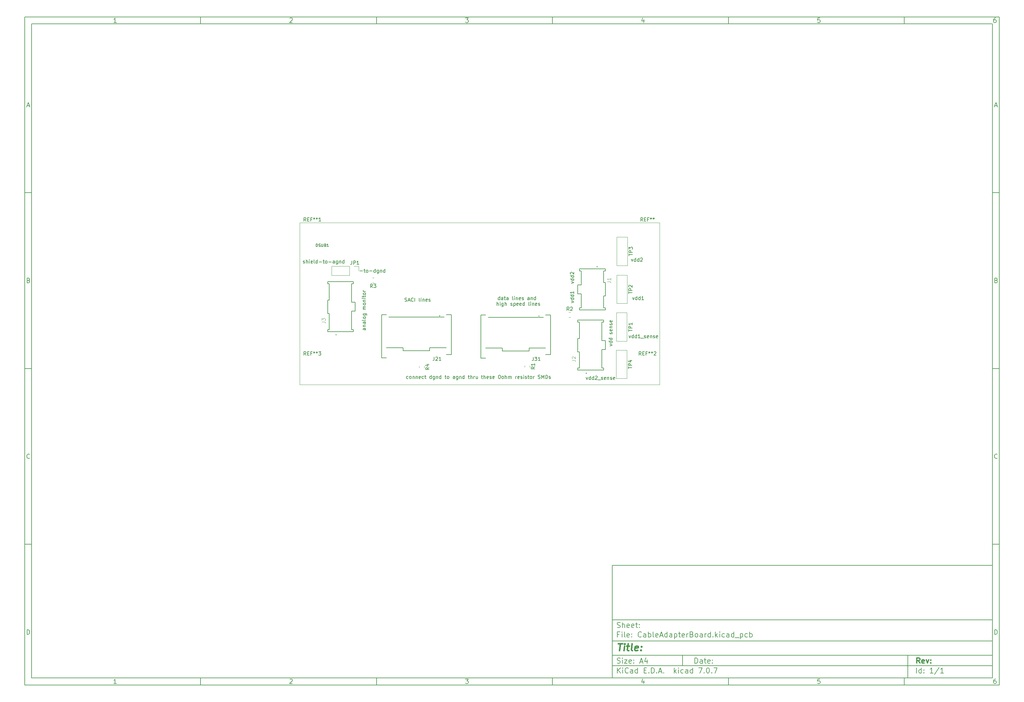
<source format=gbr>
%TF.GenerationSoftware,KiCad,Pcbnew,7.0.7*%
%TF.CreationDate,2023-10-12T14:51:16-07:00*%
%TF.ProjectId,CableAdapterBoard,4361626c-6541-4646-9170-746572426f61,rev?*%
%TF.SameCoordinates,Original*%
%TF.FileFunction,Legend,Top*%
%TF.FilePolarity,Positive*%
%FSLAX46Y46*%
G04 Gerber Fmt 4.6, Leading zero omitted, Abs format (unit mm)*
G04 Created by KiCad (PCBNEW 7.0.7) date 2023-10-12 14:51:16*
%MOMM*%
%LPD*%
G01*
G04 APERTURE LIST*
%ADD10C,0.100000*%
%ADD11C,0.150000*%
%ADD12C,0.300000*%
%ADD13C,0.400000*%
%ADD14C,0.015000*%
%ADD15C,0.120000*%
%ADD16C,0.127000*%
%ADD17C,0.200000*%
%TA.AperFunction,Profile*%
%ADD18C,0.100000*%
%TD*%
G04 APERTURE END LIST*
D10*
D11*
X177002200Y-166007200D02*
X285002200Y-166007200D01*
X285002200Y-198007200D01*
X177002200Y-198007200D01*
X177002200Y-166007200D01*
D10*
D11*
X10000000Y-10000000D02*
X287002200Y-10000000D01*
X287002200Y-200007200D01*
X10000000Y-200007200D01*
X10000000Y-10000000D01*
D10*
D11*
X12000000Y-12000000D02*
X285002200Y-12000000D01*
X285002200Y-198007200D01*
X12000000Y-198007200D01*
X12000000Y-12000000D01*
D10*
D11*
X60000000Y-12000000D02*
X60000000Y-10000000D01*
D10*
D11*
X110000000Y-12000000D02*
X110000000Y-10000000D01*
D10*
D11*
X160000000Y-12000000D02*
X160000000Y-10000000D01*
D10*
D11*
X210000000Y-12000000D02*
X210000000Y-10000000D01*
D10*
D11*
X260000000Y-12000000D02*
X260000000Y-10000000D01*
D10*
D11*
X36089160Y-11593604D02*
X35346303Y-11593604D01*
X35717731Y-11593604D02*
X35717731Y-10293604D01*
X35717731Y-10293604D02*
X35593922Y-10479319D01*
X35593922Y-10479319D02*
X35470112Y-10603128D01*
X35470112Y-10603128D02*
X35346303Y-10665033D01*
D10*
D11*
X85346303Y-10417414D02*
X85408207Y-10355509D01*
X85408207Y-10355509D02*
X85532017Y-10293604D01*
X85532017Y-10293604D02*
X85841541Y-10293604D01*
X85841541Y-10293604D02*
X85965350Y-10355509D01*
X85965350Y-10355509D02*
X86027255Y-10417414D01*
X86027255Y-10417414D02*
X86089160Y-10541223D01*
X86089160Y-10541223D02*
X86089160Y-10665033D01*
X86089160Y-10665033D02*
X86027255Y-10850747D01*
X86027255Y-10850747D02*
X85284398Y-11593604D01*
X85284398Y-11593604D02*
X86089160Y-11593604D01*
D10*
D11*
X135284398Y-10293604D02*
X136089160Y-10293604D01*
X136089160Y-10293604D02*
X135655826Y-10788842D01*
X135655826Y-10788842D02*
X135841541Y-10788842D01*
X135841541Y-10788842D02*
X135965350Y-10850747D01*
X135965350Y-10850747D02*
X136027255Y-10912652D01*
X136027255Y-10912652D02*
X136089160Y-11036461D01*
X136089160Y-11036461D02*
X136089160Y-11345985D01*
X136089160Y-11345985D02*
X136027255Y-11469795D01*
X136027255Y-11469795D02*
X135965350Y-11531700D01*
X135965350Y-11531700D02*
X135841541Y-11593604D01*
X135841541Y-11593604D02*
X135470112Y-11593604D01*
X135470112Y-11593604D02*
X135346303Y-11531700D01*
X135346303Y-11531700D02*
X135284398Y-11469795D01*
D10*
D11*
X185965350Y-10726938D02*
X185965350Y-11593604D01*
X185655826Y-10231700D02*
X185346303Y-11160271D01*
X185346303Y-11160271D02*
X186151064Y-11160271D01*
D10*
D11*
X236027255Y-10293604D02*
X235408207Y-10293604D01*
X235408207Y-10293604D02*
X235346303Y-10912652D01*
X235346303Y-10912652D02*
X235408207Y-10850747D01*
X235408207Y-10850747D02*
X235532017Y-10788842D01*
X235532017Y-10788842D02*
X235841541Y-10788842D01*
X235841541Y-10788842D02*
X235965350Y-10850747D01*
X235965350Y-10850747D02*
X236027255Y-10912652D01*
X236027255Y-10912652D02*
X236089160Y-11036461D01*
X236089160Y-11036461D02*
X236089160Y-11345985D01*
X236089160Y-11345985D02*
X236027255Y-11469795D01*
X236027255Y-11469795D02*
X235965350Y-11531700D01*
X235965350Y-11531700D02*
X235841541Y-11593604D01*
X235841541Y-11593604D02*
X235532017Y-11593604D01*
X235532017Y-11593604D02*
X235408207Y-11531700D01*
X235408207Y-11531700D02*
X235346303Y-11469795D01*
D10*
D11*
X285965350Y-10293604D02*
X285717731Y-10293604D01*
X285717731Y-10293604D02*
X285593922Y-10355509D01*
X285593922Y-10355509D02*
X285532017Y-10417414D01*
X285532017Y-10417414D02*
X285408207Y-10603128D01*
X285408207Y-10603128D02*
X285346303Y-10850747D01*
X285346303Y-10850747D02*
X285346303Y-11345985D01*
X285346303Y-11345985D02*
X285408207Y-11469795D01*
X285408207Y-11469795D02*
X285470112Y-11531700D01*
X285470112Y-11531700D02*
X285593922Y-11593604D01*
X285593922Y-11593604D02*
X285841541Y-11593604D01*
X285841541Y-11593604D02*
X285965350Y-11531700D01*
X285965350Y-11531700D02*
X286027255Y-11469795D01*
X286027255Y-11469795D02*
X286089160Y-11345985D01*
X286089160Y-11345985D02*
X286089160Y-11036461D01*
X286089160Y-11036461D02*
X286027255Y-10912652D01*
X286027255Y-10912652D02*
X285965350Y-10850747D01*
X285965350Y-10850747D02*
X285841541Y-10788842D01*
X285841541Y-10788842D02*
X285593922Y-10788842D01*
X285593922Y-10788842D02*
X285470112Y-10850747D01*
X285470112Y-10850747D02*
X285408207Y-10912652D01*
X285408207Y-10912652D02*
X285346303Y-11036461D01*
D10*
D11*
X60000000Y-198007200D02*
X60000000Y-200007200D01*
D10*
D11*
X110000000Y-198007200D02*
X110000000Y-200007200D01*
D10*
D11*
X160000000Y-198007200D02*
X160000000Y-200007200D01*
D10*
D11*
X210000000Y-198007200D02*
X210000000Y-200007200D01*
D10*
D11*
X260000000Y-198007200D02*
X260000000Y-200007200D01*
D10*
D11*
X36089160Y-199600804D02*
X35346303Y-199600804D01*
X35717731Y-199600804D02*
X35717731Y-198300804D01*
X35717731Y-198300804D02*
X35593922Y-198486519D01*
X35593922Y-198486519D02*
X35470112Y-198610328D01*
X35470112Y-198610328D02*
X35346303Y-198672233D01*
D10*
D11*
X85346303Y-198424614D02*
X85408207Y-198362709D01*
X85408207Y-198362709D02*
X85532017Y-198300804D01*
X85532017Y-198300804D02*
X85841541Y-198300804D01*
X85841541Y-198300804D02*
X85965350Y-198362709D01*
X85965350Y-198362709D02*
X86027255Y-198424614D01*
X86027255Y-198424614D02*
X86089160Y-198548423D01*
X86089160Y-198548423D02*
X86089160Y-198672233D01*
X86089160Y-198672233D02*
X86027255Y-198857947D01*
X86027255Y-198857947D02*
X85284398Y-199600804D01*
X85284398Y-199600804D02*
X86089160Y-199600804D01*
D10*
D11*
X135284398Y-198300804D02*
X136089160Y-198300804D01*
X136089160Y-198300804D02*
X135655826Y-198796042D01*
X135655826Y-198796042D02*
X135841541Y-198796042D01*
X135841541Y-198796042D02*
X135965350Y-198857947D01*
X135965350Y-198857947D02*
X136027255Y-198919852D01*
X136027255Y-198919852D02*
X136089160Y-199043661D01*
X136089160Y-199043661D02*
X136089160Y-199353185D01*
X136089160Y-199353185D02*
X136027255Y-199476995D01*
X136027255Y-199476995D02*
X135965350Y-199538900D01*
X135965350Y-199538900D02*
X135841541Y-199600804D01*
X135841541Y-199600804D02*
X135470112Y-199600804D01*
X135470112Y-199600804D02*
X135346303Y-199538900D01*
X135346303Y-199538900D02*
X135284398Y-199476995D01*
D10*
D11*
X185965350Y-198734138D02*
X185965350Y-199600804D01*
X185655826Y-198238900D02*
X185346303Y-199167471D01*
X185346303Y-199167471D02*
X186151064Y-199167471D01*
D10*
D11*
X236027255Y-198300804D02*
X235408207Y-198300804D01*
X235408207Y-198300804D02*
X235346303Y-198919852D01*
X235346303Y-198919852D02*
X235408207Y-198857947D01*
X235408207Y-198857947D02*
X235532017Y-198796042D01*
X235532017Y-198796042D02*
X235841541Y-198796042D01*
X235841541Y-198796042D02*
X235965350Y-198857947D01*
X235965350Y-198857947D02*
X236027255Y-198919852D01*
X236027255Y-198919852D02*
X236089160Y-199043661D01*
X236089160Y-199043661D02*
X236089160Y-199353185D01*
X236089160Y-199353185D02*
X236027255Y-199476995D01*
X236027255Y-199476995D02*
X235965350Y-199538900D01*
X235965350Y-199538900D02*
X235841541Y-199600804D01*
X235841541Y-199600804D02*
X235532017Y-199600804D01*
X235532017Y-199600804D02*
X235408207Y-199538900D01*
X235408207Y-199538900D02*
X235346303Y-199476995D01*
D10*
D11*
X285965350Y-198300804D02*
X285717731Y-198300804D01*
X285717731Y-198300804D02*
X285593922Y-198362709D01*
X285593922Y-198362709D02*
X285532017Y-198424614D01*
X285532017Y-198424614D02*
X285408207Y-198610328D01*
X285408207Y-198610328D02*
X285346303Y-198857947D01*
X285346303Y-198857947D02*
X285346303Y-199353185D01*
X285346303Y-199353185D02*
X285408207Y-199476995D01*
X285408207Y-199476995D02*
X285470112Y-199538900D01*
X285470112Y-199538900D02*
X285593922Y-199600804D01*
X285593922Y-199600804D02*
X285841541Y-199600804D01*
X285841541Y-199600804D02*
X285965350Y-199538900D01*
X285965350Y-199538900D02*
X286027255Y-199476995D01*
X286027255Y-199476995D02*
X286089160Y-199353185D01*
X286089160Y-199353185D02*
X286089160Y-199043661D01*
X286089160Y-199043661D02*
X286027255Y-198919852D01*
X286027255Y-198919852D02*
X285965350Y-198857947D01*
X285965350Y-198857947D02*
X285841541Y-198796042D01*
X285841541Y-198796042D02*
X285593922Y-198796042D01*
X285593922Y-198796042D02*
X285470112Y-198857947D01*
X285470112Y-198857947D02*
X285408207Y-198919852D01*
X285408207Y-198919852D02*
X285346303Y-199043661D01*
D10*
D11*
X10000000Y-60000000D02*
X12000000Y-60000000D01*
D10*
D11*
X10000000Y-110000000D02*
X12000000Y-110000000D01*
D10*
D11*
X10000000Y-160000000D02*
X12000000Y-160000000D01*
D10*
D11*
X10690476Y-35222176D02*
X11309523Y-35222176D01*
X10566666Y-35593604D02*
X10999999Y-34293604D01*
X10999999Y-34293604D02*
X11433333Y-35593604D01*
D10*
D11*
X11092857Y-84912652D02*
X11278571Y-84974557D01*
X11278571Y-84974557D02*
X11340476Y-85036461D01*
X11340476Y-85036461D02*
X11402380Y-85160271D01*
X11402380Y-85160271D02*
X11402380Y-85345985D01*
X11402380Y-85345985D02*
X11340476Y-85469795D01*
X11340476Y-85469795D02*
X11278571Y-85531700D01*
X11278571Y-85531700D02*
X11154761Y-85593604D01*
X11154761Y-85593604D02*
X10659523Y-85593604D01*
X10659523Y-85593604D02*
X10659523Y-84293604D01*
X10659523Y-84293604D02*
X11092857Y-84293604D01*
X11092857Y-84293604D02*
X11216666Y-84355509D01*
X11216666Y-84355509D02*
X11278571Y-84417414D01*
X11278571Y-84417414D02*
X11340476Y-84541223D01*
X11340476Y-84541223D02*
X11340476Y-84665033D01*
X11340476Y-84665033D02*
X11278571Y-84788842D01*
X11278571Y-84788842D02*
X11216666Y-84850747D01*
X11216666Y-84850747D02*
X11092857Y-84912652D01*
X11092857Y-84912652D02*
X10659523Y-84912652D01*
D10*
D11*
X11402380Y-135469795D02*
X11340476Y-135531700D01*
X11340476Y-135531700D02*
X11154761Y-135593604D01*
X11154761Y-135593604D02*
X11030952Y-135593604D01*
X11030952Y-135593604D02*
X10845238Y-135531700D01*
X10845238Y-135531700D02*
X10721428Y-135407890D01*
X10721428Y-135407890D02*
X10659523Y-135284080D01*
X10659523Y-135284080D02*
X10597619Y-135036461D01*
X10597619Y-135036461D02*
X10597619Y-134850747D01*
X10597619Y-134850747D02*
X10659523Y-134603128D01*
X10659523Y-134603128D02*
X10721428Y-134479319D01*
X10721428Y-134479319D02*
X10845238Y-134355509D01*
X10845238Y-134355509D02*
X11030952Y-134293604D01*
X11030952Y-134293604D02*
X11154761Y-134293604D01*
X11154761Y-134293604D02*
X11340476Y-134355509D01*
X11340476Y-134355509D02*
X11402380Y-134417414D01*
D10*
D11*
X10659523Y-185593604D02*
X10659523Y-184293604D01*
X10659523Y-184293604D02*
X10969047Y-184293604D01*
X10969047Y-184293604D02*
X11154761Y-184355509D01*
X11154761Y-184355509D02*
X11278571Y-184479319D01*
X11278571Y-184479319D02*
X11340476Y-184603128D01*
X11340476Y-184603128D02*
X11402380Y-184850747D01*
X11402380Y-184850747D02*
X11402380Y-185036461D01*
X11402380Y-185036461D02*
X11340476Y-185284080D01*
X11340476Y-185284080D02*
X11278571Y-185407890D01*
X11278571Y-185407890D02*
X11154761Y-185531700D01*
X11154761Y-185531700D02*
X10969047Y-185593604D01*
X10969047Y-185593604D02*
X10659523Y-185593604D01*
D10*
D11*
X287002200Y-60000000D02*
X285002200Y-60000000D01*
D10*
D11*
X287002200Y-110000000D02*
X285002200Y-110000000D01*
D10*
D11*
X287002200Y-160000000D02*
X285002200Y-160000000D01*
D10*
D11*
X285692676Y-35222176D02*
X286311723Y-35222176D01*
X285568866Y-35593604D02*
X286002199Y-34293604D01*
X286002199Y-34293604D02*
X286435533Y-35593604D01*
D10*
D11*
X286095057Y-84912652D02*
X286280771Y-84974557D01*
X286280771Y-84974557D02*
X286342676Y-85036461D01*
X286342676Y-85036461D02*
X286404580Y-85160271D01*
X286404580Y-85160271D02*
X286404580Y-85345985D01*
X286404580Y-85345985D02*
X286342676Y-85469795D01*
X286342676Y-85469795D02*
X286280771Y-85531700D01*
X286280771Y-85531700D02*
X286156961Y-85593604D01*
X286156961Y-85593604D02*
X285661723Y-85593604D01*
X285661723Y-85593604D02*
X285661723Y-84293604D01*
X285661723Y-84293604D02*
X286095057Y-84293604D01*
X286095057Y-84293604D02*
X286218866Y-84355509D01*
X286218866Y-84355509D02*
X286280771Y-84417414D01*
X286280771Y-84417414D02*
X286342676Y-84541223D01*
X286342676Y-84541223D02*
X286342676Y-84665033D01*
X286342676Y-84665033D02*
X286280771Y-84788842D01*
X286280771Y-84788842D02*
X286218866Y-84850747D01*
X286218866Y-84850747D02*
X286095057Y-84912652D01*
X286095057Y-84912652D02*
X285661723Y-84912652D01*
D10*
D11*
X286404580Y-135469795D02*
X286342676Y-135531700D01*
X286342676Y-135531700D02*
X286156961Y-135593604D01*
X286156961Y-135593604D02*
X286033152Y-135593604D01*
X286033152Y-135593604D02*
X285847438Y-135531700D01*
X285847438Y-135531700D02*
X285723628Y-135407890D01*
X285723628Y-135407890D02*
X285661723Y-135284080D01*
X285661723Y-135284080D02*
X285599819Y-135036461D01*
X285599819Y-135036461D02*
X285599819Y-134850747D01*
X285599819Y-134850747D02*
X285661723Y-134603128D01*
X285661723Y-134603128D02*
X285723628Y-134479319D01*
X285723628Y-134479319D02*
X285847438Y-134355509D01*
X285847438Y-134355509D02*
X286033152Y-134293604D01*
X286033152Y-134293604D02*
X286156961Y-134293604D01*
X286156961Y-134293604D02*
X286342676Y-134355509D01*
X286342676Y-134355509D02*
X286404580Y-134417414D01*
D10*
D11*
X285661723Y-185593604D02*
X285661723Y-184293604D01*
X285661723Y-184293604D02*
X285971247Y-184293604D01*
X285971247Y-184293604D02*
X286156961Y-184355509D01*
X286156961Y-184355509D02*
X286280771Y-184479319D01*
X286280771Y-184479319D02*
X286342676Y-184603128D01*
X286342676Y-184603128D02*
X286404580Y-184850747D01*
X286404580Y-184850747D02*
X286404580Y-185036461D01*
X286404580Y-185036461D02*
X286342676Y-185284080D01*
X286342676Y-185284080D02*
X286280771Y-185407890D01*
X286280771Y-185407890D02*
X286156961Y-185531700D01*
X286156961Y-185531700D02*
X285971247Y-185593604D01*
X285971247Y-185593604D02*
X285661723Y-185593604D01*
D10*
D11*
X200458026Y-193793328D02*
X200458026Y-192293328D01*
X200458026Y-192293328D02*
X200815169Y-192293328D01*
X200815169Y-192293328D02*
X201029455Y-192364757D01*
X201029455Y-192364757D02*
X201172312Y-192507614D01*
X201172312Y-192507614D02*
X201243741Y-192650471D01*
X201243741Y-192650471D02*
X201315169Y-192936185D01*
X201315169Y-192936185D02*
X201315169Y-193150471D01*
X201315169Y-193150471D02*
X201243741Y-193436185D01*
X201243741Y-193436185D02*
X201172312Y-193579042D01*
X201172312Y-193579042D02*
X201029455Y-193721900D01*
X201029455Y-193721900D02*
X200815169Y-193793328D01*
X200815169Y-193793328D02*
X200458026Y-193793328D01*
X202600884Y-193793328D02*
X202600884Y-193007614D01*
X202600884Y-193007614D02*
X202529455Y-192864757D01*
X202529455Y-192864757D02*
X202386598Y-192793328D01*
X202386598Y-192793328D02*
X202100884Y-192793328D01*
X202100884Y-192793328D02*
X201958026Y-192864757D01*
X202600884Y-193721900D02*
X202458026Y-193793328D01*
X202458026Y-193793328D02*
X202100884Y-193793328D01*
X202100884Y-193793328D02*
X201958026Y-193721900D01*
X201958026Y-193721900D02*
X201886598Y-193579042D01*
X201886598Y-193579042D02*
X201886598Y-193436185D01*
X201886598Y-193436185D02*
X201958026Y-193293328D01*
X201958026Y-193293328D02*
X202100884Y-193221900D01*
X202100884Y-193221900D02*
X202458026Y-193221900D01*
X202458026Y-193221900D02*
X202600884Y-193150471D01*
X203100884Y-192793328D02*
X203672312Y-192793328D01*
X203315169Y-192293328D02*
X203315169Y-193579042D01*
X203315169Y-193579042D02*
X203386598Y-193721900D01*
X203386598Y-193721900D02*
X203529455Y-193793328D01*
X203529455Y-193793328D02*
X203672312Y-193793328D01*
X204743741Y-193721900D02*
X204600884Y-193793328D01*
X204600884Y-193793328D02*
X204315170Y-193793328D01*
X204315170Y-193793328D02*
X204172312Y-193721900D01*
X204172312Y-193721900D02*
X204100884Y-193579042D01*
X204100884Y-193579042D02*
X204100884Y-193007614D01*
X204100884Y-193007614D02*
X204172312Y-192864757D01*
X204172312Y-192864757D02*
X204315170Y-192793328D01*
X204315170Y-192793328D02*
X204600884Y-192793328D01*
X204600884Y-192793328D02*
X204743741Y-192864757D01*
X204743741Y-192864757D02*
X204815170Y-193007614D01*
X204815170Y-193007614D02*
X204815170Y-193150471D01*
X204815170Y-193150471D02*
X204100884Y-193293328D01*
X205458026Y-193650471D02*
X205529455Y-193721900D01*
X205529455Y-193721900D02*
X205458026Y-193793328D01*
X205458026Y-193793328D02*
X205386598Y-193721900D01*
X205386598Y-193721900D02*
X205458026Y-193650471D01*
X205458026Y-193650471D02*
X205458026Y-193793328D01*
X205458026Y-192864757D02*
X205529455Y-192936185D01*
X205529455Y-192936185D02*
X205458026Y-193007614D01*
X205458026Y-193007614D02*
X205386598Y-192936185D01*
X205386598Y-192936185D02*
X205458026Y-192864757D01*
X205458026Y-192864757D02*
X205458026Y-193007614D01*
D10*
D11*
X177002200Y-194507200D02*
X285002200Y-194507200D01*
D10*
D11*
X178458026Y-196593328D02*
X178458026Y-195093328D01*
X179315169Y-196593328D02*
X178672312Y-195736185D01*
X179315169Y-195093328D02*
X178458026Y-195950471D01*
X179958026Y-196593328D02*
X179958026Y-195593328D01*
X179958026Y-195093328D02*
X179886598Y-195164757D01*
X179886598Y-195164757D02*
X179958026Y-195236185D01*
X179958026Y-195236185D02*
X180029455Y-195164757D01*
X180029455Y-195164757D02*
X179958026Y-195093328D01*
X179958026Y-195093328D02*
X179958026Y-195236185D01*
X181529455Y-196450471D02*
X181458027Y-196521900D01*
X181458027Y-196521900D02*
X181243741Y-196593328D01*
X181243741Y-196593328D02*
X181100884Y-196593328D01*
X181100884Y-196593328D02*
X180886598Y-196521900D01*
X180886598Y-196521900D02*
X180743741Y-196379042D01*
X180743741Y-196379042D02*
X180672312Y-196236185D01*
X180672312Y-196236185D02*
X180600884Y-195950471D01*
X180600884Y-195950471D02*
X180600884Y-195736185D01*
X180600884Y-195736185D02*
X180672312Y-195450471D01*
X180672312Y-195450471D02*
X180743741Y-195307614D01*
X180743741Y-195307614D02*
X180886598Y-195164757D01*
X180886598Y-195164757D02*
X181100884Y-195093328D01*
X181100884Y-195093328D02*
X181243741Y-195093328D01*
X181243741Y-195093328D02*
X181458027Y-195164757D01*
X181458027Y-195164757D02*
X181529455Y-195236185D01*
X182815170Y-196593328D02*
X182815170Y-195807614D01*
X182815170Y-195807614D02*
X182743741Y-195664757D01*
X182743741Y-195664757D02*
X182600884Y-195593328D01*
X182600884Y-195593328D02*
X182315170Y-195593328D01*
X182315170Y-195593328D02*
X182172312Y-195664757D01*
X182815170Y-196521900D02*
X182672312Y-196593328D01*
X182672312Y-196593328D02*
X182315170Y-196593328D01*
X182315170Y-196593328D02*
X182172312Y-196521900D01*
X182172312Y-196521900D02*
X182100884Y-196379042D01*
X182100884Y-196379042D02*
X182100884Y-196236185D01*
X182100884Y-196236185D02*
X182172312Y-196093328D01*
X182172312Y-196093328D02*
X182315170Y-196021900D01*
X182315170Y-196021900D02*
X182672312Y-196021900D01*
X182672312Y-196021900D02*
X182815170Y-195950471D01*
X184172313Y-196593328D02*
X184172313Y-195093328D01*
X184172313Y-196521900D02*
X184029455Y-196593328D01*
X184029455Y-196593328D02*
X183743741Y-196593328D01*
X183743741Y-196593328D02*
X183600884Y-196521900D01*
X183600884Y-196521900D02*
X183529455Y-196450471D01*
X183529455Y-196450471D02*
X183458027Y-196307614D01*
X183458027Y-196307614D02*
X183458027Y-195879042D01*
X183458027Y-195879042D02*
X183529455Y-195736185D01*
X183529455Y-195736185D02*
X183600884Y-195664757D01*
X183600884Y-195664757D02*
X183743741Y-195593328D01*
X183743741Y-195593328D02*
X184029455Y-195593328D01*
X184029455Y-195593328D02*
X184172313Y-195664757D01*
X186029455Y-195807614D02*
X186529455Y-195807614D01*
X186743741Y-196593328D02*
X186029455Y-196593328D01*
X186029455Y-196593328D02*
X186029455Y-195093328D01*
X186029455Y-195093328D02*
X186743741Y-195093328D01*
X187386598Y-196450471D02*
X187458027Y-196521900D01*
X187458027Y-196521900D02*
X187386598Y-196593328D01*
X187386598Y-196593328D02*
X187315170Y-196521900D01*
X187315170Y-196521900D02*
X187386598Y-196450471D01*
X187386598Y-196450471D02*
X187386598Y-196593328D01*
X188100884Y-196593328D02*
X188100884Y-195093328D01*
X188100884Y-195093328D02*
X188458027Y-195093328D01*
X188458027Y-195093328D02*
X188672313Y-195164757D01*
X188672313Y-195164757D02*
X188815170Y-195307614D01*
X188815170Y-195307614D02*
X188886599Y-195450471D01*
X188886599Y-195450471D02*
X188958027Y-195736185D01*
X188958027Y-195736185D02*
X188958027Y-195950471D01*
X188958027Y-195950471D02*
X188886599Y-196236185D01*
X188886599Y-196236185D02*
X188815170Y-196379042D01*
X188815170Y-196379042D02*
X188672313Y-196521900D01*
X188672313Y-196521900D02*
X188458027Y-196593328D01*
X188458027Y-196593328D02*
X188100884Y-196593328D01*
X189600884Y-196450471D02*
X189672313Y-196521900D01*
X189672313Y-196521900D02*
X189600884Y-196593328D01*
X189600884Y-196593328D02*
X189529456Y-196521900D01*
X189529456Y-196521900D02*
X189600884Y-196450471D01*
X189600884Y-196450471D02*
X189600884Y-196593328D01*
X190243742Y-196164757D02*
X190958028Y-196164757D01*
X190100885Y-196593328D02*
X190600885Y-195093328D01*
X190600885Y-195093328D02*
X191100885Y-196593328D01*
X191600884Y-196450471D02*
X191672313Y-196521900D01*
X191672313Y-196521900D02*
X191600884Y-196593328D01*
X191600884Y-196593328D02*
X191529456Y-196521900D01*
X191529456Y-196521900D02*
X191600884Y-196450471D01*
X191600884Y-196450471D02*
X191600884Y-196593328D01*
X194600884Y-196593328D02*
X194600884Y-195093328D01*
X194743742Y-196021900D02*
X195172313Y-196593328D01*
X195172313Y-195593328D02*
X194600884Y-196164757D01*
X195815170Y-196593328D02*
X195815170Y-195593328D01*
X195815170Y-195093328D02*
X195743742Y-195164757D01*
X195743742Y-195164757D02*
X195815170Y-195236185D01*
X195815170Y-195236185D02*
X195886599Y-195164757D01*
X195886599Y-195164757D02*
X195815170Y-195093328D01*
X195815170Y-195093328D02*
X195815170Y-195236185D01*
X197172314Y-196521900D02*
X197029456Y-196593328D01*
X197029456Y-196593328D02*
X196743742Y-196593328D01*
X196743742Y-196593328D02*
X196600885Y-196521900D01*
X196600885Y-196521900D02*
X196529456Y-196450471D01*
X196529456Y-196450471D02*
X196458028Y-196307614D01*
X196458028Y-196307614D02*
X196458028Y-195879042D01*
X196458028Y-195879042D02*
X196529456Y-195736185D01*
X196529456Y-195736185D02*
X196600885Y-195664757D01*
X196600885Y-195664757D02*
X196743742Y-195593328D01*
X196743742Y-195593328D02*
X197029456Y-195593328D01*
X197029456Y-195593328D02*
X197172314Y-195664757D01*
X198458028Y-196593328D02*
X198458028Y-195807614D01*
X198458028Y-195807614D02*
X198386599Y-195664757D01*
X198386599Y-195664757D02*
X198243742Y-195593328D01*
X198243742Y-195593328D02*
X197958028Y-195593328D01*
X197958028Y-195593328D02*
X197815170Y-195664757D01*
X198458028Y-196521900D02*
X198315170Y-196593328D01*
X198315170Y-196593328D02*
X197958028Y-196593328D01*
X197958028Y-196593328D02*
X197815170Y-196521900D01*
X197815170Y-196521900D02*
X197743742Y-196379042D01*
X197743742Y-196379042D02*
X197743742Y-196236185D01*
X197743742Y-196236185D02*
X197815170Y-196093328D01*
X197815170Y-196093328D02*
X197958028Y-196021900D01*
X197958028Y-196021900D02*
X198315170Y-196021900D01*
X198315170Y-196021900D02*
X198458028Y-195950471D01*
X199815171Y-196593328D02*
X199815171Y-195093328D01*
X199815171Y-196521900D02*
X199672313Y-196593328D01*
X199672313Y-196593328D02*
X199386599Y-196593328D01*
X199386599Y-196593328D02*
X199243742Y-196521900D01*
X199243742Y-196521900D02*
X199172313Y-196450471D01*
X199172313Y-196450471D02*
X199100885Y-196307614D01*
X199100885Y-196307614D02*
X199100885Y-195879042D01*
X199100885Y-195879042D02*
X199172313Y-195736185D01*
X199172313Y-195736185D02*
X199243742Y-195664757D01*
X199243742Y-195664757D02*
X199386599Y-195593328D01*
X199386599Y-195593328D02*
X199672313Y-195593328D01*
X199672313Y-195593328D02*
X199815171Y-195664757D01*
X201529456Y-195093328D02*
X202529456Y-195093328D01*
X202529456Y-195093328D02*
X201886599Y-196593328D01*
X203100884Y-196450471D02*
X203172313Y-196521900D01*
X203172313Y-196521900D02*
X203100884Y-196593328D01*
X203100884Y-196593328D02*
X203029456Y-196521900D01*
X203029456Y-196521900D02*
X203100884Y-196450471D01*
X203100884Y-196450471D02*
X203100884Y-196593328D01*
X204100885Y-195093328D02*
X204243742Y-195093328D01*
X204243742Y-195093328D02*
X204386599Y-195164757D01*
X204386599Y-195164757D02*
X204458028Y-195236185D01*
X204458028Y-195236185D02*
X204529456Y-195379042D01*
X204529456Y-195379042D02*
X204600885Y-195664757D01*
X204600885Y-195664757D02*
X204600885Y-196021900D01*
X204600885Y-196021900D02*
X204529456Y-196307614D01*
X204529456Y-196307614D02*
X204458028Y-196450471D01*
X204458028Y-196450471D02*
X204386599Y-196521900D01*
X204386599Y-196521900D02*
X204243742Y-196593328D01*
X204243742Y-196593328D02*
X204100885Y-196593328D01*
X204100885Y-196593328D02*
X203958028Y-196521900D01*
X203958028Y-196521900D02*
X203886599Y-196450471D01*
X203886599Y-196450471D02*
X203815170Y-196307614D01*
X203815170Y-196307614D02*
X203743742Y-196021900D01*
X203743742Y-196021900D02*
X203743742Y-195664757D01*
X203743742Y-195664757D02*
X203815170Y-195379042D01*
X203815170Y-195379042D02*
X203886599Y-195236185D01*
X203886599Y-195236185D02*
X203958028Y-195164757D01*
X203958028Y-195164757D02*
X204100885Y-195093328D01*
X205243741Y-196450471D02*
X205315170Y-196521900D01*
X205315170Y-196521900D02*
X205243741Y-196593328D01*
X205243741Y-196593328D02*
X205172313Y-196521900D01*
X205172313Y-196521900D02*
X205243741Y-196450471D01*
X205243741Y-196450471D02*
X205243741Y-196593328D01*
X205815170Y-195093328D02*
X206815170Y-195093328D01*
X206815170Y-195093328D02*
X206172313Y-196593328D01*
D10*
D11*
X177002200Y-191507200D02*
X285002200Y-191507200D01*
D10*
D12*
X264413853Y-193785528D02*
X263913853Y-193071242D01*
X263556710Y-193785528D02*
X263556710Y-192285528D01*
X263556710Y-192285528D02*
X264128139Y-192285528D01*
X264128139Y-192285528D02*
X264270996Y-192356957D01*
X264270996Y-192356957D02*
X264342425Y-192428385D01*
X264342425Y-192428385D02*
X264413853Y-192571242D01*
X264413853Y-192571242D02*
X264413853Y-192785528D01*
X264413853Y-192785528D02*
X264342425Y-192928385D01*
X264342425Y-192928385D02*
X264270996Y-192999814D01*
X264270996Y-192999814D02*
X264128139Y-193071242D01*
X264128139Y-193071242D02*
X263556710Y-193071242D01*
X265628139Y-193714100D02*
X265485282Y-193785528D01*
X265485282Y-193785528D02*
X265199568Y-193785528D01*
X265199568Y-193785528D02*
X265056710Y-193714100D01*
X265056710Y-193714100D02*
X264985282Y-193571242D01*
X264985282Y-193571242D02*
X264985282Y-192999814D01*
X264985282Y-192999814D02*
X265056710Y-192856957D01*
X265056710Y-192856957D02*
X265199568Y-192785528D01*
X265199568Y-192785528D02*
X265485282Y-192785528D01*
X265485282Y-192785528D02*
X265628139Y-192856957D01*
X265628139Y-192856957D02*
X265699568Y-192999814D01*
X265699568Y-192999814D02*
X265699568Y-193142671D01*
X265699568Y-193142671D02*
X264985282Y-193285528D01*
X266199567Y-192785528D02*
X266556710Y-193785528D01*
X266556710Y-193785528D02*
X266913853Y-192785528D01*
X267485281Y-193642671D02*
X267556710Y-193714100D01*
X267556710Y-193714100D02*
X267485281Y-193785528D01*
X267485281Y-193785528D02*
X267413853Y-193714100D01*
X267413853Y-193714100D02*
X267485281Y-193642671D01*
X267485281Y-193642671D02*
X267485281Y-193785528D01*
X267485281Y-192856957D02*
X267556710Y-192928385D01*
X267556710Y-192928385D02*
X267485281Y-192999814D01*
X267485281Y-192999814D02*
X267413853Y-192928385D01*
X267413853Y-192928385D02*
X267485281Y-192856957D01*
X267485281Y-192856957D02*
X267485281Y-192999814D01*
D10*
D11*
X178386598Y-193721900D02*
X178600884Y-193793328D01*
X178600884Y-193793328D02*
X178958026Y-193793328D01*
X178958026Y-193793328D02*
X179100884Y-193721900D01*
X179100884Y-193721900D02*
X179172312Y-193650471D01*
X179172312Y-193650471D02*
X179243741Y-193507614D01*
X179243741Y-193507614D02*
X179243741Y-193364757D01*
X179243741Y-193364757D02*
X179172312Y-193221900D01*
X179172312Y-193221900D02*
X179100884Y-193150471D01*
X179100884Y-193150471D02*
X178958026Y-193079042D01*
X178958026Y-193079042D02*
X178672312Y-193007614D01*
X178672312Y-193007614D02*
X178529455Y-192936185D01*
X178529455Y-192936185D02*
X178458026Y-192864757D01*
X178458026Y-192864757D02*
X178386598Y-192721900D01*
X178386598Y-192721900D02*
X178386598Y-192579042D01*
X178386598Y-192579042D02*
X178458026Y-192436185D01*
X178458026Y-192436185D02*
X178529455Y-192364757D01*
X178529455Y-192364757D02*
X178672312Y-192293328D01*
X178672312Y-192293328D02*
X179029455Y-192293328D01*
X179029455Y-192293328D02*
X179243741Y-192364757D01*
X179886597Y-193793328D02*
X179886597Y-192793328D01*
X179886597Y-192293328D02*
X179815169Y-192364757D01*
X179815169Y-192364757D02*
X179886597Y-192436185D01*
X179886597Y-192436185D02*
X179958026Y-192364757D01*
X179958026Y-192364757D02*
X179886597Y-192293328D01*
X179886597Y-192293328D02*
X179886597Y-192436185D01*
X180458026Y-192793328D02*
X181243741Y-192793328D01*
X181243741Y-192793328D02*
X180458026Y-193793328D01*
X180458026Y-193793328D02*
X181243741Y-193793328D01*
X182386598Y-193721900D02*
X182243741Y-193793328D01*
X182243741Y-193793328D02*
X181958027Y-193793328D01*
X181958027Y-193793328D02*
X181815169Y-193721900D01*
X181815169Y-193721900D02*
X181743741Y-193579042D01*
X181743741Y-193579042D02*
X181743741Y-193007614D01*
X181743741Y-193007614D02*
X181815169Y-192864757D01*
X181815169Y-192864757D02*
X181958027Y-192793328D01*
X181958027Y-192793328D02*
X182243741Y-192793328D01*
X182243741Y-192793328D02*
X182386598Y-192864757D01*
X182386598Y-192864757D02*
X182458027Y-193007614D01*
X182458027Y-193007614D02*
X182458027Y-193150471D01*
X182458027Y-193150471D02*
X181743741Y-193293328D01*
X183100883Y-193650471D02*
X183172312Y-193721900D01*
X183172312Y-193721900D02*
X183100883Y-193793328D01*
X183100883Y-193793328D02*
X183029455Y-193721900D01*
X183029455Y-193721900D02*
X183100883Y-193650471D01*
X183100883Y-193650471D02*
X183100883Y-193793328D01*
X183100883Y-192864757D02*
X183172312Y-192936185D01*
X183172312Y-192936185D02*
X183100883Y-193007614D01*
X183100883Y-193007614D02*
X183029455Y-192936185D01*
X183029455Y-192936185D02*
X183100883Y-192864757D01*
X183100883Y-192864757D02*
X183100883Y-193007614D01*
X184886598Y-193364757D02*
X185600884Y-193364757D01*
X184743741Y-193793328D02*
X185243741Y-192293328D01*
X185243741Y-192293328D02*
X185743741Y-193793328D01*
X186886598Y-192793328D02*
X186886598Y-193793328D01*
X186529455Y-192221900D02*
X186172312Y-193293328D01*
X186172312Y-193293328D02*
X187100883Y-193293328D01*
D10*
D11*
X263458026Y-196593328D02*
X263458026Y-195093328D01*
X264815170Y-196593328D02*
X264815170Y-195093328D01*
X264815170Y-196521900D02*
X264672312Y-196593328D01*
X264672312Y-196593328D02*
X264386598Y-196593328D01*
X264386598Y-196593328D02*
X264243741Y-196521900D01*
X264243741Y-196521900D02*
X264172312Y-196450471D01*
X264172312Y-196450471D02*
X264100884Y-196307614D01*
X264100884Y-196307614D02*
X264100884Y-195879042D01*
X264100884Y-195879042D02*
X264172312Y-195736185D01*
X264172312Y-195736185D02*
X264243741Y-195664757D01*
X264243741Y-195664757D02*
X264386598Y-195593328D01*
X264386598Y-195593328D02*
X264672312Y-195593328D01*
X264672312Y-195593328D02*
X264815170Y-195664757D01*
X265529455Y-196450471D02*
X265600884Y-196521900D01*
X265600884Y-196521900D02*
X265529455Y-196593328D01*
X265529455Y-196593328D02*
X265458027Y-196521900D01*
X265458027Y-196521900D02*
X265529455Y-196450471D01*
X265529455Y-196450471D02*
X265529455Y-196593328D01*
X265529455Y-195664757D02*
X265600884Y-195736185D01*
X265600884Y-195736185D02*
X265529455Y-195807614D01*
X265529455Y-195807614D02*
X265458027Y-195736185D01*
X265458027Y-195736185D02*
X265529455Y-195664757D01*
X265529455Y-195664757D02*
X265529455Y-195807614D01*
X268172313Y-196593328D02*
X267315170Y-196593328D01*
X267743741Y-196593328D02*
X267743741Y-195093328D01*
X267743741Y-195093328D02*
X267600884Y-195307614D01*
X267600884Y-195307614D02*
X267458027Y-195450471D01*
X267458027Y-195450471D02*
X267315170Y-195521900D01*
X269886598Y-195021900D02*
X268600884Y-196950471D01*
X271172313Y-196593328D02*
X270315170Y-196593328D01*
X270743741Y-196593328D02*
X270743741Y-195093328D01*
X270743741Y-195093328D02*
X270600884Y-195307614D01*
X270600884Y-195307614D02*
X270458027Y-195450471D01*
X270458027Y-195450471D02*
X270315170Y-195521900D01*
D10*
D11*
X177002200Y-187507200D02*
X285002200Y-187507200D01*
D10*
D13*
X178693928Y-188211638D02*
X179836785Y-188211638D01*
X179015357Y-190211638D02*
X179265357Y-188211638D01*
X180253452Y-190211638D02*
X180420119Y-188878304D01*
X180503452Y-188211638D02*
X180396309Y-188306876D01*
X180396309Y-188306876D02*
X180479643Y-188402114D01*
X180479643Y-188402114D02*
X180586786Y-188306876D01*
X180586786Y-188306876D02*
X180503452Y-188211638D01*
X180503452Y-188211638D02*
X180479643Y-188402114D01*
X181086786Y-188878304D02*
X181848690Y-188878304D01*
X181455833Y-188211638D02*
X181241548Y-189925923D01*
X181241548Y-189925923D02*
X181312976Y-190116400D01*
X181312976Y-190116400D02*
X181491548Y-190211638D01*
X181491548Y-190211638D02*
X181682024Y-190211638D01*
X182634405Y-190211638D02*
X182455833Y-190116400D01*
X182455833Y-190116400D02*
X182384405Y-189925923D01*
X182384405Y-189925923D02*
X182598690Y-188211638D01*
X184170119Y-190116400D02*
X183967738Y-190211638D01*
X183967738Y-190211638D02*
X183586785Y-190211638D01*
X183586785Y-190211638D02*
X183408214Y-190116400D01*
X183408214Y-190116400D02*
X183336785Y-189925923D01*
X183336785Y-189925923D02*
X183432024Y-189164019D01*
X183432024Y-189164019D02*
X183551071Y-188973542D01*
X183551071Y-188973542D02*
X183753452Y-188878304D01*
X183753452Y-188878304D02*
X184134404Y-188878304D01*
X184134404Y-188878304D02*
X184312976Y-188973542D01*
X184312976Y-188973542D02*
X184384404Y-189164019D01*
X184384404Y-189164019D02*
X184360595Y-189354495D01*
X184360595Y-189354495D02*
X183384404Y-189544971D01*
X185134405Y-190021161D02*
X185217738Y-190116400D01*
X185217738Y-190116400D02*
X185110595Y-190211638D01*
X185110595Y-190211638D02*
X185027262Y-190116400D01*
X185027262Y-190116400D02*
X185134405Y-190021161D01*
X185134405Y-190021161D02*
X185110595Y-190211638D01*
X185265357Y-188973542D02*
X185348690Y-189068780D01*
X185348690Y-189068780D02*
X185241548Y-189164019D01*
X185241548Y-189164019D02*
X185158214Y-189068780D01*
X185158214Y-189068780D02*
X185265357Y-188973542D01*
X185265357Y-188973542D02*
X185241548Y-189164019D01*
D10*
D11*
X178958026Y-185607614D02*
X178458026Y-185607614D01*
X178458026Y-186393328D02*
X178458026Y-184893328D01*
X178458026Y-184893328D02*
X179172312Y-184893328D01*
X179743740Y-186393328D02*
X179743740Y-185393328D01*
X179743740Y-184893328D02*
X179672312Y-184964757D01*
X179672312Y-184964757D02*
X179743740Y-185036185D01*
X179743740Y-185036185D02*
X179815169Y-184964757D01*
X179815169Y-184964757D02*
X179743740Y-184893328D01*
X179743740Y-184893328D02*
X179743740Y-185036185D01*
X180672312Y-186393328D02*
X180529455Y-186321900D01*
X180529455Y-186321900D02*
X180458026Y-186179042D01*
X180458026Y-186179042D02*
X180458026Y-184893328D01*
X181815169Y-186321900D02*
X181672312Y-186393328D01*
X181672312Y-186393328D02*
X181386598Y-186393328D01*
X181386598Y-186393328D02*
X181243740Y-186321900D01*
X181243740Y-186321900D02*
X181172312Y-186179042D01*
X181172312Y-186179042D02*
X181172312Y-185607614D01*
X181172312Y-185607614D02*
X181243740Y-185464757D01*
X181243740Y-185464757D02*
X181386598Y-185393328D01*
X181386598Y-185393328D02*
X181672312Y-185393328D01*
X181672312Y-185393328D02*
X181815169Y-185464757D01*
X181815169Y-185464757D02*
X181886598Y-185607614D01*
X181886598Y-185607614D02*
X181886598Y-185750471D01*
X181886598Y-185750471D02*
X181172312Y-185893328D01*
X182529454Y-186250471D02*
X182600883Y-186321900D01*
X182600883Y-186321900D02*
X182529454Y-186393328D01*
X182529454Y-186393328D02*
X182458026Y-186321900D01*
X182458026Y-186321900D02*
X182529454Y-186250471D01*
X182529454Y-186250471D02*
X182529454Y-186393328D01*
X182529454Y-185464757D02*
X182600883Y-185536185D01*
X182600883Y-185536185D02*
X182529454Y-185607614D01*
X182529454Y-185607614D02*
X182458026Y-185536185D01*
X182458026Y-185536185D02*
X182529454Y-185464757D01*
X182529454Y-185464757D02*
X182529454Y-185607614D01*
X185243740Y-186250471D02*
X185172312Y-186321900D01*
X185172312Y-186321900D02*
X184958026Y-186393328D01*
X184958026Y-186393328D02*
X184815169Y-186393328D01*
X184815169Y-186393328D02*
X184600883Y-186321900D01*
X184600883Y-186321900D02*
X184458026Y-186179042D01*
X184458026Y-186179042D02*
X184386597Y-186036185D01*
X184386597Y-186036185D02*
X184315169Y-185750471D01*
X184315169Y-185750471D02*
X184315169Y-185536185D01*
X184315169Y-185536185D02*
X184386597Y-185250471D01*
X184386597Y-185250471D02*
X184458026Y-185107614D01*
X184458026Y-185107614D02*
X184600883Y-184964757D01*
X184600883Y-184964757D02*
X184815169Y-184893328D01*
X184815169Y-184893328D02*
X184958026Y-184893328D01*
X184958026Y-184893328D02*
X185172312Y-184964757D01*
X185172312Y-184964757D02*
X185243740Y-185036185D01*
X186529455Y-186393328D02*
X186529455Y-185607614D01*
X186529455Y-185607614D02*
X186458026Y-185464757D01*
X186458026Y-185464757D02*
X186315169Y-185393328D01*
X186315169Y-185393328D02*
X186029455Y-185393328D01*
X186029455Y-185393328D02*
X185886597Y-185464757D01*
X186529455Y-186321900D02*
X186386597Y-186393328D01*
X186386597Y-186393328D02*
X186029455Y-186393328D01*
X186029455Y-186393328D02*
X185886597Y-186321900D01*
X185886597Y-186321900D02*
X185815169Y-186179042D01*
X185815169Y-186179042D02*
X185815169Y-186036185D01*
X185815169Y-186036185D02*
X185886597Y-185893328D01*
X185886597Y-185893328D02*
X186029455Y-185821900D01*
X186029455Y-185821900D02*
X186386597Y-185821900D01*
X186386597Y-185821900D02*
X186529455Y-185750471D01*
X187243740Y-186393328D02*
X187243740Y-184893328D01*
X187243740Y-185464757D02*
X187386598Y-185393328D01*
X187386598Y-185393328D02*
X187672312Y-185393328D01*
X187672312Y-185393328D02*
X187815169Y-185464757D01*
X187815169Y-185464757D02*
X187886598Y-185536185D01*
X187886598Y-185536185D02*
X187958026Y-185679042D01*
X187958026Y-185679042D02*
X187958026Y-186107614D01*
X187958026Y-186107614D02*
X187886598Y-186250471D01*
X187886598Y-186250471D02*
X187815169Y-186321900D01*
X187815169Y-186321900D02*
X187672312Y-186393328D01*
X187672312Y-186393328D02*
X187386598Y-186393328D01*
X187386598Y-186393328D02*
X187243740Y-186321900D01*
X188815169Y-186393328D02*
X188672312Y-186321900D01*
X188672312Y-186321900D02*
X188600883Y-186179042D01*
X188600883Y-186179042D02*
X188600883Y-184893328D01*
X189958026Y-186321900D02*
X189815169Y-186393328D01*
X189815169Y-186393328D02*
X189529455Y-186393328D01*
X189529455Y-186393328D02*
X189386597Y-186321900D01*
X189386597Y-186321900D02*
X189315169Y-186179042D01*
X189315169Y-186179042D02*
X189315169Y-185607614D01*
X189315169Y-185607614D02*
X189386597Y-185464757D01*
X189386597Y-185464757D02*
X189529455Y-185393328D01*
X189529455Y-185393328D02*
X189815169Y-185393328D01*
X189815169Y-185393328D02*
X189958026Y-185464757D01*
X189958026Y-185464757D02*
X190029455Y-185607614D01*
X190029455Y-185607614D02*
X190029455Y-185750471D01*
X190029455Y-185750471D02*
X189315169Y-185893328D01*
X190600883Y-185964757D02*
X191315169Y-185964757D01*
X190458026Y-186393328D02*
X190958026Y-184893328D01*
X190958026Y-184893328D02*
X191458026Y-186393328D01*
X192600883Y-186393328D02*
X192600883Y-184893328D01*
X192600883Y-186321900D02*
X192458025Y-186393328D01*
X192458025Y-186393328D02*
X192172311Y-186393328D01*
X192172311Y-186393328D02*
X192029454Y-186321900D01*
X192029454Y-186321900D02*
X191958025Y-186250471D01*
X191958025Y-186250471D02*
X191886597Y-186107614D01*
X191886597Y-186107614D02*
X191886597Y-185679042D01*
X191886597Y-185679042D02*
X191958025Y-185536185D01*
X191958025Y-185536185D02*
X192029454Y-185464757D01*
X192029454Y-185464757D02*
X192172311Y-185393328D01*
X192172311Y-185393328D02*
X192458025Y-185393328D01*
X192458025Y-185393328D02*
X192600883Y-185464757D01*
X193958026Y-186393328D02*
X193958026Y-185607614D01*
X193958026Y-185607614D02*
X193886597Y-185464757D01*
X193886597Y-185464757D02*
X193743740Y-185393328D01*
X193743740Y-185393328D02*
X193458026Y-185393328D01*
X193458026Y-185393328D02*
X193315168Y-185464757D01*
X193958026Y-186321900D02*
X193815168Y-186393328D01*
X193815168Y-186393328D02*
X193458026Y-186393328D01*
X193458026Y-186393328D02*
X193315168Y-186321900D01*
X193315168Y-186321900D02*
X193243740Y-186179042D01*
X193243740Y-186179042D02*
X193243740Y-186036185D01*
X193243740Y-186036185D02*
X193315168Y-185893328D01*
X193315168Y-185893328D02*
X193458026Y-185821900D01*
X193458026Y-185821900D02*
X193815168Y-185821900D01*
X193815168Y-185821900D02*
X193958026Y-185750471D01*
X194672311Y-185393328D02*
X194672311Y-186893328D01*
X194672311Y-185464757D02*
X194815169Y-185393328D01*
X194815169Y-185393328D02*
X195100883Y-185393328D01*
X195100883Y-185393328D02*
X195243740Y-185464757D01*
X195243740Y-185464757D02*
X195315169Y-185536185D01*
X195315169Y-185536185D02*
X195386597Y-185679042D01*
X195386597Y-185679042D02*
X195386597Y-186107614D01*
X195386597Y-186107614D02*
X195315169Y-186250471D01*
X195315169Y-186250471D02*
X195243740Y-186321900D01*
X195243740Y-186321900D02*
X195100883Y-186393328D01*
X195100883Y-186393328D02*
X194815169Y-186393328D01*
X194815169Y-186393328D02*
X194672311Y-186321900D01*
X195815169Y-185393328D02*
X196386597Y-185393328D01*
X196029454Y-184893328D02*
X196029454Y-186179042D01*
X196029454Y-186179042D02*
X196100883Y-186321900D01*
X196100883Y-186321900D02*
X196243740Y-186393328D01*
X196243740Y-186393328D02*
X196386597Y-186393328D01*
X197458026Y-186321900D02*
X197315169Y-186393328D01*
X197315169Y-186393328D02*
X197029455Y-186393328D01*
X197029455Y-186393328D02*
X196886597Y-186321900D01*
X196886597Y-186321900D02*
X196815169Y-186179042D01*
X196815169Y-186179042D02*
X196815169Y-185607614D01*
X196815169Y-185607614D02*
X196886597Y-185464757D01*
X196886597Y-185464757D02*
X197029455Y-185393328D01*
X197029455Y-185393328D02*
X197315169Y-185393328D01*
X197315169Y-185393328D02*
X197458026Y-185464757D01*
X197458026Y-185464757D02*
X197529455Y-185607614D01*
X197529455Y-185607614D02*
X197529455Y-185750471D01*
X197529455Y-185750471D02*
X196815169Y-185893328D01*
X198172311Y-186393328D02*
X198172311Y-185393328D01*
X198172311Y-185679042D02*
X198243740Y-185536185D01*
X198243740Y-185536185D02*
X198315169Y-185464757D01*
X198315169Y-185464757D02*
X198458026Y-185393328D01*
X198458026Y-185393328D02*
X198600883Y-185393328D01*
X199600882Y-185607614D02*
X199815168Y-185679042D01*
X199815168Y-185679042D02*
X199886597Y-185750471D01*
X199886597Y-185750471D02*
X199958025Y-185893328D01*
X199958025Y-185893328D02*
X199958025Y-186107614D01*
X199958025Y-186107614D02*
X199886597Y-186250471D01*
X199886597Y-186250471D02*
X199815168Y-186321900D01*
X199815168Y-186321900D02*
X199672311Y-186393328D01*
X199672311Y-186393328D02*
X199100882Y-186393328D01*
X199100882Y-186393328D02*
X199100882Y-184893328D01*
X199100882Y-184893328D02*
X199600882Y-184893328D01*
X199600882Y-184893328D02*
X199743740Y-184964757D01*
X199743740Y-184964757D02*
X199815168Y-185036185D01*
X199815168Y-185036185D02*
X199886597Y-185179042D01*
X199886597Y-185179042D02*
X199886597Y-185321900D01*
X199886597Y-185321900D02*
X199815168Y-185464757D01*
X199815168Y-185464757D02*
X199743740Y-185536185D01*
X199743740Y-185536185D02*
X199600882Y-185607614D01*
X199600882Y-185607614D02*
X199100882Y-185607614D01*
X200815168Y-186393328D02*
X200672311Y-186321900D01*
X200672311Y-186321900D02*
X200600882Y-186250471D01*
X200600882Y-186250471D02*
X200529454Y-186107614D01*
X200529454Y-186107614D02*
X200529454Y-185679042D01*
X200529454Y-185679042D02*
X200600882Y-185536185D01*
X200600882Y-185536185D02*
X200672311Y-185464757D01*
X200672311Y-185464757D02*
X200815168Y-185393328D01*
X200815168Y-185393328D02*
X201029454Y-185393328D01*
X201029454Y-185393328D02*
X201172311Y-185464757D01*
X201172311Y-185464757D02*
X201243740Y-185536185D01*
X201243740Y-185536185D02*
X201315168Y-185679042D01*
X201315168Y-185679042D02*
X201315168Y-186107614D01*
X201315168Y-186107614D02*
X201243740Y-186250471D01*
X201243740Y-186250471D02*
X201172311Y-186321900D01*
X201172311Y-186321900D02*
X201029454Y-186393328D01*
X201029454Y-186393328D02*
X200815168Y-186393328D01*
X202600883Y-186393328D02*
X202600883Y-185607614D01*
X202600883Y-185607614D02*
X202529454Y-185464757D01*
X202529454Y-185464757D02*
X202386597Y-185393328D01*
X202386597Y-185393328D02*
X202100883Y-185393328D01*
X202100883Y-185393328D02*
X201958025Y-185464757D01*
X202600883Y-186321900D02*
X202458025Y-186393328D01*
X202458025Y-186393328D02*
X202100883Y-186393328D01*
X202100883Y-186393328D02*
X201958025Y-186321900D01*
X201958025Y-186321900D02*
X201886597Y-186179042D01*
X201886597Y-186179042D02*
X201886597Y-186036185D01*
X201886597Y-186036185D02*
X201958025Y-185893328D01*
X201958025Y-185893328D02*
X202100883Y-185821900D01*
X202100883Y-185821900D02*
X202458025Y-185821900D01*
X202458025Y-185821900D02*
X202600883Y-185750471D01*
X203315168Y-186393328D02*
X203315168Y-185393328D01*
X203315168Y-185679042D02*
X203386597Y-185536185D01*
X203386597Y-185536185D02*
X203458026Y-185464757D01*
X203458026Y-185464757D02*
X203600883Y-185393328D01*
X203600883Y-185393328D02*
X203743740Y-185393328D01*
X204886597Y-186393328D02*
X204886597Y-184893328D01*
X204886597Y-186321900D02*
X204743739Y-186393328D01*
X204743739Y-186393328D02*
X204458025Y-186393328D01*
X204458025Y-186393328D02*
X204315168Y-186321900D01*
X204315168Y-186321900D02*
X204243739Y-186250471D01*
X204243739Y-186250471D02*
X204172311Y-186107614D01*
X204172311Y-186107614D02*
X204172311Y-185679042D01*
X204172311Y-185679042D02*
X204243739Y-185536185D01*
X204243739Y-185536185D02*
X204315168Y-185464757D01*
X204315168Y-185464757D02*
X204458025Y-185393328D01*
X204458025Y-185393328D02*
X204743739Y-185393328D01*
X204743739Y-185393328D02*
X204886597Y-185464757D01*
X205600882Y-186250471D02*
X205672311Y-186321900D01*
X205672311Y-186321900D02*
X205600882Y-186393328D01*
X205600882Y-186393328D02*
X205529454Y-186321900D01*
X205529454Y-186321900D02*
X205600882Y-186250471D01*
X205600882Y-186250471D02*
X205600882Y-186393328D01*
X206315168Y-186393328D02*
X206315168Y-184893328D01*
X206458026Y-185821900D02*
X206886597Y-186393328D01*
X206886597Y-185393328D02*
X206315168Y-185964757D01*
X207529454Y-186393328D02*
X207529454Y-185393328D01*
X207529454Y-184893328D02*
X207458026Y-184964757D01*
X207458026Y-184964757D02*
X207529454Y-185036185D01*
X207529454Y-185036185D02*
X207600883Y-184964757D01*
X207600883Y-184964757D02*
X207529454Y-184893328D01*
X207529454Y-184893328D02*
X207529454Y-185036185D01*
X208886598Y-186321900D02*
X208743740Y-186393328D01*
X208743740Y-186393328D02*
X208458026Y-186393328D01*
X208458026Y-186393328D02*
X208315169Y-186321900D01*
X208315169Y-186321900D02*
X208243740Y-186250471D01*
X208243740Y-186250471D02*
X208172312Y-186107614D01*
X208172312Y-186107614D02*
X208172312Y-185679042D01*
X208172312Y-185679042D02*
X208243740Y-185536185D01*
X208243740Y-185536185D02*
X208315169Y-185464757D01*
X208315169Y-185464757D02*
X208458026Y-185393328D01*
X208458026Y-185393328D02*
X208743740Y-185393328D01*
X208743740Y-185393328D02*
X208886598Y-185464757D01*
X210172312Y-186393328D02*
X210172312Y-185607614D01*
X210172312Y-185607614D02*
X210100883Y-185464757D01*
X210100883Y-185464757D02*
X209958026Y-185393328D01*
X209958026Y-185393328D02*
X209672312Y-185393328D01*
X209672312Y-185393328D02*
X209529454Y-185464757D01*
X210172312Y-186321900D02*
X210029454Y-186393328D01*
X210029454Y-186393328D02*
X209672312Y-186393328D01*
X209672312Y-186393328D02*
X209529454Y-186321900D01*
X209529454Y-186321900D02*
X209458026Y-186179042D01*
X209458026Y-186179042D02*
X209458026Y-186036185D01*
X209458026Y-186036185D02*
X209529454Y-185893328D01*
X209529454Y-185893328D02*
X209672312Y-185821900D01*
X209672312Y-185821900D02*
X210029454Y-185821900D01*
X210029454Y-185821900D02*
X210172312Y-185750471D01*
X211529455Y-186393328D02*
X211529455Y-184893328D01*
X211529455Y-186321900D02*
X211386597Y-186393328D01*
X211386597Y-186393328D02*
X211100883Y-186393328D01*
X211100883Y-186393328D02*
X210958026Y-186321900D01*
X210958026Y-186321900D02*
X210886597Y-186250471D01*
X210886597Y-186250471D02*
X210815169Y-186107614D01*
X210815169Y-186107614D02*
X210815169Y-185679042D01*
X210815169Y-185679042D02*
X210886597Y-185536185D01*
X210886597Y-185536185D02*
X210958026Y-185464757D01*
X210958026Y-185464757D02*
X211100883Y-185393328D01*
X211100883Y-185393328D02*
X211386597Y-185393328D01*
X211386597Y-185393328D02*
X211529455Y-185464757D01*
X211886598Y-186536185D02*
X213029455Y-186536185D01*
X213386597Y-185393328D02*
X213386597Y-186893328D01*
X213386597Y-185464757D02*
X213529455Y-185393328D01*
X213529455Y-185393328D02*
X213815169Y-185393328D01*
X213815169Y-185393328D02*
X213958026Y-185464757D01*
X213958026Y-185464757D02*
X214029455Y-185536185D01*
X214029455Y-185536185D02*
X214100883Y-185679042D01*
X214100883Y-185679042D02*
X214100883Y-186107614D01*
X214100883Y-186107614D02*
X214029455Y-186250471D01*
X214029455Y-186250471D02*
X213958026Y-186321900D01*
X213958026Y-186321900D02*
X213815169Y-186393328D01*
X213815169Y-186393328D02*
X213529455Y-186393328D01*
X213529455Y-186393328D02*
X213386597Y-186321900D01*
X215386598Y-186321900D02*
X215243740Y-186393328D01*
X215243740Y-186393328D02*
X214958026Y-186393328D01*
X214958026Y-186393328D02*
X214815169Y-186321900D01*
X214815169Y-186321900D02*
X214743740Y-186250471D01*
X214743740Y-186250471D02*
X214672312Y-186107614D01*
X214672312Y-186107614D02*
X214672312Y-185679042D01*
X214672312Y-185679042D02*
X214743740Y-185536185D01*
X214743740Y-185536185D02*
X214815169Y-185464757D01*
X214815169Y-185464757D02*
X214958026Y-185393328D01*
X214958026Y-185393328D02*
X215243740Y-185393328D01*
X215243740Y-185393328D02*
X215386598Y-185464757D01*
X216029454Y-186393328D02*
X216029454Y-184893328D01*
X216029454Y-185464757D02*
X216172312Y-185393328D01*
X216172312Y-185393328D02*
X216458026Y-185393328D01*
X216458026Y-185393328D02*
X216600883Y-185464757D01*
X216600883Y-185464757D02*
X216672312Y-185536185D01*
X216672312Y-185536185D02*
X216743740Y-185679042D01*
X216743740Y-185679042D02*
X216743740Y-186107614D01*
X216743740Y-186107614D02*
X216672312Y-186250471D01*
X216672312Y-186250471D02*
X216600883Y-186321900D01*
X216600883Y-186321900D02*
X216458026Y-186393328D01*
X216458026Y-186393328D02*
X216172312Y-186393328D01*
X216172312Y-186393328D02*
X216029454Y-186321900D01*
D10*
D11*
X177002200Y-181507200D02*
X285002200Y-181507200D01*
D10*
D11*
X178386598Y-183621900D02*
X178600884Y-183693328D01*
X178600884Y-183693328D02*
X178958026Y-183693328D01*
X178958026Y-183693328D02*
X179100884Y-183621900D01*
X179100884Y-183621900D02*
X179172312Y-183550471D01*
X179172312Y-183550471D02*
X179243741Y-183407614D01*
X179243741Y-183407614D02*
X179243741Y-183264757D01*
X179243741Y-183264757D02*
X179172312Y-183121900D01*
X179172312Y-183121900D02*
X179100884Y-183050471D01*
X179100884Y-183050471D02*
X178958026Y-182979042D01*
X178958026Y-182979042D02*
X178672312Y-182907614D01*
X178672312Y-182907614D02*
X178529455Y-182836185D01*
X178529455Y-182836185D02*
X178458026Y-182764757D01*
X178458026Y-182764757D02*
X178386598Y-182621900D01*
X178386598Y-182621900D02*
X178386598Y-182479042D01*
X178386598Y-182479042D02*
X178458026Y-182336185D01*
X178458026Y-182336185D02*
X178529455Y-182264757D01*
X178529455Y-182264757D02*
X178672312Y-182193328D01*
X178672312Y-182193328D02*
X179029455Y-182193328D01*
X179029455Y-182193328D02*
X179243741Y-182264757D01*
X179886597Y-183693328D02*
X179886597Y-182193328D01*
X180529455Y-183693328D02*
X180529455Y-182907614D01*
X180529455Y-182907614D02*
X180458026Y-182764757D01*
X180458026Y-182764757D02*
X180315169Y-182693328D01*
X180315169Y-182693328D02*
X180100883Y-182693328D01*
X180100883Y-182693328D02*
X179958026Y-182764757D01*
X179958026Y-182764757D02*
X179886597Y-182836185D01*
X181815169Y-183621900D02*
X181672312Y-183693328D01*
X181672312Y-183693328D02*
X181386598Y-183693328D01*
X181386598Y-183693328D02*
X181243740Y-183621900D01*
X181243740Y-183621900D02*
X181172312Y-183479042D01*
X181172312Y-183479042D02*
X181172312Y-182907614D01*
X181172312Y-182907614D02*
X181243740Y-182764757D01*
X181243740Y-182764757D02*
X181386598Y-182693328D01*
X181386598Y-182693328D02*
X181672312Y-182693328D01*
X181672312Y-182693328D02*
X181815169Y-182764757D01*
X181815169Y-182764757D02*
X181886598Y-182907614D01*
X181886598Y-182907614D02*
X181886598Y-183050471D01*
X181886598Y-183050471D02*
X181172312Y-183193328D01*
X183100883Y-183621900D02*
X182958026Y-183693328D01*
X182958026Y-183693328D02*
X182672312Y-183693328D01*
X182672312Y-183693328D02*
X182529454Y-183621900D01*
X182529454Y-183621900D02*
X182458026Y-183479042D01*
X182458026Y-183479042D02*
X182458026Y-182907614D01*
X182458026Y-182907614D02*
X182529454Y-182764757D01*
X182529454Y-182764757D02*
X182672312Y-182693328D01*
X182672312Y-182693328D02*
X182958026Y-182693328D01*
X182958026Y-182693328D02*
X183100883Y-182764757D01*
X183100883Y-182764757D02*
X183172312Y-182907614D01*
X183172312Y-182907614D02*
X183172312Y-183050471D01*
X183172312Y-183050471D02*
X182458026Y-183193328D01*
X183600883Y-182693328D02*
X184172311Y-182693328D01*
X183815168Y-182193328D02*
X183815168Y-183479042D01*
X183815168Y-183479042D02*
X183886597Y-183621900D01*
X183886597Y-183621900D02*
X184029454Y-183693328D01*
X184029454Y-183693328D02*
X184172311Y-183693328D01*
X184672311Y-183550471D02*
X184743740Y-183621900D01*
X184743740Y-183621900D02*
X184672311Y-183693328D01*
X184672311Y-183693328D02*
X184600883Y-183621900D01*
X184600883Y-183621900D02*
X184672311Y-183550471D01*
X184672311Y-183550471D02*
X184672311Y-183693328D01*
X184672311Y-182764757D02*
X184743740Y-182836185D01*
X184743740Y-182836185D02*
X184672311Y-182907614D01*
X184672311Y-182907614D02*
X184600883Y-182836185D01*
X184600883Y-182836185D02*
X184672311Y-182764757D01*
X184672311Y-182764757D02*
X184672311Y-182907614D01*
D10*
D12*
D10*
D11*
D10*
D11*
D10*
D11*
D10*
D11*
D10*
D11*
X197002200Y-191507200D02*
X197002200Y-194507200D01*
D10*
D11*
X261002200Y-191507200D02*
X261002200Y-198007200D01*
X182380952Y-78888152D02*
X182619047Y-79554819D01*
X182619047Y-79554819D02*
X182857142Y-78888152D01*
X183666666Y-79554819D02*
X183666666Y-78554819D01*
X183666666Y-79507200D02*
X183571428Y-79554819D01*
X183571428Y-79554819D02*
X183380952Y-79554819D01*
X183380952Y-79554819D02*
X183285714Y-79507200D01*
X183285714Y-79507200D02*
X183238095Y-79459580D01*
X183238095Y-79459580D02*
X183190476Y-79364342D01*
X183190476Y-79364342D02*
X183190476Y-79078628D01*
X183190476Y-79078628D02*
X183238095Y-78983390D01*
X183238095Y-78983390D02*
X183285714Y-78935771D01*
X183285714Y-78935771D02*
X183380952Y-78888152D01*
X183380952Y-78888152D02*
X183571428Y-78888152D01*
X183571428Y-78888152D02*
X183666666Y-78935771D01*
X184571428Y-79554819D02*
X184571428Y-78554819D01*
X184571428Y-79507200D02*
X184476190Y-79554819D01*
X184476190Y-79554819D02*
X184285714Y-79554819D01*
X184285714Y-79554819D02*
X184190476Y-79507200D01*
X184190476Y-79507200D02*
X184142857Y-79459580D01*
X184142857Y-79459580D02*
X184095238Y-79364342D01*
X184095238Y-79364342D02*
X184095238Y-79078628D01*
X184095238Y-79078628D02*
X184142857Y-78983390D01*
X184142857Y-78983390D02*
X184190476Y-78935771D01*
X184190476Y-78935771D02*
X184285714Y-78888152D01*
X184285714Y-78888152D02*
X184476190Y-78888152D01*
X184476190Y-78888152D02*
X184571428Y-78935771D01*
X185000000Y-78650057D02*
X185047619Y-78602438D01*
X185047619Y-78602438D02*
X185142857Y-78554819D01*
X185142857Y-78554819D02*
X185380952Y-78554819D01*
X185380952Y-78554819D02*
X185476190Y-78602438D01*
X185476190Y-78602438D02*
X185523809Y-78650057D01*
X185523809Y-78650057D02*
X185571428Y-78745295D01*
X185571428Y-78745295D02*
X185571428Y-78840533D01*
X185571428Y-78840533D02*
X185523809Y-78983390D01*
X185523809Y-78983390D02*
X184952381Y-79554819D01*
X184952381Y-79554819D02*
X185571428Y-79554819D01*
X105292381Y-82273866D02*
X106054286Y-82273866D01*
X106387619Y-81988152D02*
X106768571Y-81988152D01*
X106530476Y-81654819D02*
X106530476Y-82511961D01*
X106530476Y-82511961D02*
X106578095Y-82607200D01*
X106578095Y-82607200D02*
X106673333Y-82654819D01*
X106673333Y-82654819D02*
X106768571Y-82654819D01*
X107244762Y-82654819D02*
X107149524Y-82607200D01*
X107149524Y-82607200D02*
X107101905Y-82559580D01*
X107101905Y-82559580D02*
X107054286Y-82464342D01*
X107054286Y-82464342D02*
X107054286Y-82178628D01*
X107054286Y-82178628D02*
X107101905Y-82083390D01*
X107101905Y-82083390D02*
X107149524Y-82035771D01*
X107149524Y-82035771D02*
X107244762Y-81988152D01*
X107244762Y-81988152D02*
X107387619Y-81988152D01*
X107387619Y-81988152D02*
X107482857Y-82035771D01*
X107482857Y-82035771D02*
X107530476Y-82083390D01*
X107530476Y-82083390D02*
X107578095Y-82178628D01*
X107578095Y-82178628D02*
X107578095Y-82464342D01*
X107578095Y-82464342D02*
X107530476Y-82559580D01*
X107530476Y-82559580D02*
X107482857Y-82607200D01*
X107482857Y-82607200D02*
X107387619Y-82654819D01*
X107387619Y-82654819D02*
X107244762Y-82654819D01*
X108006667Y-82273866D02*
X108768572Y-82273866D01*
X109673333Y-82654819D02*
X109673333Y-81654819D01*
X109673333Y-82607200D02*
X109578095Y-82654819D01*
X109578095Y-82654819D02*
X109387619Y-82654819D01*
X109387619Y-82654819D02*
X109292381Y-82607200D01*
X109292381Y-82607200D02*
X109244762Y-82559580D01*
X109244762Y-82559580D02*
X109197143Y-82464342D01*
X109197143Y-82464342D02*
X109197143Y-82178628D01*
X109197143Y-82178628D02*
X109244762Y-82083390D01*
X109244762Y-82083390D02*
X109292381Y-82035771D01*
X109292381Y-82035771D02*
X109387619Y-81988152D01*
X109387619Y-81988152D02*
X109578095Y-81988152D01*
X109578095Y-81988152D02*
X109673333Y-82035771D01*
X110578095Y-81988152D02*
X110578095Y-82797676D01*
X110578095Y-82797676D02*
X110530476Y-82892914D01*
X110530476Y-82892914D02*
X110482857Y-82940533D01*
X110482857Y-82940533D02*
X110387619Y-82988152D01*
X110387619Y-82988152D02*
X110244762Y-82988152D01*
X110244762Y-82988152D02*
X110149524Y-82940533D01*
X110578095Y-82607200D02*
X110482857Y-82654819D01*
X110482857Y-82654819D02*
X110292381Y-82654819D01*
X110292381Y-82654819D02*
X110197143Y-82607200D01*
X110197143Y-82607200D02*
X110149524Y-82559580D01*
X110149524Y-82559580D02*
X110101905Y-82464342D01*
X110101905Y-82464342D02*
X110101905Y-82178628D01*
X110101905Y-82178628D02*
X110149524Y-82083390D01*
X110149524Y-82083390D02*
X110197143Y-82035771D01*
X110197143Y-82035771D02*
X110292381Y-81988152D01*
X110292381Y-81988152D02*
X110482857Y-81988152D01*
X110482857Y-81988152D02*
X110578095Y-82035771D01*
X111054286Y-81988152D02*
X111054286Y-82654819D01*
X111054286Y-82083390D02*
X111101905Y-82035771D01*
X111101905Y-82035771D02*
X111197143Y-81988152D01*
X111197143Y-81988152D02*
X111340000Y-81988152D01*
X111340000Y-81988152D02*
X111435238Y-82035771D01*
X111435238Y-82035771D02*
X111482857Y-82131009D01*
X111482857Y-82131009D02*
X111482857Y-82654819D01*
X112387619Y-82654819D02*
X112387619Y-81654819D01*
X112387619Y-82607200D02*
X112292381Y-82654819D01*
X112292381Y-82654819D02*
X112101905Y-82654819D01*
X112101905Y-82654819D02*
X112006667Y-82607200D01*
X112006667Y-82607200D02*
X111959048Y-82559580D01*
X111959048Y-82559580D02*
X111911429Y-82464342D01*
X111911429Y-82464342D02*
X111911429Y-82178628D01*
X111911429Y-82178628D02*
X111959048Y-82083390D01*
X111959048Y-82083390D02*
X112006667Y-82035771D01*
X112006667Y-82035771D02*
X112101905Y-81988152D01*
X112101905Y-81988152D02*
X112292381Y-81988152D01*
X112292381Y-81988152D02*
X112387619Y-82035771D01*
X89156666Y-79997200D02*
X89251904Y-80044819D01*
X89251904Y-80044819D02*
X89442380Y-80044819D01*
X89442380Y-80044819D02*
X89537618Y-79997200D01*
X89537618Y-79997200D02*
X89585237Y-79901961D01*
X89585237Y-79901961D02*
X89585237Y-79854342D01*
X89585237Y-79854342D02*
X89537618Y-79759104D01*
X89537618Y-79759104D02*
X89442380Y-79711485D01*
X89442380Y-79711485D02*
X89299523Y-79711485D01*
X89299523Y-79711485D02*
X89204285Y-79663866D01*
X89204285Y-79663866D02*
X89156666Y-79568628D01*
X89156666Y-79568628D02*
X89156666Y-79521009D01*
X89156666Y-79521009D02*
X89204285Y-79425771D01*
X89204285Y-79425771D02*
X89299523Y-79378152D01*
X89299523Y-79378152D02*
X89442380Y-79378152D01*
X89442380Y-79378152D02*
X89537618Y-79425771D01*
X90013809Y-80044819D02*
X90013809Y-79044819D01*
X90442380Y-80044819D02*
X90442380Y-79521009D01*
X90442380Y-79521009D02*
X90394761Y-79425771D01*
X90394761Y-79425771D02*
X90299523Y-79378152D01*
X90299523Y-79378152D02*
X90156666Y-79378152D01*
X90156666Y-79378152D02*
X90061428Y-79425771D01*
X90061428Y-79425771D02*
X90013809Y-79473390D01*
X90918571Y-80044819D02*
X90918571Y-79378152D01*
X90918571Y-79044819D02*
X90870952Y-79092438D01*
X90870952Y-79092438D02*
X90918571Y-79140057D01*
X90918571Y-79140057D02*
X90966190Y-79092438D01*
X90966190Y-79092438D02*
X90918571Y-79044819D01*
X90918571Y-79044819D02*
X90918571Y-79140057D01*
X91775713Y-79997200D02*
X91680475Y-80044819D01*
X91680475Y-80044819D02*
X91489999Y-80044819D01*
X91489999Y-80044819D02*
X91394761Y-79997200D01*
X91394761Y-79997200D02*
X91347142Y-79901961D01*
X91347142Y-79901961D02*
X91347142Y-79521009D01*
X91347142Y-79521009D02*
X91394761Y-79425771D01*
X91394761Y-79425771D02*
X91489999Y-79378152D01*
X91489999Y-79378152D02*
X91680475Y-79378152D01*
X91680475Y-79378152D02*
X91775713Y-79425771D01*
X91775713Y-79425771D02*
X91823332Y-79521009D01*
X91823332Y-79521009D02*
X91823332Y-79616247D01*
X91823332Y-79616247D02*
X91347142Y-79711485D01*
X92394761Y-80044819D02*
X92299523Y-79997200D01*
X92299523Y-79997200D02*
X92251904Y-79901961D01*
X92251904Y-79901961D02*
X92251904Y-79044819D01*
X93204285Y-80044819D02*
X93204285Y-79044819D01*
X93204285Y-79997200D02*
X93109047Y-80044819D01*
X93109047Y-80044819D02*
X92918571Y-80044819D01*
X92918571Y-80044819D02*
X92823333Y-79997200D01*
X92823333Y-79997200D02*
X92775714Y-79949580D01*
X92775714Y-79949580D02*
X92728095Y-79854342D01*
X92728095Y-79854342D02*
X92728095Y-79568628D01*
X92728095Y-79568628D02*
X92775714Y-79473390D01*
X92775714Y-79473390D02*
X92823333Y-79425771D01*
X92823333Y-79425771D02*
X92918571Y-79378152D01*
X92918571Y-79378152D02*
X93109047Y-79378152D01*
X93109047Y-79378152D02*
X93204285Y-79425771D01*
X93680476Y-79663866D02*
X94442381Y-79663866D01*
X94775714Y-79378152D02*
X95156666Y-79378152D01*
X94918571Y-79044819D02*
X94918571Y-79901961D01*
X94918571Y-79901961D02*
X94966190Y-79997200D01*
X94966190Y-79997200D02*
X95061428Y-80044819D01*
X95061428Y-80044819D02*
X95156666Y-80044819D01*
X95632857Y-80044819D02*
X95537619Y-79997200D01*
X95537619Y-79997200D02*
X95490000Y-79949580D01*
X95490000Y-79949580D02*
X95442381Y-79854342D01*
X95442381Y-79854342D02*
X95442381Y-79568628D01*
X95442381Y-79568628D02*
X95490000Y-79473390D01*
X95490000Y-79473390D02*
X95537619Y-79425771D01*
X95537619Y-79425771D02*
X95632857Y-79378152D01*
X95632857Y-79378152D02*
X95775714Y-79378152D01*
X95775714Y-79378152D02*
X95870952Y-79425771D01*
X95870952Y-79425771D02*
X95918571Y-79473390D01*
X95918571Y-79473390D02*
X95966190Y-79568628D01*
X95966190Y-79568628D02*
X95966190Y-79854342D01*
X95966190Y-79854342D02*
X95918571Y-79949580D01*
X95918571Y-79949580D02*
X95870952Y-79997200D01*
X95870952Y-79997200D02*
X95775714Y-80044819D01*
X95775714Y-80044819D02*
X95632857Y-80044819D01*
X96394762Y-79663866D02*
X97156667Y-79663866D01*
X98061428Y-80044819D02*
X98061428Y-79521009D01*
X98061428Y-79521009D02*
X98013809Y-79425771D01*
X98013809Y-79425771D02*
X97918571Y-79378152D01*
X97918571Y-79378152D02*
X97728095Y-79378152D01*
X97728095Y-79378152D02*
X97632857Y-79425771D01*
X98061428Y-79997200D02*
X97966190Y-80044819D01*
X97966190Y-80044819D02*
X97728095Y-80044819D01*
X97728095Y-80044819D02*
X97632857Y-79997200D01*
X97632857Y-79997200D02*
X97585238Y-79901961D01*
X97585238Y-79901961D02*
X97585238Y-79806723D01*
X97585238Y-79806723D02*
X97632857Y-79711485D01*
X97632857Y-79711485D02*
X97728095Y-79663866D01*
X97728095Y-79663866D02*
X97966190Y-79663866D01*
X97966190Y-79663866D02*
X98061428Y-79616247D01*
X98966190Y-79378152D02*
X98966190Y-80187676D01*
X98966190Y-80187676D02*
X98918571Y-80282914D01*
X98918571Y-80282914D02*
X98870952Y-80330533D01*
X98870952Y-80330533D02*
X98775714Y-80378152D01*
X98775714Y-80378152D02*
X98632857Y-80378152D01*
X98632857Y-80378152D02*
X98537619Y-80330533D01*
X98966190Y-79997200D02*
X98870952Y-80044819D01*
X98870952Y-80044819D02*
X98680476Y-80044819D01*
X98680476Y-80044819D02*
X98585238Y-79997200D01*
X98585238Y-79997200D02*
X98537619Y-79949580D01*
X98537619Y-79949580D02*
X98490000Y-79854342D01*
X98490000Y-79854342D02*
X98490000Y-79568628D01*
X98490000Y-79568628D02*
X98537619Y-79473390D01*
X98537619Y-79473390D02*
X98585238Y-79425771D01*
X98585238Y-79425771D02*
X98680476Y-79378152D01*
X98680476Y-79378152D02*
X98870952Y-79378152D01*
X98870952Y-79378152D02*
X98966190Y-79425771D01*
X99442381Y-79378152D02*
X99442381Y-80044819D01*
X99442381Y-79473390D02*
X99490000Y-79425771D01*
X99490000Y-79425771D02*
X99585238Y-79378152D01*
X99585238Y-79378152D02*
X99728095Y-79378152D01*
X99728095Y-79378152D02*
X99823333Y-79425771D01*
X99823333Y-79425771D02*
X99870952Y-79521009D01*
X99870952Y-79521009D02*
X99870952Y-80044819D01*
X100775714Y-80044819D02*
X100775714Y-79044819D01*
X100775714Y-79997200D02*
X100680476Y-80044819D01*
X100680476Y-80044819D02*
X100490000Y-80044819D01*
X100490000Y-80044819D02*
X100394762Y-79997200D01*
X100394762Y-79997200D02*
X100347143Y-79949580D01*
X100347143Y-79949580D02*
X100299524Y-79854342D01*
X100299524Y-79854342D02*
X100299524Y-79568628D01*
X100299524Y-79568628D02*
X100347143Y-79473390D01*
X100347143Y-79473390D02*
X100394762Y-79425771D01*
X100394762Y-79425771D02*
X100490000Y-79378152D01*
X100490000Y-79378152D02*
X100680476Y-79378152D01*
X100680476Y-79378152D02*
X100775714Y-79425771D01*
X182730952Y-89768152D02*
X182969047Y-90434819D01*
X182969047Y-90434819D02*
X183207142Y-89768152D01*
X184016666Y-90434819D02*
X184016666Y-89434819D01*
X184016666Y-90387200D02*
X183921428Y-90434819D01*
X183921428Y-90434819D02*
X183730952Y-90434819D01*
X183730952Y-90434819D02*
X183635714Y-90387200D01*
X183635714Y-90387200D02*
X183588095Y-90339580D01*
X183588095Y-90339580D02*
X183540476Y-90244342D01*
X183540476Y-90244342D02*
X183540476Y-89958628D01*
X183540476Y-89958628D02*
X183588095Y-89863390D01*
X183588095Y-89863390D02*
X183635714Y-89815771D01*
X183635714Y-89815771D02*
X183730952Y-89768152D01*
X183730952Y-89768152D02*
X183921428Y-89768152D01*
X183921428Y-89768152D02*
X184016666Y-89815771D01*
X184921428Y-90434819D02*
X184921428Y-89434819D01*
X184921428Y-90387200D02*
X184826190Y-90434819D01*
X184826190Y-90434819D02*
X184635714Y-90434819D01*
X184635714Y-90434819D02*
X184540476Y-90387200D01*
X184540476Y-90387200D02*
X184492857Y-90339580D01*
X184492857Y-90339580D02*
X184445238Y-90244342D01*
X184445238Y-90244342D02*
X184445238Y-89958628D01*
X184445238Y-89958628D02*
X184492857Y-89863390D01*
X184492857Y-89863390D02*
X184540476Y-89815771D01*
X184540476Y-89815771D02*
X184635714Y-89768152D01*
X184635714Y-89768152D02*
X184826190Y-89768152D01*
X184826190Y-89768152D02*
X184921428Y-89815771D01*
X185921428Y-90434819D02*
X185350000Y-90434819D01*
X185635714Y-90434819D02*
X185635714Y-89434819D01*
X185635714Y-89434819D02*
X185540476Y-89577676D01*
X185540476Y-89577676D02*
X185445238Y-89672914D01*
X185445238Y-89672914D02*
X185350000Y-89720533D01*
X165418152Y-85779047D02*
X166084819Y-85540952D01*
X166084819Y-85540952D02*
X165418152Y-85302857D01*
X166084819Y-84493333D02*
X165084819Y-84493333D01*
X166037200Y-84493333D02*
X166084819Y-84588571D01*
X166084819Y-84588571D02*
X166084819Y-84779047D01*
X166084819Y-84779047D02*
X166037200Y-84874285D01*
X166037200Y-84874285D02*
X165989580Y-84921904D01*
X165989580Y-84921904D02*
X165894342Y-84969523D01*
X165894342Y-84969523D02*
X165608628Y-84969523D01*
X165608628Y-84969523D02*
X165513390Y-84921904D01*
X165513390Y-84921904D02*
X165465771Y-84874285D01*
X165465771Y-84874285D02*
X165418152Y-84779047D01*
X165418152Y-84779047D02*
X165418152Y-84588571D01*
X165418152Y-84588571D02*
X165465771Y-84493333D01*
X166084819Y-83588571D02*
X165084819Y-83588571D01*
X166037200Y-83588571D02*
X166084819Y-83683809D01*
X166084819Y-83683809D02*
X166084819Y-83874285D01*
X166084819Y-83874285D02*
X166037200Y-83969523D01*
X166037200Y-83969523D02*
X165989580Y-84017142D01*
X165989580Y-84017142D02*
X165894342Y-84064761D01*
X165894342Y-84064761D02*
X165608628Y-84064761D01*
X165608628Y-84064761D02*
X165513390Y-84017142D01*
X165513390Y-84017142D02*
X165465771Y-83969523D01*
X165465771Y-83969523D02*
X165418152Y-83874285D01*
X165418152Y-83874285D02*
X165418152Y-83683809D01*
X165418152Y-83683809D02*
X165465771Y-83588571D01*
X165180057Y-83159999D02*
X165132438Y-83112380D01*
X165132438Y-83112380D02*
X165084819Y-83017142D01*
X165084819Y-83017142D02*
X165084819Y-82779047D01*
X165084819Y-82779047D02*
X165132438Y-82683809D01*
X165132438Y-82683809D02*
X165180057Y-82636190D01*
X165180057Y-82636190D02*
X165275295Y-82588571D01*
X165275295Y-82588571D02*
X165370533Y-82588571D01*
X165370533Y-82588571D02*
X165513390Y-82636190D01*
X165513390Y-82636190D02*
X166084819Y-83207618D01*
X166084819Y-83207618D02*
X166084819Y-82588571D01*
X169530952Y-112468152D02*
X169769047Y-113134819D01*
X169769047Y-113134819D02*
X170007142Y-112468152D01*
X170816666Y-113134819D02*
X170816666Y-112134819D01*
X170816666Y-113087200D02*
X170721428Y-113134819D01*
X170721428Y-113134819D02*
X170530952Y-113134819D01*
X170530952Y-113134819D02*
X170435714Y-113087200D01*
X170435714Y-113087200D02*
X170388095Y-113039580D01*
X170388095Y-113039580D02*
X170340476Y-112944342D01*
X170340476Y-112944342D02*
X170340476Y-112658628D01*
X170340476Y-112658628D02*
X170388095Y-112563390D01*
X170388095Y-112563390D02*
X170435714Y-112515771D01*
X170435714Y-112515771D02*
X170530952Y-112468152D01*
X170530952Y-112468152D02*
X170721428Y-112468152D01*
X170721428Y-112468152D02*
X170816666Y-112515771D01*
X171721428Y-113134819D02*
X171721428Y-112134819D01*
X171721428Y-113087200D02*
X171626190Y-113134819D01*
X171626190Y-113134819D02*
X171435714Y-113134819D01*
X171435714Y-113134819D02*
X171340476Y-113087200D01*
X171340476Y-113087200D02*
X171292857Y-113039580D01*
X171292857Y-113039580D02*
X171245238Y-112944342D01*
X171245238Y-112944342D02*
X171245238Y-112658628D01*
X171245238Y-112658628D02*
X171292857Y-112563390D01*
X171292857Y-112563390D02*
X171340476Y-112515771D01*
X171340476Y-112515771D02*
X171435714Y-112468152D01*
X171435714Y-112468152D02*
X171626190Y-112468152D01*
X171626190Y-112468152D02*
X171721428Y-112515771D01*
X172150000Y-112230057D02*
X172197619Y-112182438D01*
X172197619Y-112182438D02*
X172292857Y-112134819D01*
X172292857Y-112134819D02*
X172530952Y-112134819D01*
X172530952Y-112134819D02*
X172626190Y-112182438D01*
X172626190Y-112182438D02*
X172673809Y-112230057D01*
X172673809Y-112230057D02*
X172721428Y-112325295D01*
X172721428Y-112325295D02*
X172721428Y-112420533D01*
X172721428Y-112420533D02*
X172673809Y-112563390D01*
X172673809Y-112563390D02*
X172102381Y-113134819D01*
X172102381Y-113134819D02*
X172721428Y-113134819D01*
X172911905Y-113230057D02*
X173673809Y-113230057D01*
X173864286Y-113087200D02*
X173959524Y-113134819D01*
X173959524Y-113134819D02*
X174150000Y-113134819D01*
X174150000Y-113134819D02*
X174245238Y-113087200D01*
X174245238Y-113087200D02*
X174292857Y-112991961D01*
X174292857Y-112991961D02*
X174292857Y-112944342D01*
X174292857Y-112944342D02*
X174245238Y-112849104D01*
X174245238Y-112849104D02*
X174150000Y-112801485D01*
X174150000Y-112801485D02*
X174007143Y-112801485D01*
X174007143Y-112801485D02*
X173911905Y-112753866D01*
X173911905Y-112753866D02*
X173864286Y-112658628D01*
X173864286Y-112658628D02*
X173864286Y-112611009D01*
X173864286Y-112611009D02*
X173911905Y-112515771D01*
X173911905Y-112515771D02*
X174007143Y-112468152D01*
X174007143Y-112468152D02*
X174150000Y-112468152D01*
X174150000Y-112468152D02*
X174245238Y-112515771D01*
X175102381Y-113087200D02*
X175007143Y-113134819D01*
X175007143Y-113134819D02*
X174816667Y-113134819D01*
X174816667Y-113134819D02*
X174721429Y-113087200D01*
X174721429Y-113087200D02*
X174673810Y-112991961D01*
X174673810Y-112991961D02*
X174673810Y-112611009D01*
X174673810Y-112611009D02*
X174721429Y-112515771D01*
X174721429Y-112515771D02*
X174816667Y-112468152D01*
X174816667Y-112468152D02*
X175007143Y-112468152D01*
X175007143Y-112468152D02*
X175102381Y-112515771D01*
X175102381Y-112515771D02*
X175150000Y-112611009D01*
X175150000Y-112611009D02*
X175150000Y-112706247D01*
X175150000Y-112706247D02*
X174673810Y-112801485D01*
X175578572Y-112468152D02*
X175578572Y-113134819D01*
X175578572Y-112563390D02*
X175626191Y-112515771D01*
X175626191Y-112515771D02*
X175721429Y-112468152D01*
X175721429Y-112468152D02*
X175864286Y-112468152D01*
X175864286Y-112468152D02*
X175959524Y-112515771D01*
X175959524Y-112515771D02*
X176007143Y-112611009D01*
X176007143Y-112611009D02*
X176007143Y-113134819D01*
X176435715Y-113087200D02*
X176530953Y-113134819D01*
X176530953Y-113134819D02*
X176721429Y-113134819D01*
X176721429Y-113134819D02*
X176816667Y-113087200D01*
X176816667Y-113087200D02*
X176864286Y-112991961D01*
X176864286Y-112991961D02*
X176864286Y-112944342D01*
X176864286Y-112944342D02*
X176816667Y-112849104D01*
X176816667Y-112849104D02*
X176721429Y-112801485D01*
X176721429Y-112801485D02*
X176578572Y-112801485D01*
X176578572Y-112801485D02*
X176483334Y-112753866D01*
X176483334Y-112753866D02*
X176435715Y-112658628D01*
X176435715Y-112658628D02*
X176435715Y-112611009D01*
X176435715Y-112611009D02*
X176483334Y-112515771D01*
X176483334Y-112515771D02*
X176578572Y-112468152D01*
X176578572Y-112468152D02*
X176721429Y-112468152D01*
X176721429Y-112468152D02*
X176816667Y-112515771D01*
X177673810Y-113087200D02*
X177578572Y-113134819D01*
X177578572Y-113134819D02*
X177388096Y-113134819D01*
X177388096Y-113134819D02*
X177292858Y-113087200D01*
X177292858Y-113087200D02*
X177245239Y-112991961D01*
X177245239Y-112991961D02*
X177245239Y-112611009D01*
X177245239Y-112611009D02*
X177292858Y-112515771D01*
X177292858Y-112515771D02*
X177388096Y-112468152D01*
X177388096Y-112468152D02*
X177578572Y-112468152D01*
X177578572Y-112468152D02*
X177673810Y-112515771D01*
X177673810Y-112515771D02*
X177721429Y-112611009D01*
X177721429Y-112611009D02*
X177721429Y-112706247D01*
X177721429Y-112706247D02*
X177245239Y-112801485D01*
X118969996Y-112817200D02*
X118874758Y-112864819D01*
X118874758Y-112864819D02*
X118684282Y-112864819D01*
X118684282Y-112864819D02*
X118589044Y-112817200D01*
X118589044Y-112817200D02*
X118541425Y-112769580D01*
X118541425Y-112769580D02*
X118493806Y-112674342D01*
X118493806Y-112674342D02*
X118493806Y-112388628D01*
X118493806Y-112388628D02*
X118541425Y-112293390D01*
X118541425Y-112293390D02*
X118589044Y-112245771D01*
X118589044Y-112245771D02*
X118684282Y-112198152D01*
X118684282Y-112198152D02*
X118874758Y-112198152D01*
X118874758Y-112198152D02*
X118969996Y-112245771D01*
X119541425Y-112864819D02*
X119446187Y-112817200D01*
X119446187Y-112817200D02*
X119398568Y-112769580D01*
X119398568Y-112769580D02*
X119350949Y-112674342D01*
X119350949Y-112674342D02*
X119350949Y-112388628D01*
X119350949Y-112388628D02*
X119398568Y-112293390D01*
X119398568Y-112293390D02*
X119446187Y-112245771D01*
X119446187Y-112245771D02*
X119541425Y-112198152D01*
X119541425Y-112198152D02*
X119684282Y-112198152D01*
X119684282Y-112198152D02*
X119779520Y-112245771D01*
X119779520Y-112245771D02*
X119827139Y-112293390D01*
X119827139Y-112293390D02*
X119874758Y-112388628D01*
X119874758Y-112388628D02*
X119874758Y-112674342D01*
X119874758Y-112674342D02*
X119827139Y-112769580D01*
X119827139Y-112769580D02*
X119779520Y-112817200D01*
X119779520Y-112817200D02*
X119684282Y-112864819D01*
X119684282Y-112864819D02*
X119541425Y-112864819D01*
X120303330Y-112198152D02*
X120303330Y-112864819D01*
X120303330Y-112293390D02*
X120350949Y-112245771D01*
X120350949Y-112245771D02*
X120446187Y-112198152D01*
X120446187Y-112198152D02*
X120589044Y-112198152D01*
X120589044Y-112198152D02*
X120684282Y-112245771D01*
X120684282Y-112245771D02*
X120731901Y-112341009D01*
X120731901Y-112341009D02*
X120731901Y-112864819D01*
X121208092Y-112198152D02*
X121208092Y-112864819D01*
X121208092Y-112293390D02*
X121255711Y-112245771D01*
X121255711Y-112245771D02*
X121350949Y-112198152D01*
X121350949Y-112198152D02*
X121493806Y-112198152D01*
X121493806Y-112198152D02*
X121589044Y-112245771D01*
X121589044Y-112245771D02*
X121636663Y-112341009D01*
X121636663Y-112341009D02*
X121636663Y-112864819D01*
X122493806Y-112817200D02*
X122398568Y-112864819D01*
X122398568Y-112864819D02*
X122208092Y-112864819D01*
X122208092Y-112864819D02*
X122112854Y-112817200D01*
X122112854Y-112817200D02*
X122065235Y-112721961D01*
X122065235Y-112721961D02*
X122065235Y-112341009D01*
X122065235Y-112341009D02*
X122112854Y-112245771D01*
X122112854Y-112245771D02*
X122208092Y-112198152D01*
X122208092Y-112198152D02*
X122398568Y-112198152D01*
X122398568Y-112198152D02*
X122493806Y-112245771D01*
X122493806Y-112245771D02*
X122541425Y-112341009D01*
X122541425Y-112341009D02*
X122541425Y-112436247D01*
X122541425Y-112436247D02*
X122065235Y-112531485D01*
X123398568Y-112817200D02*
X123303330Y-112864819D01*
X123303330Y-112864819D02*
X123112854Y-112864819D01*
X123112854Y-112864819D02*
X123017616Y-112817200D01*
X123017616Y-112817200D02*
X122969997Y-112769580D01*
X122969997Y-112769580D02*
X122922378Y-112674342D01*
X122922378Y-112674342D02*
X122922378Y-112388628D01*
X122922378Y-112388628D02*
X122969997Y-112293390D01*
X122969997Y-112293390D02*
X123017616Y-112245771D01*
X123017616Y-112245771D02*
X123112854Y-112198152D01*
X123112854Y-112198152D02*
X123303330Y-112198152D01*
X123303330Y-112198152D02*
X123398568Y-112245771D01*
X123684283Y-112198152D02*
X124065235Y-112198152D01*
X123827140Y-111864819D02*
X123827140Y-112721961D01*
X123827140Y-112721961D02*
X123874759Y-112817200D01*
X123874759Y-112817200D02*
X123969997Y-112864819D01*
X123969997Y-112864819D02*
X124065235Y-112864819D01*
X125589045Y-112864819D02*
X125589045Y-111864819D01*
X125589045Y-112817200D02*
X125493807Y-112864819D01*
X125493807Y-112864819D02*
X125303331Y-112864819D01*
X125303331Y-112864819D02*
X125208093Y-112817200D01*
X125208093Y-112817200D02*
X125160474Y-112769580D01*
X125160474Y-112769580D02*
X125112855Y-112674342D01*
X125112855Y-112674342D02*
X125112855Y-112388628D01*
X125112855Y-112388628D02*
X125160474Y-112293390D01*
X125160474Y-112293390D02*
X125208093Y-112245771D01*
X125208093Y-112245771D02*
X125303331Y-112198152D01*
X125303331Y-112198152D02*
X125493807Y-112198152D01*
X125493807Y-112198152D02*
X125589045Y-112245771D01*
X126493807Y-112198152D02*
X126493807Y-113007676D01*
X126493807Y-113007676D02*
X126446188Y-113102914D01*
X126446188Y-113102914D02*
X126398569Y-113150533D01*
X126398569Y-113150533D02*
X126303331Y-113198152D01*
X126303331Y-113198152D02*
X126160474Y-113198152D01*
X126160474Y-113198152D02*
X126065236Y-113150533D01*
X126493807Y-112817200D02*
X126398569Y-112864819D01*
X126398569Y-112864819D02*
X126208093Y-112864819D01*
X126208093Y-112864819D02*
X126112855Y-112817200D01*
X126112855Y-112817200D02*
X126065236Y-112769580D01*
X126065236Y-112769580D02*
X126017617Y-112674342D01*
X126017617Y-112674342D02*
X126017617Y-112388628D01*
X126017617Y-112388628D02*
X126065236Y-112293390D01*
X126065236Y-112293390D02*
X126112855Y-112245771D01*
X126112855Y-112245771D02*
X126208093Y-112198152D01*
X126208093Y-112198152D02*
X126398569Y-112198152D01*
X126398569Y-112198152D02*
X126493807Y-112245771D01*
X126969998Y-112198152D02*
X126969998Y-112864819D01*
X126969998Y-112293390D02*
X127017617Y-112245771D01*
X127017617Y-112245771D02*
X127112855Y-112198152D01*
X127112855Y-112198152D02*
X127255712Y-112198152D01*
X127255712Y-112198152D02*
X127350950Y-112245771D01*
X127350950Y-112245771D02*
X127398569Y-112341009D01*
X127398569Y-112341009D02*
X127398569Y-112864819D01*
X128303331Y-112864819D02*
X128303331Y-111864819D01*
X128303331Y-112817200D02*
X128208093Y-112864819D01*
X128208093Y-112864819D02*
X128017617Y-112864819D01*
X128017617Y-112864819D02*
X127922379Y-112817200D01*
X127922379Y-112817200D02*
X127874760Y-112769580D01*
X127874760Y-112769580D02*
X127827141Y-112674342D01*
X127827141Y-112674342D02*
X127827141Y-112388628D01*
X127827141Y-112388628D02*
X127874760Y-112293390D01*
X127874760Y-112293390D02*
X127922379Y-112245771D01*
X127922379Y-112245771D02*
X128017617Y-112198152D01*
X128017617Y-112198152D02*
X128208093Y-112198152D01*
X128208093Y-112198152D02*
X128303331Y-112245771D01*
X129398570Y-112198152D02*
X129779522Y-112198152D01*
X129541427Y-111864819D02*
X129541427Y-112721961D01*
X129541427Y-112721961D02*
X129589046Y-112817200D01*
X129589046Y-112817200D02*
X129684284Y-112864819D01*
X129684284Y-112864819D02*
X129779522Y-112864819D01*
X130255713Y-112864819D02*
X130160475Y-112817200D01*
X130160475Y-112817200D02*
X130112856Y-112769580D01*
X130112856Y-112769580D02*
X130065237Y-112674342D01*
X130065237Y-112674342D02*
X130065237Y-112388628D01*
X130065237Y-112388628D02*
X130112856Y-112293390D01*
X130112856Y-112293390D02*
X130160475Y-112245771D01*
X130160475Y-112245771D02*
X130255713Y-112198152D01*
X130255713Y-112198152D02*
X130398570Y-112198152D01*
X130398570Y-112198152D02*
X130493808Y-112245771D01*
X130493808Y-112245771D02*
X130541427Y-112293390D01*
X130541427Y-112293390D02*
X130589046Y-112388628D01*
X130589046Y-112388628D02*
X130589046Y-112674342D01*
X130589046Y-112674342D02*
X130541427Y-112769580D01*
X130541427Y-112769580D02*
X130493808Y-112817200D01*
X130493808Y-112817200D02*
X130398570Y-112864819D01*
X130398570Y-112864819D02*
X130255713Y-112864819D01*
X132208094Y-112864819D02*
X132208094Y-112341009D01*
X132208094Y-112341009D02*
X132160475Y-112245771D01*
X132160475Y-112245771D02*
X132065237Y-112198152D01*
X132065237Y-112198152D02*
X131874761Y-112198152D01*
X131874761Y-112198152D02*
X131779523Y-112245771D01*
X132208094Y-112817200D02*
X132112856Y-112864819D01*
X132112856Y-112864819D02*
X131874761Y-112864819D01*
X131874761Y-112864819D02*
X131779523Y-112817200D01*
X131779523Y-112817200D02*
X131731904Y-112721961D01*
X131731904Y-112721961D02*
X131731904Y-112626723D01*
X131731904Y-112626723D02*
X131779523Y-112531485D01*
X131779523Y-112531485D02*
X131874761Y-112483866D01*
X131874761Y-112483866D02*
X132112856Y-112483866D01*
X132112856Y-112483866D02*
X132208094Y-112436247D01*
X133112856Y-112198152D02*
X133112856Y-113007676D01*
X133112856Y-113007676D02*
X133065237Y-113102914D01*
X133065237Y-113102914D02*
X133017618Y-113150533D01*
X133017618Y-113150533D02*
X132922380Y-113198152D01*
X132922380Y-113198152D02*
X132779523Y-113198152D01*
X132779523Y-113198152D02*
X132684285Y-113150533D01*
X133112856Y-112817200D02*
X133017618Y-112864819D01*
X133017618Y-112864819D02*
X132827142Y-112864819D01*
X132827142Y-112864819D02*
X132731904Y-112817200D01*
X132731904Y-112817200D02*
X132684285Y-112769580D01*
X132684285Y-112769580D02*
X132636666Y-112674342D01*
X132636666Y-112674342D02*
X132636666Y-112388628D01*
X132636666Y-112388628D02*
X132684285Y-112293390D01*
X132684285Y-112293390D02*
X132731904Y-112245771D01*
X132731904Y-112245771D02*
X132827142Y-112198152D01*
X132827142Y-112198152D02*
X133017618Y-112198152D01*
X133017618Y-112198152D02*
X133112856Y-112245771D01*
X133589047Y-112198152D02*
X133589047Y-112864819D01*
X133589047Y-112293390D02*
X133636666Y-112245771D01*
X133636666Y-112245771D02*
X133731904Y-112198152D01*
X133731904Y-112198152D02*
X133874761Y-112198152D01*
X133874761Y-112198152D02*
X133969999Y-112245771D01*
X133969999Y-112245771D02*
X134017618Y-112341009D01*
X134017618Y-112341009D02*
X134017618Y-112864819D01*
X134922380Y-112864819D02*
X134922380Y-111864819D01*
X134922380Y-112817200D02*
X134827142Y-112864819D01*
X134827142Y-112864819D02*
X134636666Y-112864819D01*
X134636666Y-112864819D02*
X134541428Y-112817200D01*
X134541428Y-112817200D02*
X134493809Y-112769580D01*
X134493809Y-112769580D02*
X134446190Y-112674342D01*
X134446190Y-112674342D02*
X134446190Y-112388628D01*
X134446190Y-112388628D02*
X134493809Y-112293390D01*
X134493809Y-112293390D02*
X134541428Y-112245771D01*
X134541428Y-112245771D02*
X134636666Y-112198152D01*
X134636666Y-112198152D02*
X134827142Y-112198152D01*
X134827142Y-112198152D02*
X134922380Y-112245771D01*
X136017619Y-112198152D02*
X136398571Y-112198152D01*
X136160476Y-111864819D02*
X136160476Y-112721961D01*
X136160476Y-112721961D02*
X136208095Y-112817200D01*
X136208095Y-112817200D02*
X136303333Y-112864819D01*
X136303333Y-112864819D02*
X136398571Y-112864819D01*
X136731905Y-112864819D02*
X136731905Y-111864819D01*
X137160476Y-112864819D02*
X137160476Y-112341009D01*
X137160476Y-112341009D02*
X137112857Y-112245771D01*
X137112857Y-112245771D02*
X137017619Y-112198152D01*
X137017619Y-112198152D02*
X136874762Y-112198152D01*
X136874762Y-112198152D02*
X136779524Y-112245771D01*
X136779524Y-112245771D02*
X136731905Y-112293390D01*
X137636667Y-112864819D02*
X137636667Y-112198152D01*
X137636667Y-112388628D02*
X137684286Y-112293390D01*
X137684286Y-112293390D02*
X137731905Y-112245771D01*
X137731905Y-112245771D02*
X137827143Y-112198152D01*
X137827143Y-112198152D02*
X137922381Y-112198152D01*
X138684286Y-112198152D02*
X138684286Y-112864819D01*
X138255715Y-112198152D02*
X138255715Y-112721961D01*
X138255715Y-112721961D02*
X138303334Y-112817200D01*
X138303334Y-112817200D02*
X138398572Y-112864819D01*
X138398572Y-112864819D02*
X138541429Y-112864819D01*
X138541429Y-112864819D02*
X138636667Y-112817200D01*
X138636667Y-112817200D02*
X138684286Y-112769580D01*
X139779525Y-112198152D02*
X140160477Y-112198152D01*
X139922382Y-111864819D02*
X139922382Y-112721961D01*
X139922382Y-112721961D02*
X139970001Y-112817200D01*
X139970001Y-112817200D02*
X140065239Y-112864819D01*
X140065239Y-112864819D02*
X140160477Y-112864819D01*
X140493811Y-112864819D02*
X140493811Y-111864819D01*
X140922382Y-112864819D02*
X140922382Y-112341009D01*
X140922382Y-112341009D02*
X140874763Y-112245771D01*
X140874763Y-112245771D02*
X140779525Y-112198152D01*
X140779525Y-112198152D02*
X140636668Y-112198152D01*
X140636668Y-112198152D02*
X140541430Y-112245771D01*
X140541430Y-112245771D02*
X140493811Y-112293390D01*
X141779525Y-112817200D02*
X141684287Y-112864819D01*
X141684287Y-112864819D02*
X141493811Y-112864819D01*
X141493811Y-112864819D02*
X141398573Y-112817200D01*
X141398573Y-112817200D02*
X141350954Y-112721961D01*
X141350954Y-112721961D02*
X141350954Y-112341009D01*
X141350954Y-112341009D02*
X141398573Y-112245771D01*
X141398573Y-112245771D02*
X141493811Y-112198152D01*
X141493811Y-112198152D02*
X141684287Y-112198152D01*
X141684287Y-112198152D02*
X141779525Y-112245771D01*
X141779525Y-112245771D02*
X141827144Y-112341009D01*
X141827144Y-112341009D02*
X141827144Y-112436247D01*
X141827144Y-112436247D02*
X141350954Y-112531485D01*
X142208097Y-112817200D02*
X142303335Y-112864819D01*
X142303335Y-112864819D02*
X142493811Y-112864819D01*
X142493811Y-112864819D02*
X142589049Y-112817200D01*
X142589049Y-112817200D02*
X142636668Y-112721961D01*
X142636668Y-112721961D02*
X142636668Y-112674342D01*
X142636668Y-112674342D02*
X142589049Y-112579104D01*
X142589049Y-112579104D02*
X142493811Y-112531485D01*
X142493811Y-112531485D02*
X142350954Y-112531485D01*
X142350954Y-112531485D02*
X142255716Y-112483866D01*
X142255716Y-112483866D02*
X142208097Y-112388628D01*
X142208097Y-112388628D02*
X142208097Y-112341009D01*
X142208097Y-112341009D02*
X142255716Y-112245771D01*
X142255716Y-112245771D02*
X142350954Y-112198152D01*
X142350954Y-112198152D02*
X142493811Y-112198152D01*
X142493811Y-112198152D02*
X142589049Y-112245771D01*
X143446192Y-112817200D02*
X143350954Y-112864819D01*
X143350954Y-112864819D02*
X143160478Y-112864819D01*
X143160478Y-112864819D02*
X143065240Y-112817200D01*
X143065240Y-112817200D02*
X143017621Y-112721961D01*
X143017621Y-112721961D02*
X143017621Y-112341009D01*
X143017621Y-112341009D02*
X143065240Y-112245771D01*
X143065240Y-112245771D02*
X143160478Y-112198152D01*
X143160478Y-112198152D02*
X143350954Y-112198152D01*
X143350954Y-112198152D02*
X143446192Y-112245771D01*
X143446192Y-112245771D02*
X143493811Y-112341009D01*
X143493811Y-112341009D02*
X143493811Y-112436247D01*
X143493811Y-112436247D02*
X143017621Y-112531485D01*
X144874764Y-111864819D02*
X144970002Y-111864819D01*
X144970002Y-111864819D02*
X145065240Y-111912438D01*
X145065240Y-111912438D02*
X145112859Y-111960057D01*
X145112859Y-111960057D02*
X145160478Y-112055295D01*
X145160478Y-112055295D02*
X145208097Y-112245771D01*
X145208097Y-112245771D02*
X145208097Y-112483866D01*
X145208097Y-112483866D02*
X145160478Y-112674342D01*
X145160478Y-112674342D02*
X145112859Y-112769580D01*
X145112859Y-112769580D02*
X145065240Y-112817200D01*
X145065240Y-112817200D02*
X144970002Y-112864819D01*
X144970002Y-112864819D02*
X144874764Y-112864819D01*
X144874764Y-112864819D02*
X144779526Y-112817200D01*
X144779526Y-112817200D02*
X144731907Y-112769580D01*
X144731907Y-112769580D02*
X144684288Y-112674342D01*
X144684288Y-112674342D02*
X144636669Y-112483866D01*
X144636669Y-112483866D02*
X144636669Y-112245771D01*
X144636669Y-112245771D02*
X144684288Y-112055295D01*
X144684288Y-112055295D02*
X144731907Y-111960057D01*
X144731907Y-111960057D02*
X144779526Y-111912438D01*
X144779526Y-111912438D02*
X144874764Y-111864819D01*
X145779526Y-112864819D02*
X145684288Y-112817200D01*
X145684288Y-112817200D02*
X145636669Y-112769580D01*
X145636669Y-112769580D02*
X145589050Y-112674342D01*
X145589050Y-112674342D02*
X145589050Y-112388628D01*
X145589050Y-112388628D02*
X145636669Y-112293390D01*
X145636669Y-112293390D02*
X145684288Y-112245771D01*
X145684288Y-112245771D02*
X145779526Y-112198152D01*
X145779526Y-112198152D02*
X145922383Y-112198152D01*
X145922383Y-112198152D02*
X146017621Y-112245771D01*
X146017621Y-112245771D02*
X146065240Y-112293390D01*
X146065240Y-112293390D02*
X146112859Y-112388628D01*
X146112859Y-112388628D02*
X146112859Y-112674342D01*
X146112859Y-112674342D02*
X146065240Y-112769580D01*
X146065240Y-112769580D02*
X146017621Y-112817200D01*
X146017621Y-112817200D02*
X145922383Y-112864819D01*
X145922383Y-112864819D02*
X145779526Y-112864819D01*
X146541431Y-112864819D02*
X146541431Y-111864819D01*
X146970002Y-112864819D02*
X146970002Y-112341009D01*
X146970002Y-112341009D02*
X146922383Y-112245771D01*
X146922383Y-112245771D02*
X146827145Y-112198152D01*
X146827145Y-112198152D02*
X146684288Y-112198152D01*
X146684288Y-112198152D02*
X146589050Y-112245771D01*
X146589050Y-112245771D02*
X146541431Y-112293390D01*
X147446193Y-112864819D02*
X147446193Y-112198152D01*
X147446193Y-112293390D02*
X147493812Y-112245771D01*
X147493812Y-112245771D02*
X147589050Y-112198152D01*
X147589050Y-112198152D02*
X147731907Y-112198152D01*
X147731907Y-112198152D02*
X147827145Y-112245771D01*
X147827145Y-112245771D02*
X147874764Y-112341009D01*
X147874764Y-112341009D02*
X147874764Y-112864819D01*
X147874764Y-112341009D02*
X147922383Y-112245771D01*
X147922383Y-112245771D02*
X148017621Y-112198152D01*
X148017621Y-112198152D02*
X148160478Y-112198152D01*
X148160478Y-112198152D02*
X148255717Y-112245771D01*
X148255717Y-112245771D02*
X148303336Y-112341009D01*
X148303336Y-112341009D02*
X148303336Y-112864819D01*
X149541431Y-112864819D02*
X149541431Y-112198152D01*
X149541431Y-112388628D02*
X149589050Y-112293390D01*
X149589050Y-112293390D02*
X149636669Y-112245771D01*
X149636669Y-112245771D02*
X149731907Y-112198152D01*
X149731907Y-112198152D02*
X149827145Y-112198152D01*
X150541431Y-112817200D02*
X150446193Y-112864819D01*
X150446193Y-112864819D02*
X150255717Y-112864819D01*
X150255717Y-112864819D02*
X150160479Y-112817200D01*
X150160479Y-112817200D02*
X150112860Y-112721961D01*
X150112860Y-112721961D02*
X150112860Y-112341009D01*
X150112860Y-112341009D02*
X150160479Y-112245771D01*
X150160479Y-112245771D02*
X150255717Y-112198152D01*
X150255717Y-112198152D02*
X150446193Y-112198152D01*
X150446193Y-112198152D02*
X150541431Y-112245771D01*
X150541431Y-112245771D02*
X150589050Y-112341009D01*
X150589050Y-112341009D02*
X150589050Y-112436247D01*
X150589050Y-112436247D02*
X150112860Y-112531485D01*
X150970003Y-112817200D02*
X151065241Y-112864819D01*
X151065241Y-112864819D02*
X151255717Y-112864819D01*
X151255717Y-112864819D02*
X151350955Y-112817200D01*
X151350955Y-112817200D02*
X151398574Y-112721961D01*
X151398574Y-112721961D02*
X151398574Y-112674342D01*
X151398574Y-112674342D02*
X151350955Y-112579104D01*
X151350955Y-112579104D02*
X151255717Y-112531485D01*
X151255717Y-112531485D02*
X151112860Y-112531485D01*
X151112860Y-112531485D02*
X151017622Y-112483866D01*
X151017622Y-112483866D02*
X150970003Y-112388628D01*
X150970003Y-112388628D02*
X150970003Y-112341009D01*
X150970003Y-112341009D02*
X151017622Y-112245771D01*
X151017622Y-112245771D02*
X151112860Y-112198152D01*
X151112860Y-112198152D02*
X151255717Y-112198152D01*
X151255717Y-112198152D02*
X151350955Y-112245771D01*
X151827146Y-112864819D02*
X151827146Y-112198152D01*
X151827146Y-111864819D02*
X151779527Y-111912438D01*
X151779527Y-111912438D02*
X151827146Y-111960057D01*
X151827146Y-111960057D02*
X151874765Y-111912438D01*
X151874765Y-111912438D02*
X151827146Y-111864819D01*
X151827146Y-111864819D02*
X151827146Y-111960057D01*
X152255717Y-112817200D02*
X152350955Y-112864819D01*
X152350955Y-112864819D02*
X152541431Y-112864819D01*
X152541431Y-112864819D02*
X152636669Y-112817200D01*
X152636669Y-112817200D02*
X152684288Y-112721961D01*
X152684288Y-112721961D02*
X152684288Y-112674342D01*
X152684288Y-112674342D02*
X152636669Y-112579104D01*
X152636669Y-112579104D02*
X152541431Y-112531485D01*
X152541431Y-112531485D02*
X152398574Y-112531485D01*
X152398574Y-112531485D02*
X152303336Y-112483866D01*
X152303336Y-112483866D02*
X152255717Y-112388628D01*
X152255717Y-112388628D02*
X152255717Y-112341009D01*
X152255717Y-112341009D02*
X152303336Y-112245771D01*
X152303336Y-112245771D02*
X152398574Y-112198152D01*
X152398574Y-112198152D02*
X152541431Y-112198152D01*
X152541431Y-112198152D02*
X152636669Y-112245771D01*
X152970003Y-112198152D02*
X153350955Y-112198152D01*
X153112860Y-111864819D02*
X153112860Y-112721961D01*
X153112860Y-112721961D02*
X153160479Y-112817200D01*
X153160479Y-112817200D02*
X153255717Y-112864819D01*
X153255717Y-112864819D02*
X153350955Y-112864819D01*
X153827146Y-112864819D02*
X153731908Y-112817200D01*
X153731908Y-112817200D02*
X153684289Y-112769580D01*
X153684289Y-112769580D02*
X153636670Y-112674342D01*
X153636670Y-112674342D02*
X153636670Y-112388628D01*
X153636670Y-112388628D02*
X153684289Y-112293390D01*
X153684289Y-112293390D02*
X153731908Y-112245771D01*
X153731908Y-112245771D02*
X153827146Y-112198152D01*
X153827146Y-112198152D02*
X153970003Y-112198152D01*
X153970003Y-112198152D02*
X154065241Y-112245771D01*
X154065241Y-112245771D02*
X154112860Y-112293390D01*
X154112860Y-112293390D02*
X154160479Y-112388628D01*
X154160479Y-112388628D02*
X154160479Y-112674342D01*
X154160479Y-112674342D02*
X154112860Y-112769580D01*
X154112860Y-112769580D02*
X154065241Y-112817200D01*
X154065241Y-112817200D02*
X153970003Y-112864819D01*
X153970003Y-112864819D02*
X153827146Y-112864819D01*
X154589051Y-112864819D02*
X154589051Y-112198152D01*
X154589051Y-112388628D02*
X154636670Y-112293390D01*
X154636670Y-112293390D02*
X154684289Y-112245771D01*
X154684289Y-112245771D02*
X154779527Y-112198152D01*
X154779527Y-112198152D02*
X154874765Y-112198152D01*
X155922385Y-112817200D02*
X156065242Y-112864819D01*
X156065242Y-112864819D02*
X156303337Y-112864819D01*
X156303337Y-112864819D02*
X156398575Y-112817200D01*
X156398575Y-112817200D02*
X156446194Y-112769580D01*
X156446194Y-112769580D02*
X156493813Y-112674342D01*
X156493813Y-112674342D02*
X156493813Y-112579104D01*
X156493813Y-112579104D02*
X156446194Y-112483866D01*
X156446194Y-112483866D02*
X156398575Y-112436247D01*
X156398575Y-112436247D02*
X156303337Y-112388628D01*
X156303337Y-112388628D02*
X156112861Y-112341009D01*
X156112861Y-112341009D02*
X156017623Y-112293390D01*
X156017623Y-112293390D02*
X155970004Y-112245771D01*
X155970004Y-112245771D02*
X155922385Y-112150533D01*
X155922385Y-112150533D02*
X155922385Y-112055295D01*
X155922385Y-112055295D02*
X155970004Y-111960057D01*
X155970004Y-111960057D02*
X156017623Y-111912438D01*
X156017623Y-111912438D02*
X156112861Y-111864819D01*
X156112861Y-111864819D02*
X156350956Y-111864819D01*
X156350956Y-111864819D02*
X156493813Y-111912438D01*
X156922385Y-112864819D02*
X156922385Y-111864819D01*
X156922385Y-111864819D02*
X157255718Y-112579104D01*
X157255718Y-112579104D02*
X157589051Y-111864819D01*
X157589051Y-111864819D02*
X157589051Y-112864819D01*
X158065242Y-112864819D02*
X158065242Y-111864819D01*
X158065242Y-111864819D02*
X158303337Y-111864819D01*
X158303337Y-111864819D02*
X158446194Y-111912438D01*
X158446194Y-111912438D02*
X158541432Y-112007676D01*
X158541432Y-112007676D02*
X158589051Y-112102914D01*
X158589051Y-112102914D02*
X158636670Y-112293390D01*
X158636670Y-112293390D02*
X158636670Y-112436247D01*
X158636670Y-112436247D02*
X158589051Y-112626723D01*
X158589051Y-112626723D02*
X158541432Y-112721961D01*
X158541432Y-112721961D02*
X158446194Y-112817200D01*
X158446194Y-112817200D02*
X158303337Y-112864819D01*
X158303337Y-112864819D02*
X158065242Y-112864819D01*
X159017623Y-112817200D02*
X159112861Y-112864819D01*
X159112861Y-112864819D02*
X159303337Y-112864819D01*
X159303337Y-112864819D02*
X159398575Y-112817200D01*
X159398575Y-112817200D02*
X159446194Y-112721961D01*
X159446194Y-112721961D02*
X159446194Y-112674342D01*
X159446194Y-112674342D02*
X159398575Y-112579104D01*
X159398575Y-112579104D02*
X159303337Y-112531485D01*
X159303337Y-112531485D02*
X159160480Y-112531485D01*
X159160480Y-112531485D02*
X159065242Y-112483866D01*
X159065242Y-112483866D02*
X159017623Y-112388628D01*
X159017623Y-112388628D02*
X159017623Y-112341009D01*
X159017623Y-112341009D02*
X159065242Y-112245771D01*
X159065242Y-112245771D02*
X159160480Y-112198152D01*
X159160480Y-112198152D02*
X159303337Y-112198152D01*
X159303337Y-112198152D02*
X159398575Y-112245771D01*
X118030952Y-90857200D02*
X118173809Y-90904819D01*
X118173809Y-90904819D02*
X118411904Y-90904819D01*
X118411904Y-90904819D02*
X118507142Y-90857200D01*
X118507142Y-90857200D02*
X118554761Y-90809580D01*
X118554761Y-90809580D02*
X118602380Y-90714342D01*
X118602380Y-90714342D02*
X118602380Y-90619104D01*
X118602380Y-90619104D02*
X118554761Y-90523866D01*
X118554761Y-90523866D02*
X118507142Y-90476247D01*
X118507142Y-90476247D02*
X118411904Y-90428628D01*
X118411904Y-90428628D02*
X118221428Y-90381009D01*
X118221428Y-90381009D02*
X118126190Y-90333390D01*
X118126190Y-90333390D02*
X118078571Y-90285771D01*
X118078571Y-90285771D02*
X118030952Y-90190533D01*
X118030952Y-90190533D02*
X118030952Y-90095295D01*
X118030952Y-90095295D02*
X118078571Y-90000057D01*
X118078571Y-90000057D02*
X118126190Y-89952438D01*
X118126190Y-89952438D02*
X118221428Y-89904819D01*
X118221428Y-89904819D02*
X118459523Y-89904819D01*
X118459523Y-89904819D02*
X118602380Y-89952438D01*
X118983333Y-90619104D02*
X119459523Y-90619104D01*
X118888095Y-90904819D02*
X119221428Y-89904819D01*
X119221428Y-89904819D02*
X119554761Y-90904819D01*
X120459523Y-90809580D02*
X120411904Y-90857200D01*
X120411904Y-90857200D02*
X120269047Y-90904819D01*
X120269047Y-90904819D02*
X120173809Y-90904819D01*
X120173809Y-90904819D02*
X120030952Y-90857200D01*
X120030952Y-90857200D02*
X119935714Y-90761961D01*
X119935714Y-90761961D02*
X119888095Y-90666723D01*
X119888095Y-90666723D02*
X119840476Y-90476247D01*
X119840476Y-90476247D02*
X119840476Y-90333390D01*
X119840476Y-90333390D02*
X119888095Y-90142914D01*
X119888095Y-90142914D02*
X119935714Y-90047676D01*
X119935714Y-90047676D02*
X120030952Y-89952438D01*
X120030952Y-89952438D02*
X120173809Y-89904819D01*
X120173809Y-89904819D02*
X120269047Y-89904819D01*
X120269047Y-89904819D02*
X120411904Y-89952438D01*
X120411904Y-89952438D02*
X120459523Y-90000057D01*
X120888095Y-90904819D02*
X120888095Y-89904819D01*
X122269047Y-90904819D02*
X122173809Y-90857200D01*
X122173809Y-90857200D02*
X122126190Y-90761961D01*
X122126190Y-90761961D02*
X122126190Y-89904819D01*
X122650000Y-90904819D02*
X122650000Y-90238152D01*
X122650000Y-89904819D02*
X122602381Y-89952438D01*
X122602381Y-89952438D02*
X122650000Y-90000057D01*
X122650000Y-90000057D02*
X122697619Y-89952438D01*
X122697619Y-89952438D02*
X122650000Y-89904819D01*
X122650000Y-89904819D02*
X122650000Y-90000057D01*
X123126190Y-90238152D02*
X123126190Y-90904819D01*
X123126190Y-90333390D02*
X123173809Y-90285771D01*
X123173809Y-90285771D02*
X123269047Y-90238152D01*
X123269047Y-90238152D02*
X123411904Y-90238152D01*
X123411904Y-90238152D02*
X123507142Y-90285771D01*
X123507142Y-90285771D02*
X123554761Y-90381009D01*
X123554761Y-90381009D02*
X123554761Y-90904819D01*
X124411904Y-90857200D02*
X124316666Y-90904819D01*
X124316666Y-90904819D02*
X124126190Y-90904819D01*
X124126190Y-90904819D02*
X124030952Y-90857200D01*
X124030952Y-90857200D02*
X123983333Y-90761961D01*
X123983333Y-90761961D02*
X123983333Y-90381009D01*
X123983333Y-90381009D02*
X124030952Y-90285771D01*
X124030952Y-90285771D02*
X124126190Y-90238152D01*
X124126190Y-90238152D02*
X124316666Y-90238152D01*
X124316666Y-90238152D02*
X124411904Y-90285771D01*
X124411904Y-90285771D02*
X124459523Y-90381009D01*
X124459523Y-90381009D02*
X124459523Y-90476247D01*
X124459523Y-90476247D02*
X123983333Y-90571485D01*
X124840476Y-90857200D02*
X124935714Y-90904819D01*
X124935714Y-90904819D02*
X125126190Y-90904819D01*
X125126190Y-90904819D02*
X125221428Y-90857200D01*
X125221428Y-90857200D02*
X125269047Y-90761961D01*
X125269047Y-90761961D02*
X125269047Y-90714342D01*
X125269047Y-90714342D02*
X125221428Y-90619104D01*
X125221428Y-90619104D02*
X125126190Y-90571485D01*
X125126190Y-90571485D02*
X124983333Y-90571485D01*
X124983333Y-90571485D02*
X124888095Y-90523866D01*
X124888095Y-90523866D02*
X124840476Y-90428628D01*
X124840476Y-90428628D02*
X124840476Y-90381009D01*
X124840476Y-90381009D02*
X124888095Y-90285771D01*
X124888095Y-90285771D02*
X124983333Y-90238152D01*
X124983333Y-90238152D02*
X125126190Y-90238152D01*
X125126190Y-90238152D02*
X125221428Y-90285771D01*
X165358152Y-91259047D02*
X166024819Y-91020952D01*
X166024819Y-91020952D02*
X165358152Y-90782857D01*
X166024819Y-89973333D02*
X165024819Y-89973333D01*
X165977200Y-89973333D02*
X166024819Y-90068571D01*
X166024819Y-90068571D02*
X166024819Y-90259047D01*
X166024819Y-90259047D02*
X165977200Y-90354285D01*
X165977200Y-90354285D02*
X165929580Y-90401904D01*
X165929580Y-90401904D02*
X165834342Y-90449523D01*
X165834342Y-90449523D02*
X165548628Y-90449523D01*
X165548628Y-90449523D02*
X165453390Y-90401904D01*
X165453390Y-90401904D02*
X165405771Y-90354285D01*
X165405771Y-90354285D02*
X165358152Y-90259047D01*
X165358152Y-90259047D02*
X165358152Y-90068571D01*
X165358152Y-90068571D02*
X165405771Y-89973333D01*
X166024819Y-89068571D02*
X165024819Y-89068571D01*
X165977200Y-89068571D02*
X166024819Y-89163809D01*
X166024819Y-89163809D02*
X166024819Y-89354285D01*
X166024819Y-89354285D02*
X165977200Y-89449523D01*
X165977200Y-89449523D02*
X165929580Y-89497142D01*
X165929580Y-89497142D02*
X165834342Y-89544761D01*
X165834342Y-89544761D02*
X165548628Y-89544761D01*
X165548628Y-89544761D02*
X165453390Y-89497142D01*
X165453390Y-89497142D02*
X165405771Y-89449523D01*
X165405771Y-89449523D02*
X165358152Y-89354285D01*
X165358152Y-89354285D02*
X165358152Y-89163809D01*
X165358152Y-89163809D02*
X165405771Y-89068571D01*
X166024819Y-88068571D02*
X166024819Y-88639999D01*
X166024819Y-88354285D02*
X165024819Y-88354285D01*
X165024819Y-88354285D02*
X165167676Y-88449523D01*
X165167676Y-88449523D02*
X165262914Y-88544761D01*
X165262914Y-88544761D02*
X165310533Y-88639999D01*
X145028094Y-90459819D02*
X145028094Y-89459819D01*
X145028094Y-90412200D02*
X144932856Y-90459819D01*
X144932856Y-90459819D02*
X144742380Y-90459819D01*
X144742380Y-90459819D02*
X144647142Y-90412200D01*
X144647142Y-90412200D02*
X144599523Y-90364580D01*
X144599523Y-90364580D02*
X144551904Y-90269342D01*
X144551904Y-90269342D02*
X144551904Y-89983628D01*
X144551904Y-89983628D02*
X144599523Y-89888390D01*
X144599523Y-89888390D02*
X144647142Y-89840771D01*
X144647142Y-89840771D02*
X144742380Y-89793152D01*
X144742380Y-89793152D02*
X144932856Y-89793152D01*
X144932856Y-89793152D02*
X145028094Y-89840771D01*
X145932856Y-90459819D02*
X145932856Y-89936009D01*
X145932856Y-89936009D02*
X145885237Y-89840771D01*
X145885237Y-89840771D02*
X145789999Y-89793152D01*
X145789999Y-89793152D02*
X145599523Y-89793152D01*
X145599523Y-89793152D02*
X145504285Y-89840771D01*
X145932856Y-90412200D02*
X145837618Y-90459819D01*
X145837618Y-90459819D02*
X145599523Y-90459819D01*
X145599523Y-90459819D02*
X145504285Y-90412200D01*
X145504285Y-90412200D02*
X145456666Y-90316961D01*
X145456666Y-90316961D02*
X145456666Y-90221723D01*
X145456666Y-90221723D02*
X145504285Y-90126485D01*
X145504285Y-90126485D02*
X145599523Y-90078866D01*
X145599523Y-90078866D02*
X145837618Y-90078866D01*
X145837618Y-90078866D02*
X145932856Y-90031247D01*
X146266190Y-89793152D02*
X146647142Y-89793152D01*
X146409047Y-89459819D02*
X146409047Y-90316961D01*
X146409047Y-90316961D02*
X146456666Y-90412200D01*
X146456666Y-90412200D02*
X146551904Y-90459819D01*
X146551904Y-90459819D02*
X146647142Y-90459819D01*
X147409047Y-90459819D02*
X147409047Y-89936009D01*
X147409047Y-89936009D02*
X147361428Y-89840771D01*
X147361428Y-89840771D02*
X147266190Y-89793152D01*
X147266190Y-89793152D02*
X147075714Y-89793152D01*
X147075714Y-89793152D02*
X146980476Y-89840771D01*
X147409047Y-90412200D02*
X147313809Y-90459819D01*
X147313809Y-90459819D02*
X147075714Y-90459819D01*
X147075714Y-90459819D02*
X146980476Y-90412200D01*
X146980476Y-90412200D02*
X146932857Y-90316961D01*
X146932857Y-90316961D02*
X146932857Y-90221723D01*
X146932857Y-90221723D02*
X146980476Y-90126485D01*
X146980476Y-90126485D02*
X147075714Y-90078866D01*
X147075714Y-90078866D02*
X147313809Y-90078866D01*
X147313809Y-90078866D02*
X147409047Y-90031247D01*
X148790000Y-90459819D02*
X148694762Y-90412200D01*
X148694762Y-90412200D02*
X148647143Y-90316961D01*
X148647143Y-90316961D02*
X148647143Y-89459819D01*
X149170953Y-90459819D02*
X149170953Y-89793152D01*
X149170953Y-89459819D02*
X149123334Y-89507438D01*
X149123334Y-89507438D02*
X149170953Y-89555057D01*
X149170953Y-89555057D02*
X149218572Y-89507438D01*
X149218572Y-89507438D02*
X149170953Y-89459819D01*
X149170953Y-89459819D02*
X149170953Y-89555057D01*
X149647143Y-89793152D02*
X149647143Y-90459819D01*
X149647143Y-89888390D02*
X149694762Y-89840771D01*
X149694762Y-89840771D02*
X149790000Y-89793152D01*
X149790000Y-89793152D02*
X149932857Y-89793152D01*
X149932857Y-89793152D02*
X150028095Y-89840771D01*
X150028095Y-89840771D02*
X150075714Y-89936009D01*
X150075714Y-89936009D02*
X150075714Y-90459819D01*
X150932857Y-90412200D02*
X150837619Y-90459819D01*
X150837619Y-90459819D02*
X150647143Y-90459819D01*
X150647143Y-90459819D02*
X150551905Y-90412200D01*
X150551905Y-90412200D02*
X150504286Y-90316961D01*
X150504286Y-90316961D02*
X150504286Y-89936009D01*
X150504286Y-89936009D02*
X150551905Y-89840771D01*
X150551905Y-89840771D02*
X150647143Y-89793152D01*
X150647143Y-89793152D02*
X150837619Y-89793152D01*
X150837619Y-89793152D02*
X150932857Y-89840771D01*
X150932857Y-89840771D02*
X150980476Y-89936009D01*
X150980476Y-89936009D02*
X150980476Y-90031247D01*
X150980476Y-90031247D02*
X150504286Y-90126485D01*
X151361429Y-90412200D02*
X151456667Y-90459819D01*
X151456667Y-90459819D02*
X151647143Y-90459819D01*
X151647143Y-90459819D02*
X151742381Y-90412200D01*
X151742381Y-90412200D02*
X151790000Y-90316961D01*
X151790000Y-90316961D02*
X151790000Y-90269342D01*
X151790000Y-90269342D02*
X151742381Y-90174104D01*
X151742381Y-90174104D02*
X151647143Y-90126485D01*
X151647143Y-90126485D02*
X151504286Y-90126485D01*
X151504286Y-90126485D02*
X151409048Y-90078866D01*
X151409048Y-90078866D02*
X151361429Y-89983628D01*
X151361429Y-89983628D02*
X151361429Y-89936009D01*
X151361429Y-89936009D02*
X151409048Y-89840771D01*
X151409048Y-89840771D02*
X151504286Y-89793152D01*
X151504286Y-89793152D02*
X151647143Y-89793152D01*
X151647143Y-89793152D02*
X151742381Y-89840771D01*
X153409048Y-90459819D02*
X153409048Y-89936009D01*
X153409048Y-89936009D02*
X153361429Y-89840771D01*
X153361429Y-89840771D02*
X153266191Y-89793152D01*
X153266191Y-89793152D02*
X153075715Y-89793152D01*
X153075715Y-89793152D02*
X152980477Y-89840771D01*
X153409048Y-90412200D02*
X153313810Y-90459819D01*
X153313810Y-90459819D02*
X153075715Y-90459819D01*
X153075715Y-90459819D02*
X152980477Y-90412200D01*
X152980477Y-90412200D02*
X152932858Y-90316961D01*
X152932858Y-90316961D02*
X152932858Y-90221723D01*
X152932858Y-90221723D02*
X152980477Y-90126485D01*
X152980477Y-90126485D02*
X153075715Y-90078866D01*
X153075715Y-90078866D02*
X153313810Y-90078866D01*
X153313810Y-90078866D02*
X153409048Y-90031247D01*
X153885239Y-89793152D02*
X153885239Y-90459819D01*
X153885239Y-89888390D02*
X153932858Y-89840771D01*
X153932858Y-89840771D02*
X154028096Y-89793152D01*
X154028096Y-89793152D02*
X154170953Y-89793152D01*
X154170953Y-89793152D02*
X154266191Y-89840771D01*
X154266191Y-89840771D02*
X154313810Y-89936009D01*
X154313810Y-89936009D02*
X154313810Y-90459819D01*
X155218572Y-90459819D02*
X155218572Y-89459819D01*
X155218572Y-90412200D02*
X155123334Y-90459819D01*
X155123334Y-90459819D02*
X154932858Y-90459819D01*
X154932858Y-90459819D02*
X154837620Y-90412200D01*
X154837620Y-90412200D02*
X154790001Y-90364580D01*
X154790001Y-90364580D02*
X154742382Y-90269342D01*
X154742382Y-90269342D02*
X154742382Y-89983628D01*
X154742382Y-89983628D02*
X154790001Y-89888390D01*
X154790001Y-89888390D02*
X154837620Y-89840771D01*
X154837620Y-89840771D02*
X154932858Y-89793152D01*
X154932858Y-89793152D02*
X155123334Y-89793152D01*
X155123334Y-89793152D02*
X155218572Y-89840771D01*
X144218571Y-92069819D02*
X144218571Y-91069819D01*
X144647142Y-92069819D02*
X144647142Y-91546009D01*
X144647142Y-91546009D02*
X144599523Y-91450771D01*
X144599523Y-91450771D02*
X144504285Y-91403152D01*
X144504285Y-91403152D02*
X144361428Y-91403152D01*
X144361428Y-91403152D02*
X144266190Y-91450771D01*
X144266190Y-91450771D02*
X144218571Y-91498390D01*
X145123333Y-92069819D02*
X145123333Y-91403152D01*
X145123333Y-91069819D02*
X145075714Y-91117438D01*
X145075714Y-91117438D02*
X145123333Y-91165057D01*
X145123333Y-91165057D02*
X145170952Y-91117438D01*
X145170952Y-91117438D02*
X145123333Y-91069819D01*
X145123333Y-91069819D02*
X145123333Y-91165057D01*
X146028094Y-91403152D02*
X146028094Y-92212676D01*
X146028094Y-92212676D02*
X145980475Y-92307914D01*
X145980475Y-92307914D02*
X145932856Y-92355533D01*
X145932856Y-92355533D02*
X145837618Y-92403152D01*
X145837618Y-92403152D02*
X145694761Y-92403152D01*
X145694761Y-92403152D02*
X145599523Y-92355533D01*
X146028094Y-92022200D02*
X145932856Y-92069819D01*
X145932856Y-92069819D02*
X145742380Y-92069819D01*
X145742380Y-92069819D02*
X145647142Y-92022200D01*
X145647142Y-92022200D02*
X145599523Y-91974580D01*
X145599523Y-91974580D02*
X145551904Y-91879342D01*
X145551904Y-91879342D02*
X145551904Y-91593628D01*
X145551904Y-91593628D02*
X145599523Y-91498390D01*
X145599523Y-91498390D02*
X145647142Y-91450771D01*
X145647142Y-91450771D02*
X145742380Y-91403152D01*
X145742380Y-91403152D02*
X145932856Y-91403152D01*
X145932856Y-91403152D02*
X146028094Y-91450771D01*
X146504285Y-92069819D02*
X146504285Y-91069819D01*
X146932856Y-92069819D02*
X146932856Y-91546009D01*
X146932856Y-91546009D02*
X146885237Y-91450771D01*
X146885237Y-91450771D02*
X146789999Y-91403152D01*
X146789999Y-91403152D02*
X146647142Y-91403152D01*
X146647142Y-91403152D02*
X146551904Y-91450771D01*
X146551904Y-91450771D02*
X146504285Y-91498390D01*
X148123333Y-92022200D02*
X148218571Y-92069819D01*
X148218571Y-92069819D02*
X148409047Y-92069819D01*
X148409047Y-92069819D02*
X148504285Y-92022200D01*
X148504285Y-92022200D02*
X148551904Y-91926961D01*
X148551904Y-91926961D02*
X148551904Y-91879342D01*
X148551904Y-91879342D02*
X148504285Y-91784104D01*
X148504285Y-91784104D02*
X148409047Y-91736485D01*
X148409047Y-91736485D02*
X148266190Y-91736485D01*
X148266190Y-91736485D02*
X148170952Y-91688866D01*
X148170952Y-91688866D02*
X148123333Y-91593628D01*
X148123333Y-91593628D02*
X148123333Y-91546009D01*
X148123333Y-91546009D02*
X148170952Y-91450771D01*
X148170952Y-91450771D02*
X148266190Y-91403152D01*
X148266190Y-91403152D02*
X148409047Y-91403152D01*
X148409047Y-91403152D02*
X148504285Y-91450771D01*
X148980476Y-91403152D02*
X148980476Y-92403152D01*
X148980476Y-91450771D02*
X149075714Y-91403152D01*
X149075714Y-91403152D02*
X149266190Y-91403152D01*
X149266190Y-91403152D02*
X149361428Y-91450771D01*
X149361428Y-91450771D02*
X149409047Y-91498390D01*
X149409047Y-91498390D02*
X149456666Y-91593628D01*
X149456666Y-91593628D02*
X149456666Y-91879342D01*
X149456666Y-91879342D02*
X149409047Y-91974580D01*
X149409047Y-91974580D02*
X149361428Y-92022200D01*
X149361428Y-92022200D02*
X149266190Y-92069819D01*
X149266190Y-92069819D02*
X149075714Y-92069819D01*
X149075714Y-92069819D02*
X148980476Y-92022200D01*
X150266190Y-92022200D02*
X150170952Y-92069819D01*
X150170952Y-92069819D02*
X149980476Y-92069819D01*
X149980476Y-92069819D02*
X149885238Y-92022200D01*
X149885238Y-92022200D02*
X149837619Y-91926961D01*
X149837619Y-91926961D02*
X149837619Y-91546009D01*
X149837619Y-91546009D02*
X149885238Y-91450771D01*
X149885238Y-91450771D02*
X149980476Y-91403152D01*
X149980476Y-91403152D02*
X150170952Y-91403152D01*
X150170952Y-91403152D02*
X150266190Y-91450771D01*
X150266190Y-91450771D02*
X150313809Y-91546009D01*
X150313809Y-91546009D02*
X150313809Y-91641247D01*
X150313809Y-91641247D02*
X149837619Y-91736485D01*
X151123333Y-92022200D02*
X151028095Y-92069819D01*
X151028095Y-92069819D02*
X150837619Y-92069819D01*
X150837619Y-92069819D02*
X150742381Y-92022200D01*
X150742381Y-92022200D02*
X150694762Y-91926961D01*
X150694762Y-91926961D02*
X150694762Y-91546009D01*
X150694762Y-91546009D02*
X150742381Y-91450771D01*
X150742381Y-91450771D02*
X150837619Y-91403152D01*
X150837619Y-91403152D02*
X151028095Y-91403152D01*
X151028095Y-91403152D02*
X151123333Y-91450771D01*
X151123333Y-91450771D02*
X151170952Y-91546009D01*
X151170952Y-91546009D02*
X151170952Y-91641247D01*
X151170952Y-91641247D02*
X150694762Y-91736485D01*
X152028095Y-92069819D02*
X152028095Y-91069819D01*
X152028095Y-92022200D02*
X151932857Y-92069819D01*
X151932857Y-92069819D02*
X151742381Y-92069819D01*
X151742381Y-92069819D02*
X151647143Y-92022200D01*
X151647143Y-92022200D02*
X151599524Y-91974580D01*
X151599524Y-91974580D02*
X151551905Y-91879342D01*
X151551905Y-91879342D02*
X151551905Y-91593628D01*
X151551905Y-91593628D02*
X151599524Y-91498390D01*
X151599524Y-91498390D02*
X151647143Y-91450771D01*
X151647143Y-91450771D02*
X151742381Y-91403152D01*
X151742381Y-91403152D02*
X151932857Y-91403152D01*
X151932857Y-91403152D02*
X152028095Y-91450771D01*
X153409048Y-92069819D02*
X153313810Y-92022200D01*
X153313810Y-92022200D02*
X153266191Y-91926961D01*
X153266191Y-91926961D02*
X153266191Y-91069819D01*
X153790001Y-92069819D02*
X153790001Y-91403152D01*
X153790001Y-91069819D02*
X153742382Y-91117438D01*
X153742382Y-91117438D02*
X153790001Y-91165057D01*
X153790001Y-91165057D02*
X153837620Y-91117438D01*
X153837620Y-91117438D02*
X153790001Y-91069819D01*
X153790001Y-91069819D02*
X153790001Y-91165057D01*
X154266191Y-91403152D02*
X154266191Y-92069819D01*
X154266191Y-91498390D02*
X154313810Y-91450771D01*
X154313810Y-91450771D02*
X154409048Y-91403152D01*
X154409048Y-91403152D02*
X154551905Y-91403152D01*
X154551905Y-91403152D02*
X154647143Y-91450771D01*
X154647143Y-91450771D02*
X154694762Y-91546009D01*
X154694762Y-91546009D02*
X154694762Y-92069819D01*
X155551905Y-92022200D02*
X155456667Y-92069819D01*
X155456667Y-92069819D02*
X155266191Y-92069819D01*
X155266191Y-92069819D02*
X155170953Y-92022200D01*
X155170953Y-92022200D02*
X155123334Y-91926961D01*
X155123334Y-91926961D02*
X155123334Y-91546009D01*
X155123334Y-91546009D02*
X155170953Y-91450771D01*
X155170953Y-91450771D02*
X155266191Y-91403152D01*
X155266191Y-91403152D02*
X155456667Y-91403152D01*
X155456667Y-91403152D02*
X155551905Y-91450771D01*
X155551905Y-91450771D02*
X155599524Y-91546009D01*
X155599524Y-91546009D02*
X155599524Y-91641247D01*
X155599524Y-91641247D02*
X155123334Y-91736485D01*
X155980477Y-92022200D02*
X156075715Y-92069819D01*
X156075715Y-92069819D02*
X156266191Y-92069819D01*
X156266191Y-92069819D02*
X156361429Y-92022200D01*
X156361429Y-92022200D02*
X156409048Y-91926961D01*
X156409048Y-91926961D02*
X156409048Y-91879342D01*
X156409048Y-91879342D02*
X156361429Y-91784104D01*
X156361429Y-91784104D02*
X156266191Y-91736485D01*
X156266191Y-91736485D02*
X156123334Y-91736485D01*
X156123334Y-91736485D02*
X156028096Y-91688866D01*
X156028096Y-91688866D02*
X155980477Y-91593628D01*
X155980477Y-91593628D02*
X155980477Y-91546009D01*
X155980477Y-91546009D02*
X156028096Y-91450771D01*
X156028096Y-91450771D02*
X156123334Y-91403152D01*
X156123334Y-91403152D02*
X156266191Y-91403152D01*
X156266191Y-91403152D02*
X156361429Y-91450771D01*
X106904819Y-98545238D02*
X106381009Y-98545238D01*
X106381009Y-98545238D02*
X106285771Y-98592857D01*
X106285771Y-98592857D02*
X106238152Y-98688095D01*
X106238152Y-98688095D02*
X106238152Y-98878571D01*
X106238152Y-98878571D02*
X106285771Y-98973809D01*
X106857200Y-98545238D02*
X106904819Y-98640476D01*
X106904819Y-98640476D02*
X106904819Y-98878571D01*
X106904819Y-98878571D02*
X106857200Y-98973809D01*
X106857200Y-98973809D02*
X106761961Y-99021428D01*
X106761961Y-99021428D02*
X106666723Y-99021428D01*
X106666723Y-99021428D02*
X106571485Y-98973809D01*
X106571485Y-98973809D02*
X106523866Y-98878571D01*
X106523866Y-98878571D02*
X106523866Y-98640476D01*
X106523866Y-98640476D02*
X106476247Y-98545238D01*
X106238152Y-98069047D02*
X106904819Y-98069047D01*
X106333390Y-98069047D02*
X106285771Y-98021428D01*
X106285771Y-98021428D02*
X106238152Y-97926190D01*
X106238152Y-97926190D02*
X106238152Y-97783333D01*
X106238152Y-97783333D02*
X106285771Y-97688095D01*
X106285771Y-97688095D02*
X106381009Y-97640476D01*
X106381009Y-97640476D02*
X106904819Y-97640476D01*
X106904819Y-96735714D02*
X106381009Y-96735714D01*
X106381009Y-96735714D02*
X106285771Y-96783333D01*
X106285771Y-96783333D02*
X106238152Y-96878571D01*
X106238152Y-96878571D02*
X106238152Y-97069047D01*
X106238152Y-97069047D02*
X106285771Y-97164285D01*
X106857200Y-96735714D02*
X106904819Y-96830952D01*
X106904819Y-96830952D02*
X106904819Y-97069047D01*
X106904819Y-97069047D02*
X106857200Y-97164285D01*
X106857200Y-97164285D02*
X106761961Y-97211904D01*
X106761961Y-97211904D02*
X106666723Y-97211904D01*
X106666723Y-97211904D02*
X106571485Y-97164285D01*
X106571485Y-97164285D02*
X106523866Y-97069047D01*
X106523866Y-97069047D02*
X106523866Y-96830952D01*
X106523866Y-96830952D02*
X106476247Y-96735714D01*
X106904819Y-96116666D02*
X106857200Y-96211904D01*
X106857200Y-96211904D02*
X106761961Y-96259523D01*
X106761961Y-96259523D02*
X105904819Y-96259523D01*
X106904819Y-95592856D02*
X106857200Y-95688094D01*
X106857200Y-95688094D02*
X106809580Y-95735713D01*
X106809580Y-95735713D02*
X106714342Y-95783332D01*
X106714342Y-95783332D02*
X106428628Y-95783332D01*
X106428628Y-95783332D02*
X106333390Y-95735713D01*
X106333390Y-95735713D02*
X106285771Y-95688094D01*
X106285771Y-95688094D02*
X106238152Y-95592856D01*
X106238152Y-95592856D02*
X106238152Y-95449999D01*
X106238152Y-95449999D02*
X106285771Y-95354761D01*
X106285771Y-95354761D02*
X106333390Y-95307142D01*
X106333390Y-95307142D02*
X106428628Y-95259523D01*
X106428628Y-95259523D02*
X106714342Y-95259523D01*
X106714342Y-95259523D02*
X106809580Y-95307142D01*
X106809580Y-95307142D02*
X106857200Y-95354761D01*
X106857200Y-95354761D02*
X106904819Y-95449999D01*
X106904819Y-95449999D02*
X106904819Y-95592856D01*
X106238152Y-94402380D02*
X107047676Y-94402380D01*
X107047676Y-94402380D02*
X107142914Y-94449999D01*
X107142914Y-94449999D02*
X107190533Y-94497618D01*
X107190533Y-94497618D02*
X107238152Y-94592856D01*
X107238152Y-94592856D02*
X107238152Y-94735713D01*
X107238152Y-94735713D02*
X107190533Y-94830951D01*
X106857200Y-94402380D02*
X106904819Y-94497618D01*
X106904819Y-94497618D02*
X106904819Y-94688094D01*
X106904819Y-94688094D02*
X106857200Y-94783332D01*
X106857200Y-94783332D02*
X106809580Y-94830951D01*
X106809580Y-94830951D02*
X106714342Y-94878570D01*
X106714342Y-94878570D02*
X106428628Y-94878570D01*
X106428628Y-94878570D02*
X106333390Y-94830951D01*
X106333390Y-94830951D02*
X106285771Y-94783332D01*
X106285771Y-94783332D02*
X106238152Y-94688094D01*
X106238152Y-94688094D02*
X106238152Y-94497618D01*
X106238152Y-94497618D02*
X106285771Y-94402380D01*
X106904819Y-93164284D02*
X106238152Y-93164284D01*
X106333390Y-93164284D02*
X106285771Y-93116665D01*
X106285771Y-93116665D02*
X106238152Y-93021427D01*
X106238152Y-93021427D02*
X106238152Y-92878570D01*
X106238152Y-92878570D02*
X106285771Y-92783332D01*
X106285771Y-92783332D02*
X106381009Y-92735713D01*
X106381009Y-92735713D02*
X106904819Y-92735713D01*
X106381009Y-92735713D02*
X106285771Y-92688094D01*
X106285771Y-92688094D02*
X106238152Y-92592856D01*
X106238152Y-92592856D02*
X106238152Y-92449999D01*
X106238152Y-92449999D02*
X106285771Y-92354760D01*
X106285771Y-92354760D02*
X106381009Y-92307141D01*
X106381009Y-92307141D02*
X106904819Y-92307141D01*
X106904819Y-91688094D02*
X106857200Y-91783332D01*
X106857200Y-91783332D02*
X106809580Y-91830951D01*
X106809580Y-91830951D02*
X106714342Y-91878570D01*
X106714342Y-91878570D02*
X106428628Y-91878570D01*
X106428628Y-91878570D02*
X106333390Y-91830951D01*
X106333390Y-91830951D02*
X106285771Y-91783332D01*
X106285771Y-91783332D02*
X106238152Y-91688094D01*
X106238152Y-91688094D02*
X106238152Y-91545237D01*
X106238152Y-91545237D02*
X106285771Y-91449999D01*
X106285771Y-91449999D02*
X106333390Y-91402380D01*
X106333390Y-91402380D02*
X106428628Y-91354761D01*
X106428628Y-91354761D02*
X106714342Y-91354761D01*
X106714342Y-91354761D02*
X106809580Y-91402380D01*
X106809580Y-91402380D02*
X106857200Y-91449999D01*
X106857200Y-91449999D02*
X106904819Y-91545237D01*
X106904819Y-91545237D02*
X106904819Y-91688094D01*
X106238152Y-90926189D02*
X106904819Y-90926189D01*
X106333390Y-90926189D02*
X106285771Y-90878570D01*
X106285771Y-90878570D02*
X106238152Y-90783332D01*
X106238152Y-90783332D02*
X106238152Y-90640475D01*
X106238152Y-90640475D02*
X106285771Y-90545237D01*
X106285771Y-90545237D02*
X106381009Y-90497618D01*
X106381009Y-90497618D02*
X106904819Y-90497618D01*
X106904819Y-90021427D02*
X106238152Y-90021427D01*
X105904819Y-90021427D02*
X105952438Y-90069046D01*
X105952438Y-90069046D02*
X106000057Y-90021427D01*
X106000057Y-90021427D02*
X105952438Y-89973808D01*
X105952438Y-89973808D02*
X105904819Y-90021427D01*
X105904819Y-90021427D02*
X106000057Y-90021427D01*
X106238152Y-89688094D02*
X106238152Y-89307142D01*
X105904819Y-89545237D02*
X106761961Y-89545237D01*
X106761961Y-89545237D02*
X106857200Y-89497618D01*
X106857200Y-89497618D02*
X106904819Y-89402380D01*
X106904819Y-89402380D02*
X106904819Y-89307142D01*
X106904819Y-88830951D02*
X106857200Y-88926189D01*
X106857200Y-88926189D02*
X106809580Y-88973808D01*
X106809580Y-88973808D02*
X106714342Y-89021427D01*
X106714342Y-89021427D02*
X106428628Y-89021427D01*
X106428628Y-89021427D02*
X106333390Y-88973808D01*
X106333390Y-88973808D02*
X106285771Y-88926189D01*
X106285771Y-88926189D02*
X106238152Y-88830951D01*
X106238152Y-88830951D02*
X106238152Y-88688094D01*
X106238152Y-88688094D02*
X106285771Y-88592856D01*
X106285771Y-88592856D02*
X106333390Y-88545237D01*
X106333390Y-88545237D02*
X106428628Y-88497618D01*
X106428628Y-88497618D02*
X106714342Y-88497618D01*
X106714342Y-88497618D02*
X106809580Y-88545237D01*
X106809580Y-88545237D02*
X106857200Y-88592856D01*
X106857200Y-88592856D02*
X106904819Y-88688094D01*
X106904819Y-88688094D02*
X106904819Y-88830951D01*
X106904819Y-88069046D02*
X106238152Y-88069046D01*
X106428628Y-88069046D02*
X106333390Y-88021427D01*
X106333390Y-88021427D02*
X106285771Y-87973808D01*
X106285771Y-87973808D02*
X106238152Y-87878570D01*
X106238152Y-87878570D02*
X106238152Y-87783332D01*
X181740952Y-100638152D02*
X181979047Y-101304819D01*
X181979047Y-101304819D02*
X182217142Y-100638152D01*
X183026666Y-101304819D02*
X183026666Y-100304819D01*
X183026666Y-101257200D02*
X182931428Y-101304819D01*
X182931428Y-101304819D02*
X182740952Y-101304819D01*
X182740952Y-101304819D02*
X182645714Y-101257200D01*
X182645714Y-101257200D02*
X182598095Y-101209580D01*
X182598095Y-101209580D02*
X182550476Y-101114342D01*
X182550476Y-101114342D02*
X182550476Y-100828628D01*
X182550476Y-100828628D02*
X182598095Y-100733390D01*
X182598095Y-100733390D02*
X182645714Y-100685771D01*
X182645714Y-100685771D02*
X182740952Y-100638152D01*
X182740952Y-100638152D02*
X182931428Y-100638152D01*
X182931428Y-100638152D02*
X183026666Y-100685771D01*
X183931428Y-101304819D02*
X183931428Y-100304819D01*
X183931428Y-101257200D02*
X183836190Y-101304819D01*
X183836190Y-101304819D02*
X183645714Y-101304819D01*
X183645714Y-101304819D02*
X183550476Y-101257200D01*
X183550476Y-101257200D02*
X183502857Y-101209580D01*
X183502857Y-101209580D02*
X183455238Y-101114342D01*
X183455238Y-101114342D02*
X183455238Y-100828628D01*
X183455238Y-100828628D02*
X183502857Y-100733390D01*
X183502857Y-100733390D02*
X183550476Y-100685771D01*
X183550476Y-100685771D02*
X183645714Y-100638152D01*
X183645714Y-100638152D02*
X183836190Y-100638152D01*
X183836190Y-100638152D02*
X183931428Y-100685771D01*
X184931428Y-101304819D02*
X184360000Y-101304819D01*
X184645714Y-101304819D02*
X184645714Y-100304819D01*
X184645714Y-100304819D02*
X184550476Y-100447676D01*
X184550476Y-100447676D02*
X184455238Y-100542914D01*
X184455238Y-100542914D02*
X184360000Y-100590533D01*
X185121905Y-101400057D02*
X185883809Y-101400057D01*
X186074286Y-101257200D02*
X186169524Y-101304819D01*
X186169524Y-101304819D02*
X186360000Y-101304819D01*
X186360000Y-101304819D02*
X186455238Y-101257200D01*
X186455238Y-101257200D02*
X186502857Y-101161961D01*
X186502857Y-101161961D02*
X186502857Y-101114342D01*
X186502857Y-101114342D02*
X186455238Y-101019104D01*
X186455238Y-101019104D02*
X186360000Y-100971485D01*
X186360000Y-100971485D02*
X186217143Y-100971485D01*
X186217143Y-100971485D02*
X186121905Y-100923866D01*
X186121905Y-100923866D02*
X186074286Y-100828628D01*
X186074286Y-100828628D02*
X186074286Y-100781009D01*
X186074286Y-100781009D02*
X186121905Y-100685771D01*
X186121905Y-100685771D02*
X186217143Y-100638152D01*
X186217143Y-100638152D02*
X186360000Y-100638152D01*
X186360000Y-100638152D02*
X186455238Y-100685771D01*
X187312381Y-101257200D02*
X187217143Y-101304819D01*
X187217143Y-101304819D02*
X187026667Y-101304819D01*
X187026667Y-101304819D02*
X186931429Y-101257200D01*
X186931429Y-101257200D02*
X186883810Y-101161961D01*
X186883810Y-101161961D02*
X186883810Y-100781009D01*
X186883810Y-100781009D02*
X186931429Y-100685771D01*
X186931429Y-100685771D02*
X187026667Y-100638152D01*
X187026667Y-100638152D02*
X187217143Y-100638152D01*
X187217143Y-100638152D02*
X187312381Y-100685771D01*
X187312381Y-100685771D02*
X187360000Y-100781009D01*
X187360000Y-100781009D02*
X187360000Y-100876247D01*
X187360000Y-100876247D02*
X186883810Y-100971485D01*
X187788572Y-100638152D02*
X187788572Y-101304819D01*
X187788572Y-100733390D02*
X187836191Y-100685771D01*
X187836191Y-100685771D02*
X187931429Y-100638152D01*
X187931429Y-100638152D02*
X188074286Y-100638152D01*
X188074286Y-100638152D02*
X188169524Y-100685771D01*
X188169524Y-100685771D02*
X188217143Y-100781009D01*
X188217143Y-100781009D02*
X188217143Y-101304819D01*
X188645715Y-101257200D02*
X188740953Y-101304819D01*
X188740953Y-101304819D02*
X188931429Y-101304819D01*
X188931429Y-101304819D02*
X189026667Y-101257200D01*
X189026667Y-101257200D02*
X189074286Y-101161961D01*
X189074286Y-101161961D02*
X189074286Y-101114342D01*
X189074286Y-101114342D02*
X189026667Y-101019104D01*
X189026667Y-101019104D02*
X188931429Y-100971485D01*
X188931429Y-100971485D02*
X188788572Y-100971485D01*
X188788572Y-100971485D02*
X188693334Y-100923866D01*
X188693334Y-100923866D02*
X188645715Y-100828628D01*
X188645715Y-100828628D02*
X188645715Y-100781009D01*
X188645715Y-100781009D02*
X188693334Y-100685771D01*
X188693334Y-100685771D02*
X188788572Y-100638152D01*
X188788572Y-100638152D02*
X188931429Y-100638152D01*
X188931429Y-100638152D02*
X189026667Y-100685771D01*
X189883810Y-101257200D02*
X189788572Y-101304819D01*
X189788572Y-101304819D02*
X189598096Y-101304819D01*
X189598096Y-101304819D02*
X189502858Y-101257200D01*
X189502858Y-101257200D02*
X189455239Y-101161961D01*
X189455239Y-101161961D02*
X189455239Y-100781009D01*
X189455239Y-100781009D02*
X189502858Y-100685771D01*
X189502858Y-100685771D02*
X189598096Y-100638152D01*
X189598096Y-100638152D02*
X189788572Y-100638152D01*
X189788572Y-100638152D02*
X189883810Y-100685771D01*
X189883810Y-100685771D02*
X189931429Y-100781009D01*
X189931429Y-100781009D02*
X189931429Y-100876247D01*
X189931429Y-100876247D02*
X189455239Y-100971485D01*
X176308152Y-103533809D02*
X176974819Y-103295714D01*
X176974819Y-103295714D02*
X176308152Y-103057619D01*
X176974819Y-102248095D02*
X175974819Y-102248095D01*
X176927200Y-102248095D02*
X176974819Y-102343333D01*
X176974819Y-102343333D02*
X176974819Y-102533809D01*
X176974819Y-102533809D02*
X176927200Y-102629047D01*
X176927200Y-102629047D02*
X176879580Y-102676666D01*
X176879580Y-102676666D02*
X176784342Y-102724285D01*
X176784342Y-102724285D02*
X176498628Y-102724285D01*
X176498628Y-102724285D02*
X176403390Y-102676666D01*
X176403390Y-102676666D02*
X176355771Y-102629047D01*
X176355771Y-102629047D02*
X176308152Y-102533809D01*
X176308152Y-102533809D02*
X176308152Y-102343333D01*
X176308152Y-102343333D02*
X176355771Y-102248095D01*
X176974819Y-101343333D02*
X175974819Y-101343333D01*
X176927200Y-101343333D02*
X176974819Y-101438571D01*
X176974819Y-101438571D02*
X176974819Y-101629047D01*
X176974819Y-101629047D02*
X176927200Y-101724285D01*
X176927200Y-101724285D02*
X176879580Y-101771904D01*
X176879580Y-101771904D02*
X176784342Y-101819523D01*
X176784342Y-101819523D02*
X176498628Y-101819523D01*
X176498628Y-101819523D02*
X176403390Y-101771904D01*
X176403390Y-101771904D02*
X176355771Y-101724285D01*
X176355771Y-101724285D02*
X176308152Y-101629047D01*
X176308152Y-101629047D02*
X176308152Y-101438571D01*
X176308152Y-101438571D02*
X176355771Y-101343333D01*
X176927200Y-100152856D02*
X176974819Y-100057618D01*
X176974819Y-100057618D02*
X176974819Y-99867142D01*
X176974819Y-99867142D02*
X176927200Y-99771904D01*
X176927200Y-99771904D02*
X176831961Y-99724285D01*
X176831961Y-99724285D02*
X176784342Y-99724285D01*
X176784342Y-99724285D02*
X176689104Y-99771904D01*
X176689104Y-99771904D02*
X176641485Y-99867142D01*
X176641485Y-99867142D02*
X176641485Y-100009999D01*
X176641485Y-100009999D02*
X176593866Y-100105237D01*
X176593866Y-100105237D02*
X176498628Y-100152856D01*
X176498628Y-100152856D02*
X176451009Y-100152856D01*
X176451009Y-100152856D02*
X176355771Y-100105237D01*
X176355771Y-100105237D02*
X176308152Y-100009999D01*
X176308152Y-100009999D02*
X176308152Y-99867142D01*
X176308152Y-99867142D02*
X176355771Y-99771904D01*
X176927200Y-98914761D02*
X176974819Y-99009999D01*
X176974819Y-99009999D02*
X176974819Y-99200475D01*
X176974819Y-99200475D02*
X176927200Y-99295713D01*
X176927200Y-99295713D02*
X176831961Y-99343332D01*
X176831961Y-99343332D02*
X176451009Y-99343332D01*
X176451009Y-99343332D02*
X176355771Y-99295713D01*
X176355771Y-99295713D02*
X176308152Y-99200475D01*
X176308152Y-99200475D02*
X176308152Y-99009999D01*
X176308152Y-99009999D02*
X176355771Y-98914761D01*
X176355771Y-98914761D02*
X176451009Y-98867142D01*
X176451009Y-98867142D02*
X176546247Y-98867142D01*
X176546247Y-98867142D02*
X176641485Y-99343332D01*
X176308152Y-98438570D02*
X176974819Y-98438570D01*
X176403390Y-98438570D02*
X176355771Y-98390951D01*
X176355771Y-98390951D02*
X176308152Y-98295713D01*
X176308152Y-98295713D02*
X176308152Y-98152856D01*
X176308152Y-98152856D02*
X176355771Y-98057618D01*
X176355771Y-98057618D02*
X176451009Y-98009999D01*
X176451009Y-98009999D02*
X176974819Y-98009999D01*
X176927200Y-97581427D02*
X176974819Y-97486189D01*
X176974819Y-97486189D02*
X176974819Y-97295713D01*
X176974819Y-97295713D02*
X176927200Y-97200475D01*
X176927200Y-97200475D02*
X176831961Y-97152856D01*
X176831961Y-97152856D02*
X176784342Y-97152856D01*
X176784342Y-97152856D02*
X176689104Y-97200475D01*
X176689104Y-97200475D02*
X176641485Y-97295713D01*
X176641485Y-97295713D02*
X176641485Y-97438570D01*
X176641485Y-97438570D02*
X176593866Y-97533808D01*
X176593866Y-97533808D02*
X176498628Y-97581427D01*
X176498628Y-97581427D02*
X176451009Y-97581427D01*
X176451009Y-97581427D02*
X176355771Y-97533808D01*
X176355771Y-97533808D02*
X176308152Y-97438570D01*
X176308152Y-97438570D02*
X176308152Y-97295713D01*
X176308152Y-97295713D02*
X176355771Y-97200475D01*
X176927200Y-96343332D02*
X176974819Y-96438570D01*
X176974819Y-96438570D02*
X176974819Y-96629046D01*
X176974819Y-96629046D02*
X176927200Y-96724284D01*
X176927200Y-96724284D02*
X176831961Y-96771903D01*
X176831961Y-96771903D02*
X176451009Y-96771903D01*
X176451009Y-96771903D02*
X176355771Y-96724284D01*
X176355771Y-96724284D02*
X176308152Y-96629046D01*
X176308152Y-96629046D02*
X176308152Y-96438570D01*
X176308152Y-96438570D02*
X176355771Y-96343332D01*
X176355771Y-96343332D02*
X176451009Y-96295713D01*
X176451009Y-96295713D02*
X176546247Y-96295713D01*
X176546247Y-96295713D02*
X176641485Y-96771903D01*
X102986666Y-79394819D02*
X102986666Y-80109104D01*
X102986666Y-80109104D02*
X102939047Y-80251961D01*
X102939047Y-80251961D02*
X102843809Y-80347200D01*
X102843809Y-80347200D02*
X102700952Y-80394819D01*
X102700952Y-80394819D02*
X102605714Y-80394819D01*
X103462857Y-80394819D02*
X103462857Y-79394819D01*
X103462857Y-79394819D02*
X103843809Y-79394819D01*
X103843809Y-79394819D02*
X103939047Y-79442438D01*
X103939047Y-79442438D02*
X103986666Y-79490057D01*
X103986666Y-79490057D02*
X104034285Y-79585295D01*
X104034285Y-79585295D02*
X104034285Y-79728152D01*
X104034285Y-79728152D02*
X103986666Y-79823390D01*
X103986666Y-79823390D02*
X103939047Y-79871009D01*
X103939047Y-79871009D02*
X103843809Y-79918628D01*
X103843809Y-79918628D02*
X103462857Y-79918628D01*
X104986666Y-80394819D02*
X104415238Y-80394819D01*
X104700952Y-80394819D02*
X104700952Y-79394819D01*
X104700952Y-79394819D02*
X104605714Y-79537676D01*
X104605714Y-79537676D02*
X104510476Y-79632914D01*
X104510476Y-79632914D02*
X104415238Y-79680533D01*
X89940475Y-68114819D02*
X89607142Y-67638628D01*
X89369047Y-68114819D02*
X89369047Y-67114819D01*
X89369047Y-67114819D02*
X89749999Y-67114819D01*
X89749999Y-67114819D02*
X89845237Y-67162438D01*
X89845237Y-67162438D02*
X89892856Y-67210057D01*
X89892856Y-67210057D02*
X89940475Y-67305295D01*
X89940475Y-67305295D02*
X89940475Y-67448152D01*
X89940475Y-67448152D02*
X89892856Y-67543390D01*
X89892856Y-67543390D02*
X89845237Y-67591009D01*
X89845237Y-67591009D02*
X89749999Y-67638628D01*
X89749999Y-67638628D02*
X89369047Y-67638628D01*
X90369047Y-67591009D02*
X90702380Y-67591009D01*
X90845237Y-68114819D02*
X90369047Y-68114819D01*
X90369047Y-68114819D02*
X90369047Y-67114819D01*
X90369047Y-67114819D02*
X90845237Y-67114819D01*
X91607142Y-67591009D02*
X91273809Y-67591009D01*
X91273809Y-68114819D02*
X91273809Y-67114819D01*
X91273809Y-67114819D02*
X91749999Y-67114819D01*
X92273809Y-67114819D02*
X92273809Y-67352914D01*
X92035714Y-67257676D02*
X92273809Y-67352914D01*
X92273809Y-67352914D02*
X92511904Y-67257676D01*
X92130952Y-67543390D02*
X92273809Y-67352914D01*
X92273809Y-67352914D02*
X92416666Y-67543390D01*
X93035714Y-67114819D02*
X93035714Y-67352914D01*
X92797619Y-67257676D02*
X93035714Y-67352914D01*
X93035714Y-67352914D02*
X93273809Y-67257676D01*
X92892857Y-67543390D02*
X93035714Y-67352914D01*
X93035714Y-67352914D02*
X93178571Y-67543390D01*
X94178571Y-68114819D02*
X93607143Y-68114819D01*
X93892857Y-68114819D02*
X93892857Y-67114819D01*
X93892857Y-67114819D02*
X93797619Y-67257676D01*
X93797619Y-67257676D02*
X93702381Y-67352914D01*
X93702381Y-67352914D02*
X93607143Y-67400533D01*
X154576533Y-106760304D02*
X154576533Y-107475872D01*
X154576533Y-107475872D02*
X154528829Y-107618985D01*
X154528829Y-107618985D02*
X154433420Y-107714395D01*
X154433420Y-107714395D02*
X154290306Y-107762099D01*
X154290306Y-107762099D02*
X154194897Y-107762099D01*
X154958169Y-106760304D02*
X155578328Y-106760304D01*
X155578328Y-106760304D02*
X155244396Y-107141940D01*
X155244396Y-107141940D02*
X155387510Y-107141940D01*
X155387510Y-107141940D02*
X155482919Y-107189645D01*
X155482919Y-107189645D02*
X155530623Y-107237349D01*
X155530623Y-107237349D02*
X155578328Y-107332758D01*
X155578328Y-107332758D02*
X155578328Y-107571281D01*
X155578328Y-107571281D02*
X155530623Y-107666690D01*
X155530623Y-107666690D02*
X155482919Y-107714395D01*
X155482919Y-107714395D02*
X155387510Y-107762099D01*
X155387510Y-107762099D02*
X155101283Y-107762099D01*
X155101283Y-107762099D02*
X155005874Y-107714395D01*
X155005874Y-107714395D02*
X154958169Y-107666690D01*
X156532418Y-107762099D02*
X155959964Y-107762099D01*
X156246191Y-107762099D02*
X156246191Y-106760304D01*
X156246191Y-106760304D02*
X156150782Y-106903418D01*
X156150782Y-106903418D02*
X156055373Y-106998827D01*
X156055373Y-106998827D02*
X155959964Y-107046531D01*
D14*
X165514839Y-107610833D02*
X166229124Y-107610833D01*
X166229124Y-107610833D02*
X166371981Y-107658452D01*
X166371981Y-107658452D02*
X166467220Y-107753690D01*
X166467220Y-107753690D02*
X166514839Y-107896547D01*
X166514839Y-107896547D02*
X166514839Y-107991785D01*
X165610077Y-107182261D02*
X165562458Y-107134642D01*
X165562458Y-107134642D02*
X165514839Y-107039404D01*
X165514839Y-107039404D02*
X165514839Y-106801309D01*
X165514839Y-106801309D02*
X165562458Y-106706071D01*
X165562458Y-106706071D02*
X165610077Y-106658452D01*
X165610077Y-106658452D02*
X165705315Y-106610833D01*
X165705315Y-106610833D02*
X165800553Y-106610833D01*
X165800553Y-106610833D02*
X165943410Y-106658452D01*
X165943410Y-106658452D02*
X166514839Y-107229880D01*
X166514839Y-107229880D02*
X166514839Y-106610833D01*
D11*
X181554819Y-110021904D02*
X181554819Y-109450476D01*
X182554819Y-109736190D02*
X181554819Y-109736190D01*
X182554819Y-109117142D02*
X181554819Y-109117142D01*
X181554819Y-109117142D02*
X181554819Y-108736190D01*
X181554819Y-108736190D02*
X181602438Y-108640952D01*
X181602438Y-108640952D02*
X181650057Y-108593333D01*
X181650057Y-108593333D02*
X181745295Y-108545714D01*
X181745295Y-108545714D02*
X181888152Y-108545714D01*
X181888152Y-108545714D02*
X181983390Y-108593333D01*
X181983390Y-108593333D02*
X182031009Y-108640952D01*
X182031009Y-108640952D02*
X182078628Y-108736190D01*
X182078628Y-108736190D02*
X182078628Y-109117142D01*
X181888152Y-107688571D02*
X182554819Y-107688571D01*
X181507200Y-107926666D02*
X182221485Y-108164761D01*
X182221485Y-108164761D02*
X182221485Y-107545714D01*
X185190475Y-106214819D02*
X184857142Y-105738628D01*
X184619047Y-106214819D02*
X184619047Y-105214819D01*
X184619047Y-105214819D02*
X184999999Y-105214819D01*
X184999999Y-105214819D02*
X185095237Y-105262438D01*
X185095237Y-105262438D02*
X185142856Y-105310057D01*
X185142856Y-105310057D02*
X185190475Y-105405295D01*
X185190475Y-105405295D02*
X185190475Y-105548152D01*
X185190475Y-105548152D02*
X185142856Y-105643390D01*
X185142856Y-105643390D02*
X185095237Y-105691009D01*
X185095237Y-105691009D02*
X184999999Y-105738628D01*
X184999999Y-105738628D02*
X184619047Y-105738628D01*
X185619047Y-105691009D02*
X185952380Y-105691009D01*
X186095237Y-106214819D02*
X185619047Y-106214819D01*
X185619047Y-106214819D02*
X185619047Y-105214819D01*
X185619047Y-105214819D02*
X186095237Y-105214819D01*
X186857142Y-105691009D02*
X186523809Y-105691009D01*
X186523809Y-106214819D02*
X186523809Y-105214819D01*
X186523809Y-105214819D02*
X186999999Y-105214819D01*
X187523809Y-105214819D02*
X187523809Y-105452914D01*
X187285714Y-105357676D02*
X187523809Y-105452914D01*
X187523809Y-105452914D02*
X187761904Y-105357676D01*
X187380952Y-105643390D02*
X187523809Y-105452914D01*
X187523809Y-105452914D02*
X187666666Y-105643390D01*
X188285714Y-105214819D02*
X188285714Y-105452914D01*
X188047619Y-105357676D02*
X188285714Y-105452914D01*
X188285714Y-105452914D02*
X188523809Y-105357676D01*
X188142857Y-105643390D02*
X188285714Y-105452914D01*
X188285714Y-105452914D02*
X188428571Y-105643390D01*
X188857143Y-105310057D02*
X188904762Y-105262438D01*
X188904762Y-105262438D02*
X189000000Y-105214819D01*
X189000000Y-105214819D02*
X189238095Y-105214819D01*
X189238095Y-105214819D02*
X189333333Y-105262438D01*
X189333333Y-105262438D02*
X189380952Y-105310057D01*
X189380952Y-105310057D02*
X189428571Y-105405295D01*
X189428571Y-105405295D02*
X189428571Y-105500533D01*
X189428571Y-105500533D02*
X189380952Y-105643390D01*
X189380952Y-105643390D02*
X188809524Y-106214819D01*
X188809524Y-106214819D02*
X189428571Y-106214819D01*
D14*
X94414839Y-96685833D02*
X95129124Y-96685833D01*
X95129124Y-96685833D02*
X95271981Y-96733452D01*
X95271981Y-96733452D02*
X95367220Y-96828690D01*
X95367220Y-96828690D02*
X95414839Y-96971547D01*
X95414839Y-96971547D02*
X95414839Y-97066785D01*
X94414839Y-96304880D02*
X94414839Y-95685833D01*
X94414839Y-95685833D02*
X94795791Y-96019166D01*
X94795791Y-96019166D02*
X94795791Y-95876309D01*
X94795791Y-95876309D02*
X94843410Y-95781071D01*
X94843410Y-95781071D02*
X94891029Y-95733452D01*
X94891029Y-95733452D02*
X94986267Y-95685833D01*
X94986267Y-95685833D02*
X95224362Y-95685833D01*
X95224362Y-95685833D02*
X95319600Y-95733452D01*
X95319600Y-95733452D02*
X95367220Y-95781071D01*
X95367220Y-95781071D02*
X95414839Y-95876309D01*
X95414839Y-95876309D02*
X95414839Y-96162023D01*
X95414839Y-96162023D02*
X95367220Y-96257261D01*
X95367220Y-96257261D02*
X95319600Y-96304880D01*
D11*
X108863333Y-86994819D02*
X108530000Y-86518628D01*
X108291905Y-86994819D02*
X108291905Y-85994819D01*
X108291905Y-85994819D02*
X108672857Y-85994819D01*
X108672857Y-85994819D02*
X108768095Y-86042438D01*
X108768095Y-86042438D02*
X108815714Y-86090057D01*
X108815714Y-86090057D02*
X108863333Y-86185295D01*
X108863333Y-86185295D02*
X108863333Y-86328152D01*
X108863333Y-86328152D02*
X108815714Y-86423390D01*
X108815714Y-86423390D02*
X108768095Y-86471009D01*
X108768095Y-86471009D02*
X108672857Y-86518628D01*
X108672857Y-86518628D02*
X108291905Y-86518628D01*
X109196667Y-85994819D02*
X109815714Y-85994819D01*
X109815714Y-85994819D02*
X109482381Y-86375771D01*
X109482381Y-86375771D02*
X109625238Y-86375771D01*
X109625238Y-86375771D02*
X109720476Y-86423390D01*
X109720476Y-86423390D02*
X109768095Y-86471009D01*
X109768095Y-86471009D02*
X109815714Y-86566247D01*
X109815714Y-86566247D02*
X109815714Y-86804342D01*
X109815714Y-86804342D02*
X109768095Y-86899580D01*
X109768095Y-86899580D02*
X109720476Y-86947200D01*
X109720476Y-86947200D02*
X109625238Y-86994819D01*
X109625238Y-86994819D02*
X109339524Y-86994819D01*
X109339524Y-86994819D02*
X109244286Y-86947200D01*
X109244286Y-86947200D02*
X109196667Y-86899580D01*
X164723333Y-93524819D02*
X164390000Y-93048628D01*
X164151905Y-93524819D02*
X164151905Y-92524819D01*
X164151905Y-92524819D02*
X164532857Y-92524819D01*
X164532857Y-92524819D02*
X164628095Y-92572438D01*
X164628095Y-92572438D02*
X164675714Y-92620057D01*
X164675714Y-92620057D02*
X164723333Y-92715295D01*
X164723333Y-92715295D02*
X164723333Y-92858152D01*
X164723333Y-92858152D02*
X164675714Y-92953390D01*
X164675714Y-92953390D02*
X164628095Y-93001009D01*
X164628095Y-93001009D02*
X164532857Y-93048628D01*
X164532857Y-93048628D02*
X164151905Y-93048628D01*
X165104286Y-92620057D02*
X165151905Y-92572438D01*
X165151905Y-92572438D02*
X165247143Y-92524819D01*
X165247143Y-92524819D02*
X165485238Y-92524819D01*
X165485238Y-92524819D02*
X165580476Y-92572438D01*
X165580476Y-92572438D02*
X165628095Y-92620057D01*
X165628095Y-92620057D02*
X165675714Y-92715295D01*
X165675714Y-92715295D02*
X165675714Y-92810533D01*
X165675714Y-92810533D02*
X165628095Y-92953390D01*
X165628095Y-92953390D02*
X165056667Y-93524819D01*
X165056667Y-93524819D02*
X165675714Y-93524819D01*
X181674819Y-88691904D02*
X181674819Y-88120476D01*
X182674819Y-88406190D02*
X181674819Y-88406190D01*
X182674819Y-87787142D02*
X181674819Y-87787142D01*
X181674819Y-87787142D02*
X181674819Y-87406190D01*
X181674819Y-87406190D02*
X181722438Y-87310952D01*
X181722438Y-87310952D02*
X181770057Y-87263333D01*
X181770057Y-87263333D02*
X181865295Y-87215714D01*
X181865295Y-87215714D02*
X182008152Y-87215714D01*
X182008152Y-87215714D02*
X182103390Y-87263333D01*
X182103390Y-87263333D02*
X182151009Y-87310952D01*
X182151009Y-87310952D02*
X182198628Y-87406190D01*
X182198628Y-87406190D02*
X182198628Y-87787142D01*
X181770057Y-86834761D02*
X181722438Y-86787142D01*
X181722438Y-86787142D02*
X181674819Y-86691904D01*
X181674819Y-86691904D02*
X181674819Y-86453809D01*
X181674819Y-86453809D02*
X181722438Y-86358571D01*
X181722438Y-86358571D02*
X181770057Y-86310952D01*
X181770057Y-86310952D02*
X181865295Y-86263333D01*
X181865295Y-86263333D02*
X181960533Y-86263333D01*
X181960533Y-86263333D02*
X182103390Y-86310952D01*
X182103390Y-86310952D02*
X182674819Y-86882380D01*
X182674819Y-86882380D02*
X182674819Y-86263333D01*
X124944819Y-109716666D02*
X124468628Y-110049999D01*
X124944819Y-110288094D02*
X123944819Y-110288094D01*
X123944819Y-110288094D02*
X123944819Y-109907142D01*
X123944819Y-109907142D02*
X123992438Y-109811904D01*
X123992438Y-109811904D02*
X124040057Y-109764285D01*
X124040057Y-109764285D02*
X124135295Y-109716666D01*
X124135295Y-109716666D02*
X124278152Y-109716666D01*
X124278152Y-109716666D02*
X124373390Y-109764285D01*
X124373390Y-109764285D02*
X124421009Y-109811904D01*
X124421009Y-109811904D02*
X124468628Y-109907142D01*
X124468628Y-109907142D02*
X124468628Y-110288094D01*
X124278152Y-108859523D02*
X124944819Y-108859523D01*
X123897200Y-109097618D02*
X124611485Y-109335713D01*
X124611485Y-109335713D02*
X124611485Y-108716666D01*
X185666666Y-68114819D02*
X185333333Y-67638628D01*
X185095238Y-68114819D02*
X185095238Y-67114819D01*
X185095238Y-67114819D02*
X185476190Y-67114819D01*
X185476190Y-67114819D02*
X185571428Y-67162438D01*
X185571428Y-67162438D02*
X185619047Y-67210057D01*
X185619047Y-67210057D02*
X185666666Y-67305295D01*
X185666666Y-67305295D02*
X185666666Y-67448152D01*
X185666666Y-67448152D02*
X185619047Y-67543390D01*
X185619047Y-67543390D02*
X185571428Y-67591009D01*
X185571428Y-67591009D02*
X185476190Y-67638628D01*
X185476190Y-67638628D02*
X185095238Y-67638628D01*
X186095238Y-67591009D02*
X186428571Y-67591009D01*
X186571428Y-68114819D02*
X186095238Y-68114819D01*
X186095238Y-68114819D02*
X186095238Y-67114819D01*
X186095238Y-67114819D02*
X186571428Y-67114819D01*
X187333333Y-67591009D02*
X187000000Y-67591009D01*
X187000000Y-68114819D02*
X187000000Y-67114819D01*
X187000000Y-67114819D02*
X187476190Y-67114819D01*
X188000000Y-67114819D02*
X188000000Y-67352914D01*
X187761905Y-67257676D02*
X188000000Y-67352914D01*
X188000000Y-67352914D02*
X188238095Y-67257676D01*
X187857143Y-67543390D02*
X188000000Y-67352914D01*
X188000000Y-67352914D02*
X188142857Y-67543390D01*
X188761905Y-67114819D02*
X188761905Y-67352914D01*
X188523810Y-67257676D02*
X188761905Y-67352914D01*
X188761905Y-67352914D02*
X189000000Y-67257676D01*
X188619048Y-67543390D02*
X188761905Y-67352914D01*
X188761905Y-67352914D02*
X188904762Y-67543390D01*
X181724819Y-77901904D02*
X181724819Y-77330476D01*
X182724819Y-77616190D02*
X181724819Y-77616190D01*
X182724819Y-76997142D02*
X181724819Y-76997142D01*
X181724819Y-76997142D02*
X181724819Y-76616190D01*
X181724819Y-76616190D02*
X181772438Y-76520952D01*
X181772438Y-76520952D02*
X181820057Y-76473333D01*
X181820057Y-76473333D02*
X181915295Y-76425714D01*
X181915295Y-76425714D02*
X182058152Y-76425714D01*
X182058152Y-76425714D02*
X182153390Y-76473333D01*
X182153390Y-76473333D02*
X182201009Y-76520952D01*
X182201009Y-76520952D02*
X182248628Y-76616190D01*
X182248628Y-76616190D02*
X182248628Y-76997142D01*
X181724819Y-76092380D02*
X181724819Y-75473333D01*
X181724819Y-75473333D02*
X182105771Y-75806666D01*
X182105771Y-75806666D02*
X182105771Y-75663809D01*
X182105771Y-75663809D02*
X182153390Y-75568571D01*
X182153390Y-75568571D02*
X182201009Y-75520952D01*
X182201009Y-75520952D02*
X182296247Y-75473333D01*
X182296247Y-75473333D02*
X182534342Y-75473333D01*
X182534342Y-75473333D02*
X182629580Y-75520952D01*
X182629580Y-75520952D02*
X182677200Y-75568571D01*
X182677200Y-75568571D02*
X182724819Y-75663809D01*
X182724819Y-75663809D02*
X182724819Y-75949523D01*
X182724819Y-75949523D02*
X182677200Y-76044761D01*
X182677200Y-76044761D02*
X182629580Y-76092380D01*
X126376533Y-106710304D02*
X126376533Y-107425872D01*
X126376533Y-107425872D02*
X126328829Y-107568985D01*
X126328829Y-107568985D02*
X126233420Y-107664395D01*
X126233420Y-107664395D02*
X126090306Y-107712099D01*
X126090306Y-107712099D02*
X125994897Y-107712099D01*
X126805874Y-106805713D02*
X126853578Y-106758009D01*
X126853578Y-106758009D02*
X126948987Y-106710304D01*
X126948987Y-106710304D02*
X127187510Y-106710304D01*
X127187510Y-106710304D02*
X127282919Y-106758009D01*
X127282919Y-106758009D02*
X127330623Y-106805713D01*
X127330623Y-106805713D02*
X127378328Y-106901122D01*
X127378328Y-106901122D02*
X127378328Y-106996531D01*
X127378328Y-106996531D02*
X127330623Y-107139645D01*
X127330623Y-107139645D02*
X126758169Y-107712099D01*
X126758169Y-107712099D02*
X127378328Y-107712099D01*
X128332418Y-107712099D02*
X127759964Y-107712099D01*
X128046191Y-107712099D02*
X128046191Y-106710304D01*
X128046191Y-106710304D02*
X127950782Y-106853418D01*
X127950782Y-106853418D02*
X127855373Y-106948827D01*
X127855373Y-106948827D02*
X127759964Y-106996531D01*
D14*
X175556839Y-85273333D02*
X176271124Y-85273333D01*
X176271124Y-85273333D02*
X176413981Y-85320952D01*
X176413981Y-85320952D02*
X176509220Y-85416190D01*
X176509220Y-85416190D02*
X176556839Y-85559047D01*
X176556839Y-85559047D02*
X176556839Y-85654285D01*
X176556839Y-84273333D02*
X176556839Y-84844761D01*
X176556839Y-84559047D02*
X175556839Y-84559047D01*
X175556839Y-84559047D02*
X175699696Y-84654285D01*
X175699696Y-84654285D02*
X175794934Y-84749523D01*
X175794934Y-84749523D02*
X175842553Y-84844761D01*
D11*
X92812719Y-75331467D02*
X92812719Y-74544065D01*
X92812719Y-74544065D02*
X93000196Y-74544065D01*
X93000196Y-74544065D02*
X93112682Y-74581560D01*
X93112682Y-74581560D02*
X93187673Y-74656551D01*
X93187673Y-74656551D02*
X93225168Y-74731542D01*
X93225168Y-74731542D02*
X93262663Y-74881523D01*
X93262663Y-74881523D02*
X93262663Y-74994009D01*
X93262663Y-74994009D02*
X93225168Y-75143990D01*
X93225168Y-75143990D02*
X93187673Y-75218981D01*
X93187673Y-75218981D02*
X93112682Y-75293972D01*
X93112682Y-75293972D02*
X93000196Y-75331467D01*
X93000196Y-75331467D02*
X92812719Y-75331467D01*
X93562626Y-75293972D02*
X93675112Y-75331467D01*
X93675112Y-75331467D02*
X93862589Y-75331467D01*
X93862589Y-75331467D02*
X93937579Y-75293972D01*
X93937579Y-75293972D02*
X93975075Y-75256476D01*
X93975075Y-75256476D02*
X94012570Y-75181486D01*
X94012570Y-75181486D02*
X94012570Y-75106495D01*
X94012570Y-75106495D02*
X93975075Y-75031504D01*
X93975075Y-75031504D02*
X93937579Y-74994009D01*
X93937579Y-74994009D02*
X93862589Y-74956514D01*
X93862589Y-74956514D02*
X93712607Y-74919018D01*
X93712607Y-74919018D02*
X93637617Y-74881523D01*
X93637617Y-74881523D02*
X93600121Y-74844028D01*
X93600121Y-74844028D02*
X93562626Y-74769037D01*
X93562626Y-74769037D02*
X93562626Y-74694046D01*
X93562626Y-74694046D02*
X93600121Y-74619056D01*
X93600121Y-74619056D02*
X93637617Y-74581560D01*
X93637617Y-74581560D02*
X93712607Y-74544065D01*
X93712607Y-74544065D02*
X93900084Y-74544065D01*
X93900084Y-74544065D02*
X94012570Y-74581560D01*
X94350028Y-74544065D02*
X94350028Y-75181486D01*
X94350028Y-75181486D02*
X94387524Y-75256476D01*
X94387524Y-75256476D02*
X94425019Y-75293972D01*
X94425019Y-75293972D02*
X94500010Y-75331467D01*
X94500010Y-75331467D02*
X94649991Y-75331467D01*
X94649991Y-75331467D02*
X94724982Y-75293972D01*
X94724982Y-75293972D02*
X94762477Y-75256476D01*
X94762477Y-75256476D02*
X94799972Y-75181486D01*
X94799972Y-75181486D02*
X94799972Y-74544065D01*
X95437393Y-74919018D02*
X95549879Y-74956514D01*
X95549879Y-74956514D02*
X95587374Y-74994009D01*
X95587374Y-74994009D02*
X95624869Y-75069000D01*
X95624869Y-75069000D02*
X95624869Y-75181486D01*
X95624869Y-75181486D02*
X95587374Y-75256476D01*
X95587374Y-75256476D02*
X95549879Y-75293972D01*
X95549879Y-75293972D02*
X95474888Y-75331467D01*
X95474888Y-75331467D02*
X95174925Y-75331467D01*
X95174925Y-75331467D02*
X95174925Y-74544065D01*
X95174925Y-74544065D02*
X95437393Y-74544065D01*
X95437393Y-74544065D02*
X95512383Y-74581560D01*
X95512383Y-74581560D02*
X95549879Y-74619056D01*
X95549879Y-74619056D02*
X95587374Y-74694046D01*
X95587374Y-74694046D02*
X95587374Y-74769037D01*
X95587374Y-74769037D02*
X95549879Y-74844028D01*
X95549879Y-74844028D02*
X95512383Y-74881523D01*
X95512383Y-74881523D02*
X95437393Y-74919018D01*
X95437393Y-74919018D02*
X95174925Y-74919018D01*
X96374776Y-75331467D02*
X95924832Y-75331467D01*
X96149804Y-75331467D02*
X96149804Y-74544065D01*
X96149804Y-74544065D02*
X96074813Y-74656551D01*
X96074813Y-74656551D02*
X95999823Y-74731542D01*
X95999823Y-74731542D02*
X95924832Y-74769037D01*
X181624819Y-99431904D02*
X181624819Y-98860476D01*
X182624819Y-99146190D02*
X181624819Y-99146190D01*
X182624819Y-98527142D02*
X181624819Y-98527142D01*
X181624819Y-98527142D02*
X181624819Y-98146190D01*
X181624819Y-98146190D02*
X181672438Y-98050952D01*
X181672438Y-98050952D02*
X181720057Y-98003333D01*
X181720057Y-98003333D02*
X181815295Y-97955714D01*
X181815295Y-97955714D02*
X181958152Y-97955714D01*
X181958152Y-97955714D02*
X182053390Y-98003333D01*
X182053390Y-98003333D02*
X182101009Y-98050952D01*
X182101009Y-98050952D02*
X182148628Y-98146190D01*
X182148628Y-98146190D02*
X182148628Y-98527142D01*
X182624819Y-97003333D02*
X182624819Y-97574761D01*
X182624819Y-97289047D02*
X181624819Y-97289047D01*
X181624819Y-97289047D02*
X181767676Y-97384285D01*
X181767676Y-97384285D02*
X181862914Y-97479523D01*
X181862914Y-97479523D02*
X181910533Y-97574761D01*
X154944819Y-109526666D02*
X154468628Y-109859999D01*
X154944819Y-110098094D02*
X153944819Y-110098094D01*
X153944819Y-110098094D02*
X153944819Y-109717142D01*
X153944819Y-109717142D02*
X153992438Y-109621904D01*
X153992438Y-109621904D02*
X154040057Y-109574285D01*
X154040057Y-109574285D02*
X154135295Y-109526666D01*
X154135295Y-109526666D02*
X154278152Y-109526666D01*
X154278152Y-109526666D02*
X154373390Y-109574285D01*
X154373390Y-109574285D02*
X154421009Y-109621904D01*
X154421009Y-109621904D02*
X154468628Y-109717142D01*
X154468628Y-109717142D02*
X154468628Y-110098094D01*
X154944819Y-108574285D02*
X154944819Y-109145713D01*
X154944819Y-108859999D02*
X153944819Y-108859999D01*
X153944819Y-108859999D02*
X154087676Y-108955237D01*
X154087676Y-108955237D02*
X154182914Y-109050475D01*
X154182914Y-109050475D02*
X154230533Y-109145713D01*
X89940475Y-106214819D02*
X89607142Y-105738628D01*
X89369047Y-106214819D02*
X89369047Y-105214819D01*
X89369047Y-105214819D02*
X89749999Y-105214819D01*
X89749999Y-105214819D02*
X89845237Y-105262438D01*
X89845237Y-105262438D02*
X89892856Y-105310057D01*
X89892856Y-105310057D02*
X89940475Y-105405295D01*
X89940475Y-105405295D02*
X89940475Y-105548152D01*
X89940475Y-105548152D02*
X89892856Y-105643390D01*
X89892856Y-105643390D02*
X89845237Y-105691009D01*
X89845237Y-105691009D02*
X89749999Y-105738628D01*
X89749999Y-105738628D02*
X89369047Y-105738628D01*
X90369047Y-105691009D02*
X90702380Y-105691009D01*
X90845237Y-106214819D02*
X90369047Y-106214819D01*
X90369047Y-106214819D02*
X90369047Y-105214819D01*
X90369047Y-105214819D02*
X90845237Y-105214819D01*
X91607142Y-105691009D02*
X91273809Y-105691009D01*
X91273809Y-106214819D02*
X91273809Y-105214819D01*
X91273809Y-105214819D02*
X91749999Y-105214819D01*
X92273809Y-105214819D02*
X92273809Y-105452914D01*
X92035714Y-105357676D02*
X92273809Y-105452914D01*
X92273809Y-105452914D02*
X92511904Y-105357676D01*
X92130952Y-105643390D02*
X92273809Y-105452914D01*
X92273809Y-105452914D02*
X92416666Y-105643390D01*
X93035714Y-105214819D02*
X93035714Y-105452914D01*
X92797619Y-105357676D02*
X93035714Y-105452914D01*
X93035714Y-105452914D02*
X93273809Y-105357676D01*
X92892857Y-105643390D02*
X93035714Y-105452914D01*
X93035714Y-105452914D02*
X93178571Y-105643390D01*
X93559524Y-105214819D02*
X94178571Y-105214819D01*
X94178571Y-105214819D02*
X93845238Y-105595771D01*
X93845238Y-105595771D02*
X93988095Y-105595771D01*
X93988095Y-105595771D02*
X94083333Y-105643390D01*
X94083333Y-105643390D02*
X94130952Y-105691009D01*
X94130952Y-105691009D02*
X94178571Y-105786247D01*
X94178571Y-105786247D02*
X94178571Y-106024342D01*
X94178571Y-106024342D02*
X94130952Y-106119580D01*
X94130952Y-106119580D02*
X94083333Y-106167200D01*
X94083333Y-106167200D02*
X93988095Y-106214819D01*
X93988095Y-106214819D02*
X93702381Y-106214819D01*
X93702381Y-106214819D02*
X93607143Y-106167200D01*
X93607143Y-106167200D02*
X93559524Y-106119580D01*
D15*
%TO.C,JP1*%
X104940000Y-80870000D02*
X104940000Y-82200000D01*
X103610000Y-80870000D02*
X104940000Y-80870000D01*
X102340000Y-80870000D02*
X97200000Y-80870000D01*
X102340000Y-80870000D02*
X102340000Y-83530000D01*
X97200000Y-80870000D02*
X97200000Y-83530000D01*
X102340000Y-83530000D02*
X97200000Y-83530000D01*
D16*
%TO.C,J31*%
X159425000Y-106050000D02*
X158025000Y-106050000D01*
X159425000Y-94750000D02*
X159425000Y-106050000D01*
X158025000Y-94750000D02*
X159425000Y-94750000D01*
X157425000Y-95440000D02*
X141725000Y-95440000D01*
X153325000Y-105007000D02*
X145725000Y-105007000D01*
X153325000Y-104160000D02*
X158025000Y-104160000D01*
X153325000Y-104160000D02*
X153325000Y-105007000D01*
X145725000Y-105007000D02*
X145725000Y-104160000D01*
X141025000Y-107050000D02*
X139625000Y-107050000D01*
X141025000Y-104160000D02*
X145725000Y-104160000D01*
X139625000Y-107050000D02*
X139625000Y-94750000D01*
X139625000Y-94750000D02*
X141025000Y-94750000D01*
D17*
X156252000Y-95062000D02*
G75*
G03*
X156252000Y-95062000I-100000J0D01*
G01*
%TO.C,J2*%
X167190000Y-110452500D02*
X174540000Y-110452500D01*
X174540000Y-110452500D02*
X174540000Y-109881000D01*
X167190000Y-109881000D02*
X167190000Y-110452500D01*
X167690000Y-109881000D02*
X167190000Y-109881000D01*
X174040000Y-109881000D02*
X174040000Y-104612500D01*
X174540000Y-109881000D02*
X174040000Y-109881000D01*
X167190000Y-105247500D02*
X167690000Y-105247500D01*
X167690000Y-105247500D02*
X167690000Y-109881000D01*
X174040000Y-104612500D02*
X175060000Y-104612500D01*
X175060000Y-104612500D02*
X175060000Y-102072500D01*
X174040000Y-102072500D02*
X174040000Y-96804000D01*
X175060000Y-102072500D02*
X174040000Y-102072500D01*
X167190000Y-101437500D02*
X167190000Y-105247500D01*
X167690000Y-101437500D02*
X167190000Y-101437500D01*
X167190000Y-96804000D02*
X167690000Y-96804000D01*
X167690000Y-96804000D02*
X167690000Y-101437500D01*
X174040000Y-96804000D02*
X174540000Y-96804000D01*
X174540000Y-96804000D02*
X174540000Y-96232500D01*
X167190000Y-96232500D02*
X167190000Y-96804000D01*
X174540000Y-96232500D02*
X167190000Y-96232500D01*
X169695000Y-111342500D02*
G75*
G03*
X169695000Y-111342500I-100000J0D01*
G01*
D15*
%TO.C,TP4*%
X181100000Y-104720000D02*
X178100000Y-104720000D01*
X181100000Y-104720000D02*
X181100000Y-112820000D01*
X178100000Y-112820000D02*
X178100000Y-104720000D01*
X178100000Y-112820000D02*
X181100000Y-112820000D01*
D17*
%TO.C,J3*%
X96090000Y-99527500D02*
X103440000Y-99527500D01*
X103440000Y-99527500D02*
X103440000Y-98956000D01*
X96090000Y-98956000D02*
X96090000Y-99527500D01*
X96590000Y-98956000D02*
X96090000Y-98956000D01*
X102940000Y-98956000D02*
X102940000Y-93687500D01*
X103440000Y-98956000D02*
X102940000Y-98956000D01*
X96090000Y-94322500D02*
X96590000Y-94322500D01*
X96590000Y-94322500D02*
X96590000Y-98956000D01*
X102940000Y-93687500D02*
X103960000Y-93687500D01*
X103960000Y-93687500D02*
X103960000Y-91147500D01*
X102940000Y-91147500D02*
X102940000Y-85879000D01*
X103960000Y-91147500D02*
X102940000Y-91147500D01*
X96090000Y-90512500D02*
X96090000Y-94322500D01*
X96590000Y-90512500D02*
X96090000Y-90512500D01*
X96090000Y-85879000D02*
X96590000Y-85879000D01*
X96590000Y-85879000D02*
X96590000Y-90512500D01*
X102940000Y-85879000D02*
X103440000Y-85879000D01*
X103440000Y-85879000D02*
X103440000Y-85307500D01*
X96090000Y-85307500D02*
X96090000Y-85879000D01*
X103440000Y-85307500D02*
X96090000Y-85307500D01*
X98595000Y-100417500D02*
G75*
G03*
X98595000Y-100417500I-100000J0D01*
G01*
D15*
%TO.C,R3*%
X109257064Y-85625000D02*
X108802936Y-85625000D01*
X109257064Y-84155000D02*
X108802936Y-84155000D01*
%TO.C,R2*%
X164662936Y-93985000D02*
X165117064Y-93985000D01*
X164662936Y-95455000D02*
X165117064Y-95455000D01*
%TO.C,TP2*%
X181220000Y-83390000D02*
X178220000Y-83390000D01*
X181220000Y-83390000D02*
X181220000Y-91490000D01*
X178220000Y-91490000D02*
X178220000Y-83390000D01*
X178220000Y-91490000D02*
X181220000Y-91490000D01*
%TO.C,R4*%
X123575000Y-109322936D02*
X123575000Y-109777064D01*
X122105000Y-109322936D02*
X122105000Y-109777064D01*
%TO.C,TP3*%
X181270000Y-72600000D02*
X178270000Y-72600000D01*
X181270000Y-72600000D02*
X181270000Y-80700000D01*
X178270000Y-80700000D02*
X178270000Y-72600000D01*
X178270000Y-80700000D02*
X181270000Y-80700000D01*
D16*
%TO.C,J21*%
X131225000Y-106000000D02*
X129825000Y-106000000D01*
X131225000Y-94700000D02*
X131225000Y-106000000D01*
X129825000Y-94700000D02*
X131225000Y-94700000D01*
X129225000Y-95390000D02*
X113525000Y-95390000D01*
X125125000Y-104957000D02*
X117525000Y-104957000D01*
X125125000Y-104110000D02*
X129825000Y-104110000D01*
X125125000Y-104110000D02*
X125125000Y-104957000D01*
X117525000Y-104957000D02*
X117525000Y-104110000D01*
X112825000Y-107000000D02*
X111425000Y-107000000D01*
X112825000Y-104110000D02*
X117525000Y-104110000D01*
X111425000Y-107000000D02*
X111425000Y-94700000D01*
X111425000Y-94700000D02*
X112825000Y-94700000D01*
D17*
X128052000Y-95012000D02*
G75*
G03*
X128052000Y-95012000I-100000J0D01*
G01*
%TO.C,J1*%
X175010000Y-81635000D02*
X167640000Y-81635000D01*
X167640000Y-81635000D02*
X167640000Y-82205000D01*
X175010000Y-82205000D02*
X175010000Y-81635000D01*
X174500000Y-82205000D02*
X175010000Y-82205000D01*
X168150000Y-82205000D02*
X168150000Y-86205000D01*
X167640000Y-82205000D02*
X168150000Y-82205000D01*
X175010000Y-85570000D02*
X174500000Y-85570000D01*
X174500000Y-85570000D02*
X174500000Y-82205000D01*
X168150000Y-86205000D02*
X167130000Y-86205000D01*
X167130000Y-86205000D02*
X167130000Y-88745000D01*
X168150000Y-88745000D02*
X168150000Y-92745000D01*
X167130000Y-88745000D02*
X168150000Y-88745000D01*
X175010000Y-89380000D02*
X175010000Y-85570000D01*
X174500000Y-89380000D02*
X175010000Y-89380000D01*
X175010000Y-92745000D02*
X174500000Y-92745000D01*
X174500000Y-92745000D02*
X174500000Y-89380000D01*
X168150000Y-92745000D02*
X167640000Y-92745000D01*
X167640000Y-92745000D02*
X167640000Y-93315000D01*
X175010000Y-93315000D02*
X175010000Y-92745000D01*
X167640000Y-93315000D02*
X175010000Y-93315000D01*
X172805000Y-81085000D02*
G75*
G03*
X172805000Y-81085000I-100000J0D01*
G01*
D15*
%TO.C,TP1*%
X181170000Y-94130000D02*
X178170000Y-94130000D01*
X181170000Y-94130000D02*
X181170000Y-102230000D01*
X178170000Y-102230000D02*
X178170000Y-94130000D01*
X178170000Y-102230000D02*
X181170000Y-102230000D01*
%TO.C,R1*%
X153575000Y-109132936D02*
X153575000Y-109587064D01*
X152105000Y-109132936D02*
X152105000Y-109587064D01*
%TD*%
D18*
X190480000Y-68510000D02*
X190480000Y-114600000D01*
X190480000Y-114600000D02*
X88130000Y-114600000D01*
X88130000Y-114600000D02*
X88130000Y-68510000D01*
X88130000Y-68510000D02*
X162400000Y-68510000D01*
X162400000Y-68510000D02*
X190480000Y-68510000D01*
M02*

</source>
